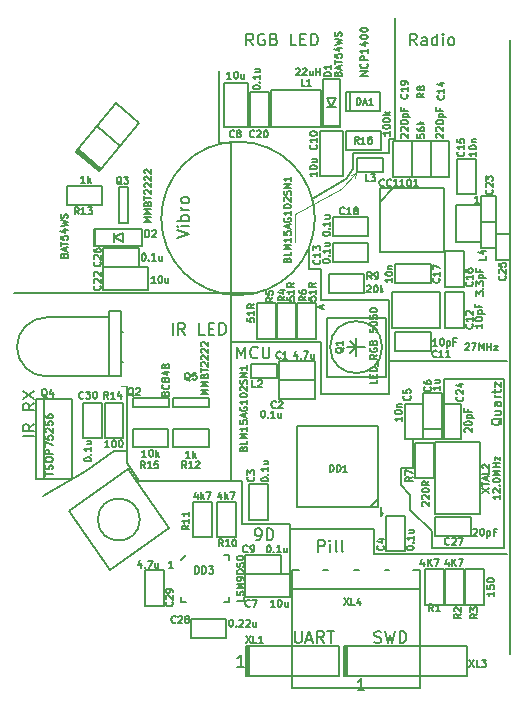
<source format=gto>
G04 #@! TF.FileFunction,Legend,Top*
%FSLAX46Y46*%
G04 Gerber Fmt 4.6, Leading zero omitted, Abs format (unit mm)*
G04 Created by KiCad (PCBNEW 4.0.1-stable) date 20.01.2016 16:11:56*
%MOMM*%
G01*
G04 APERTURE LIST*
%ADD10C,0.100000*%
%ADD11C,0.200000*%
%ADD12C,0.150000*%
%ADD13C,0.149860*%
%ADD14C,0.127000*%
G04 APERTURE END LIST*
D10*
D11*
X133100000Y-68800000D02*
X130300000Y-70500000D01*
X130000000Y-76400000D02*
X130000000Y-74500000D01*
X133700000Y-67900000D02*
X133100000Y-68800000D01*
X133700000Y-66600000D02*
X133700000Y-67900000D01*
X136800000Y-66600000D02*
X133700000Y-66600000D01*
X136800000Y-65400000D02*
X136800000Y-66600000D01*
X137300000Y-65400000D02*
X136800000Y-65400000D01*
X137300000Y-65400000D02*
X137300000Y-55100000D01*
X131000000Y-76400000D02*
X130000000Y-76400000D01*
X131000000Y-79000000D02*
X131000000Y-76400000D01*
X123400000Y-78400000D02*
X123400000Y-65700000D01*
X123400000Y-65700000D02*
X122400000Y-65700000D01*
X122400000Y-65800000D02*
X122400000Y-59600000D01*
X124300000Y-78400000D02*
X125600000Y-78400000D01*
X131000000Y-82600000D02*
X123400000Y-82600000D01*
X131000000Y-87000000D02*
X131000000Y-82600000D01*
X123400000Y-92200000D02*
X123400000Y-78400000D01*
X105000000Y-78400000D02*
X124300000Y-78400000D01*
X113500000Y-91800000D02*
X114600000Y-91800000D01*
X111100000Y-93500000D02*
X113500000Y-91800000D01*
X107500000Y-95600000D02*
X111100000Y-93500000D01*
D10*
X114600000Y-86300000D02*
X114100000Y-86300000D01*
D11*
X114600000Y-92800000D02*
X114600000Y-86300000D01*
X115600000Y-94300000D02*
X114600000Y-92800000D01*
X122600000Y-94300000D02*
X115600000Y-94300000D01*
D10*
X134000000Y-68300000D02*
X133900000Y-68700000D01*
X134000000Y-68300000D02*
X133600000Y-68400000D01*
X132700000Y-69600000D02*
X134000000Y-68300000D01*
X128800000Y-71700000D02*
X132700000Y-69600000D01*
X128800000Y-74100000D02*
X128800000Y-71700000D01*
D11*
X130500000Y-72100000D02*
G75*
G03X130500000Y-72100000I-6500000J0D01*
G01*
D12*
X146338095Y-89019047D02*
X146300000Y-89095238D01*
X146223810Y-89171428D01*
X146109524Y-89285714D01*
X146071429Y-89361905D01*
X146071429Y-89438095D01*
X146261905Y-89400000D02*
X146223810Y-89476190D01*
X146147619Y-89552381D01*
X145995238Y-89590476D01*
X145728571Y-89590476D01*
X145576190Y-89552381D01*
X145500000Y-89476190D01*
X145461905Y-89400000D01*
X145461905Y-89247619D01*
X145500000Y-89171428D01*
X145576190Y-89095238D01*
X145728571Y-89057143D01*
X145995238Y-89057143D01*
X146147619Y-89095238D01*
X146223810Y-89171428D01*
X146261905Y-89247619D01*
X146261905Y-89400000D01*
X145728571Y-88371429D02*
X146261905Y-88371429D01*
X145728571Y-88714286D02*
X146147619Y-88714286D01*
X146223810Y-88676191D01*
X146261905Y-88600000D01*
X146261905Y-88485714D01*
X146223810Y-88409524D01*
X146185714Y-88371429D01*
X146261905Y-87647619D02*
X145842857Y-87647619D01*
X145766667Y-87685714D01*
X145728571Y-87761904D01*
X145728571Y-87914285D01*
X145766667Y-87990476D01*
X146223810Y-87647619D02*
X146261905Y-87723809D01*
X146261905Y-87914285D01*
X146223810Y-87990476D01*
X146147619Y-88028571D01*
X146071429Y-88028571D01*
X145995238Y-87990476D01*
X145957143Y-87914285D01*
X145957143Y-87723809D01*
X145919048Y-87647619D01*
X146261905Y-87266666D02*
X145728571Y-87266666D01*
X145880952Y-87266666D02*
X145804762Y-87228571D01*
X145766667Y-87190475D01*
X145728571Y-87114285D01*
X145728571Y-87038094D01*
X145728571Y-86885714D02*
X145728571Y-86580952D01*
X145461905Y-86771428D02*
X146147619Y-86771428D01*
X146223810Y-86733333D01*
X146261905Y-86657142D01*
X146261905Y-86580952D01*
X145728571Y-86390475D02*
X145728571Y-85971428D01*
X146261905Y-86390475D01*
X146261905Y-85971428D01*
D11*
X146500000Y-85700000D02*
X144500000Y-85700000D01*
X146500000Y-100000000D02*
X146500000Y-85700000D01*
X146100000Y-100000000D02*
X146500000Y-100000000D01*
X140400000Y-100000000D02*
X146100000Y-100000000D01*
X140400000Y-98600000D02*
X140400000Y-100000000D01*
X138600000Y-96800000D02*
X140400000Y-98600000D01*
X138600000Y-95500000D02*
X138600000Y-96800000D01*
X137800000Y-94700000D02*
X138600000Y-95500000D01*
X137800000Y-93200000D02*
X137800000Y-94700000D01*
X137900000Y-93200000D02*
X137800000Y-93200000D01*
X138800000Y-93200000D02*
X137900000Y-93200000D01*
X138800000Y-90800000D02*
X138800000Y-93200000D01*
X141400000Y-90800000D02*
X138800000Y-90800000D01*
X141400000Y-85700000D02*
X141400000Y-90800000D01*
X144500000Y-85700000D02*
X141400000Y-85700000D01*
X135500000Y-100500000D02*
X146800000Y-100500000D01*
X135500000Y-98400000D02*
X135500000Y-100500000D01*
X128400000Y-98400000D02*
X135500000Y-98400000D01*
X125509524Y-99352381D02*
X125700000Y-99352381D01*
X125795239Y-99304762D01*
X125842858Y-99257143D01*
X125938096Y-99114286D01*
X125985715Y-98923810D01*
X125985715Y-98542857D01*
X125938096Y-98447619D01*
X125890477Y-98400000D01*
X125795239Y-98352381D01*
X125604762Y-98352381D01*
X125509524Y-98400000D01*
X125461905Y-98447619D01*
X125414286Y-98542857D01*
X125414286Y-98780952D01*
X125461905Y-98876190D01*
X125509524Y-98923810D01*
X125604762Y-98971429D01*
X125795239Y-98971429D01*
X125890477Y-98923810D01*
X125938096Y-98876190D01*
X125985715Y-98780952D01*
X126414286Y-99352381D02*
X126414286Y-98352381D01*
X126652381Y-98352381D01*
X126795239Y-98400000D01*
X126890477Y-98495238D01*
X126938096Y-98590476D01*
X126985715Y-98780952D01*
X126985715Y-98923810D01*
X126938096Y-99114286D01*
X126890477Y-99209524D01*
X126795239Y-99304762D01*
X126652381Y-99352381D01*
X126414286Y-99352381D01*
X128400000Y-102200000D02*
X128500000Y-102200000D01*
X128400000Y-98000000D02*
X128400000Y-102200000D01*
X124300000Y-98000000D02*
X128400000Y-98000000D01*
X124300000Y-94300000D02*
X124300000Y-98000000D01*
X122600000Y-94300000D02*
X124300000Y-94300000D01*
X123400000Y-92200000D02*
X123400000Y-94300000D01*
X106752381Y-90557143D02*
X105752381Y-90557143D01*
X106752381Y-89509524D02*
X106276190Y-89842858D01*
X106752381Y-90080953D02*
X105752381Y-90080953D01*
X105752381Y-89700000D01*
X105800000Y-89604762D01*
X105847619Y-89557143D01*
X105942857Y-89509524D01*
X106085714Y-89509524D01*
X106180952Y-89557143D01*
X106228571Y-89604762D01*
X106276190Y-89700000D01*
X106276190Y-90080953D01*
X106752381Y-87747619D02*
X106276190Y-88080953D01*
X106752381Y-88319048D02*
X105752381Y-88319048D01*
X105752381Y-87938095D01*
X105800000Y-87842857D01*
X105847619Y-87795238D01*
X105942857Y-87747619D01*
X106085714Y-87747619D01*
X106180952Y-87795238D01*
X106228571Y-87842857D01*
X106276190Y-87938095D01*
X106276190Y-88319048D01*
X105752381Y-87414286D02*
X106752381Y-86747619D01*
X105752381Y-86747619D02*
X106752381Y-87414286D01*
X118461905Y-81952381D02*
X118461905Y-80952381D01*
X119509524Y-81952381D02*
X119176190Y-81476190D01*
X118938095Y-81952381D02*
X118938095Y-80952381D01*
X119319048Y-80952381D01*
X119414286Y-81000000D01*
X119461905Y-81047619D01*
X119509524Y-81142857D01*
X119509524Y-81285714D01*
X119461905Y-81380952D01*
X119414286Y-81428571D01*
X119319048Y-81476190D01*
X118938095Y-81476190D01*
X121176191Y-81952381D02*
X120700000Y-81952381D01*
X120700000Y-80952381D01*
X121509524Y-81428571D02*
X121842858Y-81428571D01*
X121985715Y-81952381D02*
X121509524Y-81952381D01*
X121509524Y-80952381D01*
X121985715Y-80952381D01*
X122414286Y-81952381D02*
X122414286Y-80952381D01*
X122652381Y-80952381D01*
X122795239Y-81000000D01*
X122890477Y-81095238D01*
X122938096Y-81190476D01*
X122985715Y-81380952D01*
X122985715Y-81523810D01*
X122938096Y-81714286D01*
X122890477Y-81809524D01*
X122795239Y-81904762D01*
X122652381Y-81952381D01*
X122414286Y-81952381D01*
X136800000Y-87000000D02*
X136800000Y-84200000D01*
X131000000Y-87000000D02*
X136800000Y-87000000D01*
X136800000Y-84200000D02*
X146800000Y-84200000D01*
X136800000Y-79000000D02*
X136800000Y-84200000D01*
X131000000Y-79000000D02*
X136800000Y-79000000D01*
X134000000Y-83000000D02*
X134000000Y-83750000D01*
X134000000Y-83000000D02*
X133250000Y-83000000D01*
X134000000Y-83000000D02*
X134750000Y-83000000D01*
X134000000Y-83000000D02*
X134000000Y-82250000D01*
X123942857Y-83952381D02*
X123942857Y-82952381D01*
X124276191Y-83666667D01*
X124609524Y-82952381D01*
X124609524Y-83952381D01*
X125657143Y-83857143D02*
X125609524Y-83904762D01*
X125466667Y-83952381D01*
X125371429Y-83952381D01*
X125228571Y-83904762D01*
X125133333Y-83809524D01*
X125085714Y-83714286D01*
X125038095Y-83523810D01*
X125038095Y-83380952D01*
X125085714Y-83190476D01*
X125133333Y-83095238D01*
X125228571Y-83000000D01*
X125371429Y-82952381D01*
X125466667Y-82952381D01*
X125609524Y-83000000D01*
X125657143Y-83047619D01*
X126085714Y-82952381D02*
X126085714Y-83761905D01*
X126133333Y-83857143D01*
X126180952Y-83904762D01*
X126276190Y-83952381D01*
X126466667Y-83952381D01*
X126561905Y-83904762D01*
X126609524Y-83857143D01*
X126657143Y-83761905D01*
X126657143Y-82952381D01*
X128804762Y-107052381D02*
X128804762Y-107861905D01*
X128852381Y-107957143D01*
X128900000Y-108004762D01*
X128995238Y-108052381D01*
X129185715Y-108052381D01*
X129280953Y-108004762D01*
X129328572Y-107957143D01*
X129376191Y-107861905D01*
X129376191Y-107052381D01*
X129804762Y-107766667D02*
X130280953Y-107766667D01*
X129709524Y-108052381D02*
X130042857Y-107052381D01*
X130376191Y-108052381D01*
X131280953Y-108052381D02*
X130947619Y-107576190D01*
X130709524Y-108052381D02*
X130709524Y-107052381D01*
X131090477Y-107052381D01*
X131185715Y-107100000D01*
X131233334Y-107147619D01*
X131280953Y-107242857D01*
X131280953Y-107385714D01*
X131233334Y-107480952D01*
X131185715Y-107528571D01*
X131090477Y-107576190D01*
X130709524Y-107576190D01*
X131566667Y-107052381D02*
X132138096Y-107052381D01*
X131852381Y-108052381D02*
X131852381Y-107052381D01*
X135542857Y-108004762D02*
X135685714Y-108052381D01*
X135923810Y-108052381D01*
X136019048Y-108004762D01*
X136066667Y-107957143D01*
X136114286Y-107861905D01*
X136114286Y-107766667D01*
X136066667Y-107671429D01*
X136019048Y-107623810D01*
X135923810Y-107576190D01*
X135733333Y-107528571D01*
X135638095Y-107480952D01*
X135590476Y-107433333D01*
X135542857Y-107338095D01*
X135542857Y-107242857D01*
X135590476Y-107147619D01*
X135638095Y-107100000D01*
X135733333Y-107052381D01*
X135971429Y-107052381D01*
X136114286Y-107100000D01*
X136447619Y-107052381D02*
X136685714Y-108052381D01*
X136876191Y-107338095D01*
X137066667Y-108052381D01*
X137304762Y-107052381D01*
X137685714Y-108052381D02*
X137685714Y-107052381D01*
X137923809Y-107052381D01*
X138066667Y-107100000D01*
X138161905Y-107195238D01*
X138209524Y-107290476D01*
X138257143Y-107480952D01*
X138257143Y-107623810D01*
X138209524Y-107814286D01*
X138161905Y-107909524D01*
X138066667Y-108004762D01*
X137923809Y-108052381D01*
X137685714Y-108052381D01*
X118852381Y-73785714D02*
X119852381Y-73452381D01*
X118852381Y-73119047D01*
X119852381Y-72785714D02*
X119185714Y-72785714D01*
X118852381Y-72785714D02*
X118900000Y-72833333D01*
X118947619Y-72785714D01*
X118900000Y-72738095D01*
X118852381Y-72785714D01*
X118947619Y-72785714D01*
X119852381Y-72309524D02*
X118852381Y-72309524D01*
X119233333Y-72309524D02*
X119185714Y-72214286D01*
X119185714Y-72023809D01*
X119233333Y-71928571D01*
X119280952Y-71880952D01*
X119376190Y-71833333D01*
X119661905Y-71833333D01*
X119757143Y-71880952D01*
X119804762Y-71928571D01*
X119852381Y-72023809D01*
X119852381Y-72214286D01*
X119804762Y-72309524D01*
X119852381Y-71404762D02*
X119185714Y-71404762D01*
X119376190Y-71404762D02*
X119280952Y-71357143D01*
X119233333Y-71309524D01*
X119185714Y-71214286D01*
X119185714Y-71119047D01*
X119852381Y-70642857D02*
X119804762Y-70738095D01*
X119757143Y-70785714D01*
X119661905Y-70833333D01*
X119376190Y-70833333D01*
X119280952Y-70785714D01*
X119233333Y-70738095D01*
X119185714Y-70642857D01*
X119185714Y-70499999D01*
X119233333Y-70404761D01*
X119280952Y-70357142D01*
X119376190Y-70309523D01*
X119661905Y-70309523D01*
X119757143Y-70357142D01*
X119804762Y-70404761D01*
X119852381Y-70499999D01*
X119852381Y-70642857D01*
X130776190Y-100352381D02*
X130776190Y-99352381D01*
X131157143Y-99352381D01*
X131252381Y-99400000D01*
X131300000Y-99447619D01*
X131347619Y-99542857D01*
X131347619Y-99685714D01*
X131300000Y-99780952D01*
X131252381Y-99828571D01*
X131157143Y-99876190D01*
X130776190Y-99876190D01*
X131776190Y-100352381D02*
X131776190Y-99685714D01*
X131776190Y-99352381D02*
X131728571Y-99400000D01*
X131776190Y-99447619D01*
X131823809Y-99400000D01*
X131776190Y-99352381D01*
X131776190Y-99447619D01*
X132395237Y-100352381D02*
X132299999Y-100304762D01*
X132252380Y-100209524D01*
X132252380Y-99352381D01*
X132919047Y-100352381D02*
X132823809Y-100304762D01*
X132776190Y-100209524D01*
X132776190Y-99352381D01*
X139114286Y-57452381D02*
X138780952Y-56976190D01*
X138542857Y-57452381D02*
X138542857Y-56452381D01*
X138923810Y-56452381D01*
X139019048Y-56500000D01*
X139066667Y-56547619D01*
X139114286Y-56642857D01*
X139114286Y-56785714D01*
X139066667Y-56880952D01*
X139019048Y-56928571D01*
X138923810Y-56976190D01*
X138542857Y-56976190D01*
X139971429Y-57452381D02*
X139971429Y-56928571D01*
X139923810Y-56833333D01*
X139828572Y-56785714D01*
X139638095Y-56785714D01*
X139542857Y-56833333D01*
X139971429Y-57404762D02*
X139876191Y-57452381D01*
X139638095Y-57452381D01*
X139542857Y-57404762D01*
X139495238Y-57309524D01*
X139495238Y-57214286D01*
X139542857Y-57119048D01*
X139638095Y-57071429D01*
X139876191Y-57071429D01*
X139971429Y-57023810D01*
X140876191Y-57452381D02*
X140876191Y-56452381D01*
X140876191Y-57404762D02*
X140780953Y-57452381D01*
X140590476Y-57452381D01*
X140495238Y-57404762D01*
X140447619Y-57357143D01*
X140400000Y-57261905D01*
X140400000Y-56976190D01*
X140447619Y-56880952D01*
X140495238Y-56833333D01*
X140590476Y-56785714D01*
X140780953Y-56785714D01*
X140876191Y-56833333D01*
X141352381Y-57452381D02*
X141352381Y-56785714D01*
X141352381Y-56452381D02*
X141304762Y-56500000D01*
X141352381Y-56547619D01*
X141400000Y-56500000D01*
X141352381Y-56452381D01*
X141352381Y-56547619D01*
X141971428Y-57452381D02*
X141876190Y-57404762D01*
X141828571Y-57357143D01*
X141780952Y-57261905D01*
X141780952Y-56976190D01*
X141828571Y-56880952D01*
X141876190Y-56833333D01*
X141971428Y-56785714D01*
X142114286Y-56785714D01*
X142209524Y-56833333D01*
X142257143Y-56880952D01*
X142304762Y-56976190D01*
X142304762Y-57261905D01*
X142257143Y-57357143D01*
X142209524Y-57404762D01*
X142114286Y-57452381D01*
X141971428Y-57452381D01*
X125271429Y-57452381D02*
X124938095Y-56976190D01*
X124700000Y-57452381D02*
X124700000Y-56452381D01*
X125080953Y-56452381D01*
X125176191Y-56500000D01*
X125223810Y-56547619D01*
X125271429Y-56642857D01*
X125271429Y-56785714D01*
X125223810Y-56880952D01*
X125176191Y-56928571D01*
X125080953Y-56976190D01*
X124700000Y-56976190D01*
X126223810Y-56500000D02*
X126128572Y-56452381D01*
X125985715Y-56452381D01*
X125842857Y-56500000D01*
X125747619Y-56595238D01*
X125700000Y-56690476D01*
X125652381Y-56880952D01*
X125652381Y-57023810D01*
X125700000Y-57214286D01*
X125747619Y-57309524D01*
X125842857Y-57404762D01*
X125985715Y-57452381D01*
X126080953Y-57452381D01*
X126223810Y-57404762D01*
X126271429Y-57357143D01*
X126271429Y-57023810D01*
X126080953Y-57023810D01*
X127033334Y-56928571D02*
X127176191Y-56976190D01*
X127223810Y-57023810D01*
X127271429Y-57119048D01*
X127271429Y-57261905D01*
X127223810Y-57357143D01*
X127176191Y-57404762D01*
X127080953Y-57452381D01*
X126700000Y-57452381D01*
X126700000Y-56452381D01*
X127033334Y-56452381D01*
X127128572Y-56500000D01*
X127176191Y-56547619D01*
X127223810Y-56642857D01*
X127223810Y-56738095D01*
X127176191Y-56833333D01*
X127128572Y-56880952D01*
X127033334Y-56928571D01*
X126700000Y-56928571D01*
X128938096Y-57452381D02*
X128461905Y-57452381D01*
X128461905Y-56452381D01*
X129271429Y-56928571D02*
X129604763Y-56928571D01*
X129747620Y-57452381D02*
X129271429Y-57452381D01*
X129271429Y-56452381D01*
X129747620Y-56452381D01*
X130176191Y-57452381D02*
X130176191Y-56452381D01*
X130414286Y-56452381D01*
X130557144Y-56500000D01*
X130652382Y-56595238D01*
X130700001Y-56690476D01*
X130747620Y-56880952D01*
X130747620Y-57023810D01*
X130700001Y-57214286D01*
X130652382Y-57309524D01*
X130557144Y-57404762D01*
X130414286Y-57452381D01*
X130176191Y-57452381D01*
D12*
X147000000Y-57000000D02*
X147000000Y-109000000D01*
X133500000Y-83500000D02*
X134000000Y-83000000D01*
X133500000Y-82500000D02*
X134000000Y-83000000D01*
D13*
X136199640Y-83000000D02*
G75*
G03X136199640Y-83000000I-2199640J0D01*
G01*
X136499360Y-85499360D02*
X131500640Y-85499360D01*
X131500640Y-85499360D02*
X131500640Y-80500640D01*
X131500640Y-80500640D02*
X136499360Y-80500640D01*
X136499360Y-80500640D02*
X136499360Y-85499360D01*
D12*
X121000000Y-99100000D02*
X120200000Y-99100000D01*
X120200000Y-99100000D02*
X120200000Y-96100000D01*
X120200000Y-96100000D02*
X121800000Y-96100000D01*
X121800000Y-96100000D02*
X121800000Y-99100000D01*
X121800000Y-99100000D02*
X121000000Y-99100000D01*
X131200000Y-64300000D02*
X131200000Y-64400000D01*
X131200000Y-64400000D02*
X132600000Y-64400000D01*
X132600000Y-64400000D02*
X132600000Y-64300000D01*
X131200000Y-64300000D02*
X131200000Y-60300000D01*
X131200000Y-60300000D02*
X132600000Y-60300000D01*
X132600000Y-60300000D02*
X132600000Y-64300000D01*
X132600000Y-64300000D02*
X131200000Y-64300000D01*
X132281000Y-62681000D02*
X131519000Y-62681000D01*
X131900000Y-61919000D02*
X131519000Y-61919000D01*
X131519000Y-61919000D02*
X131900000Y-62681000D01*
X131900000Y-62681000D02*
X132281000Y-61919000D01*
X132281000Y-61919000D02*
X131900000Y-61919000D01*
X111900000Y-73000000D02*
X111800000Y-73000000D01*
X111800000Y-73000000D02*
X111800000Y-74400000D01*
X111800000Y-74400000D02*
X111900000Y-74400000D01*
X111900000Y-73000000D02*
X115900000Y-73000000D01*
X115900000Y-73000000D02*
X115900000Y-74400000D01*
X115900000Y-74400000D02*
X111900000Y-74400000D01*
X111900000Y-74400000D02*
X111900000Y-73000000D01*
X113519000Y-74081000D02*
X113519000Y-73319000D01*
X114281000Y-73700000D02*
X114281000Y-73319000D01*
X114281000Y-73319000D02*
X113519000Y-73700000D01*
X113519000Y-73700000D02*
X114281000Y-74081000D01*
X114281000Y-74081000D02*
X114281000Y-73700000D01*
X133500000Y-63000000D02*
X133500000Y-61400000D01*
D13*
X133149660Y-63000100D02*
X133149660Y-61399900D01*
X133149660Y-61399900D02*
X136050340Y-61399900D01*
X136050340Y-61399900D02*
X136050340Y-63000100D01*
X136050340Y-63000100D02*
X133149660Y-63000100D01*
D12*
X136300000Y-97050000D02*
X136100000Y-97300000D01*
X136100000Y-97300000D02*
X136100000Y-96550000D01*
X135850000Y-95850000D02*
X135150000Y-96550000D01*
X132400000Y-96550000D02*
X128950000Y-96550000D01*
X128950000Y-96550000D02*
X128950000Y-89650000D01*
X128950000Y-89650000D02*
X135850000Y-89650000D01*
X135850000Y-89650000D02*
X135850000Y-96550000D01*
X135850000Y-96550000D02*
X132400000Y-96550000D01*
X136002000Y-70718700D02*
X137152000Y-69568700D01*
X141402000Y-69568700D02*
X141402000Y-74968700D01*
X141402000Y-74968700D02*
X136002000Y-74968700D01*
X136002000Y-74968700D02*
X136002000Y-69568700D01*
X136002000Y-69568700D02*
X141402000Y-69568700D01*
D14*
X113879100Y-72498700D02*
X113879100Y-69450700D01*
X113879100Y-69450700D02*
X114641100Y-69450700D01*
X114641100Y-69450700D02*
X114641100Y-72498700D01*
X114641100Y-72498700D02*
X113879100Y-72498700D01*
D12*
X115621897Y-63997711D02*
X112356536Y-67889217D01*
X113676144Y-62365030D02*
X110410783Y-66256536D01*
X112274902Y-67986504D02*
X112356536Y-67889217D01*
X110410783Y-66256536D02*
X110247515Y-66451111D01*
X110247515Y-66451111D02*
X112193268Y-68083792D01*
X112193268Y-68083792D02*
X112274902Y-67986504D01*
X112274902Y-67986504D02*
X110426437Y-66435458D01*
X112043464Y-64310783D02*
X113989217Y-65943464D01*
X113676144Y-62365030D02*
X115621897Y-63997711D01*
X112356536Y-67889217D02*
X110410783Y-66256536D01*
X137070000Y-78344700D02*
X141134000Y-78344700D01*
X141134000Y-78344700D02*
X141134000Y-81392700D01*
X141134000Y-81392700D02*
X137070000Y-81392700D01*
X137070000Y-81392700D02*
X137070000Y-78344700D01*
X115678000Y-97600000D02*
G75*
G03X115678000Y-97600000I-1778000J0D01*
G01*
X114648514Y-93354964D02*
X109654964Y-96851486D01*
X109654964Y-96851486D02*
X113151486Y-101845036D01*
X113151486Y-101845036D02*
X118145036Y-98348514D01*
X118145036Y-98348514D02*
X114648514Y-93354964D01*
X140600000Y-101800000D02*
X141400000Y-101800000D01*
X141400000Y-101800000D02*
X141400000Y-104800000D01*
X141400000Y-104800000D02*
X139800000Y-104800000D01*
X139800000Y-104800000D02*
X139800000Y-101800000D01*
X139800000Y-101800000D02*
X140600000Y-101800000D01*
X142300000Y-101800000D02*
X143100000Y-101800000D01*
X143100000Y-101800000D02*
X143100000Y-104800000D01*
X143100000Y-104800000D02*
X141500000Y-104800000D01*
X141500000Y-104800000D02*
X141500000Y-101800000D01*
X141500000Y-101800000D02*
X142300000Y-101800000D01*
X144000000Y-104800000D02*
X143200000Y-104800000D01*
X143200000Y-104800000D02*
X143200000Y-101800000D01*
X143200000Y-101800000D02*
X144800000Y-101800000D01*
X144800000Y-101800000D02*
X144800000Y-104800000D01*
X144800000Y-104800000D02*
X144000000Y-104800000D01*
X128100000Y-79300000D02*
X128900000Y-79300000D01*
X128900000Y-79300000D02*
X128900000Y-82300000D01*
X128900000Y-82300000D02*
X127300000Y-82300000D01*
X127300000Y-82300000D02*
X127300000Y-79300000D01*
X127300000Y-79300000D02*
X128100000Y-79300000D01*
X126400000Y-79300000D02*
X127200000Y-79300000D01*
X127200000Y-79300000D02*
X127200000Y-82300000D01*
X127200000Y-82300000D02*
X125600000Y-82300000D01*
X125600000Y-82300000D02*
X125600000Y-79300000D01*
X125600000Y-79300000D02*
X126400000Y-79300000D01*
X129800000Y-79300000D02*
X130600000Y-79300000D01*
X130600000Y-79300000D02*
X130600000Y-82300000D01*
X130600000Y-82300000D02*
X129000000Y-82300000D01*
X129000000Y-82300000D02*
X129000000Y-79300000D01*
X129000000Y-79300000D02*
X129800000Y-79300000D01*
X139502000Y-68568700D02*
X138702000Y-68568700D01*
X138702000Y-68568700D02*
X138702000Y-65568700D01*
X138702000Y-65568700D02*
X140302000Y-65568700D01*
X140302000Y-65568700D02*
X140302000Y-68568700D01*
X140302000Y-68568700D02*
X139502000Y-68568700D01*
X123000000Y-96100000D02*
X123800000Y-96100000D01*
X123800000Y-96100000D02*
X123800000Y-99100000D01*
X123800000Y-99100000D02*
X122200000Y-99100000D01*
X122200000Y-99100000D02*
X122200000Y-96100000D01*
X122200000Y-96100000D02*
X123000000Y-96100000D01*
X127500000Y-86600000D02*
X127500000Y-85800000D01*
X127500000Y-85800000D02*
X130500000Y-85800000D01*
X130500000Y-85800000D02*
X130500000Y-87400000D01*
X130500000Y-87400000D02*
X127500000Y-87400000D01*
X127500000Y-87400000D02*
X127500000Y-86600000D01*
X125700000Y-97600000D02*
X124900000Y-97600000D01*
X124900000Y-97600000D02*
X124900000Y-94600000D01*
X124900000Y-94600000D02*
X126500000Y-94600000D01*
X126500000Y-94600000D02*
X126500000Y-97600000D01*
X126500000Y-97600000D02*
X125700000Y-97600000D01*
X137302000Y-97278100D02*
X138102000Y-97278100D01*
X138102000Y-97278100D02*
X138102000Y-100278100D01*
X138102000Y-100278100D02*
X136502000Y-100278100D01*
X136502000Y-100278100D02*
X136502000Y-97278100D01*
X136502000Y-97278100D02*
X137302000Y-97278100D01*
X138900000Y-90800000D02*
X138100000Y-90800000D01*
X138100000Y-90800000D02*
X138100000Y-87800000D01*
X138100000Y-87800000D02*
X139700000Y-87800000D01*
X139700000Y-87800000D02*
X139700000Y-90800000D01*
X139700000Y-90800000D02*
X138900000Y-90800000D01*
X140500000Y-89900000D02*
X139700000Y-89900000D01*
X139700000Y-89900000D02*
X139700000Y-86900000D01*
X139700000Y-86900000D02*
X141300000Y-86900000D01*
X141300000Y-86900000D02*
X141300000Y-89900000D01*
X141300000Y-89900000D02*
X140500000Y-89900000D01*
X124600000Y-102200000D02*
X128400000Y-102200000D01*
X128400000Y-102200000D02*
X128400000Y-104200000D01*
X128400000Y-104200000D02*
X124600000Y-104200000D01*
X124600000Y-104200000D02*
X124600000Y-102200000D01*
X122800000Y-64400000D02*
X122800000Y-60600000D01*
X122800000Y-60600000D02*
X124800000Y-60600000D01*
X124800000Y-60600000D02*
X124800000Y-64400000D01*
X124800000Y-64400000D02*
X122800000Y-64400000D01*
X132900000Y-64700000D02*
X132900000Y-68500000D01*
X132900000Y-68500000D02*
X130900000Y-68500000D01*
X130900000Y-68500000D02*
X130900000Y-64700000D01*
X130900000Y-64700000D02*
X132900000Y-64700000D01*
X137300000Y-82500000D02*
X137300000Y-81700000D01*
X137300000Y-81700000D02*
X140300000Y-81700000D01*
X140300000Y-81700000D02*
X140300000Y-83300000D01*
X140300000Y-83300000D02*
X137300000Y-83300000D01*
X137300000Y-83300000D02*
X137300000Y-82500000D01*
X142302000Y-78368700D02*
X143102000Y-78368700D01*
X143102000Y-78368700D02*
X143102000Y-81368700D01*
X143102000Y-81368700D02*
X141502000Y-81368700D01*
X141502000Y-81368700D02*
X141502000Y-78368700D01*
X141502000Y-78368700D02*
X142302000Y-78368700D01*
X135000000Y-75000000D02*
X135000000Y-75800000D01*
X135000000Y-75800000D02*
X132000000Y-75800000D01*
X132000000Y-75800000D02*
X132000000Y-74200000D01*
X132000000Y-74200000D02*
X135000000Y-74200000D01*
X135000000Y-74200000D02*
X135000000Y-75000000D01*
X141102000Y-68568700D02*
X140302000Y-68568700D01*
X140302000Y-68568700D02*
X140302000Y-65568700D01*
X140302000Y-65568700D02*
X141902000Y-65568700D01*
X141902000Y-65568700D02*
X141902000Y-68568700D01*
X141902000Y-68568700D02*
X141102000Y-68568700D01*
X143374000Y-70071700D02*
X142574000Y-70071700D01*
X142574000Y-70071700D02*
X142574000Y-67071700D01*
X142574000Y-67071700D02*
X144174000Y-67071700D01*
X144174000Y-67071700D02*
X144174000Y-70071700D01*
X144174000Y-70071700D02*
X143374000Y-70071700D01*
X142300000Y-74900000D02*
X143100000Y-74900000D01*
X143100000Y-74900000D02*
X143100000Y-77900000D01*
X143100000Y-77900000D02*
X141500000Y-77900000D01*
X141500000Y-77900000D02*
X141500000Y-74900000D01*
X141500000Y-74900000D02*
X142300000Y-74900000D01*
X140300000Y-76800000D02*
X140300000Y-77600000D01*
X140300000Y-77600000D02*
X137300000Y-77600000D01*
X137300000Y-77600000D02*
X137300000Y-76000000D01*
X137300000Y-76000000D02*
X140300000Y-76000000D01*
X140300000Y-76000000D02*
X140300000Y-76800000D01*
X135000000Y-72800000D02*
X135000000Y-73600000D01*
X135000000Y-73600000D02*
X132000000Y-73600000D01*
X132000000Y-73600000D02*
X132000000Y-72000000D01*
X132000000Y-72000000D02*
X135000000Y-72000000D01*
X135000000Y-72000000D02*
X135000000Y-72800000D01*
X137902000Y-68568700D02*
X137102000Y-68568700D01*
X137102000Y-68568700D02*
X137102000Y-65568700D01*
X137102000Y-65568700D02*
X138702000Y-65568700D01*
X138702000Y-65568700D02*
X138702000Y-68568700D01*
X138702000Y-68568700D02*
X137902000Y-68568700D01*
X112600000Y-76200000D02*
X116400000Y-76200000D01*
X116400000Y-76200000D02*
X116400000Y-78200000D01*
X116400000Y-78200000D02*
X112600000Y-78200000D01*
X112600000Y-78200000D02*
X112600000Y-76200000D01*
X144600000Y-71300000D02*
X144600000Y-70200000D01*
X144600000Y-70200000D02*
X145800000Y-70200000D01*
X145800000Y-70200000D02*
X145800000Y-72400000D01*
X145800000Y-72400000D02*
X144600000Y-72400000D01*
X144600000Y-72400000D02*
X144600000Y-71300000D01*
X147000000Y-74500000D02*
X147000000Y-75600000D01*
X147000000Y-75600000D02*
X145800000Y-75600000D01*
X145800000Y-75600000D02*
X145800000Y-73400000D01*
X145800000Y-73400000D02*
X147000000Y-73400000D01*
X147000000Y-73400000D02*
X147000000Y-74500000D01*
X126800000Y-64400000D02*
X126800000Y-61200000D01*
X126800000Y-61200000D02*
X131000000Y-61200000D01*
X131000000Y-61200000D02*
X131000000Y-64400000D01*
X131000000Y-64400000D02*
X126800000Y-64400000D01*
X144600000Y-73500000D02*
X144600000Y-72400000D01*
X144600000Y-72400000D02*
X145800000Y-72400000D01*
X145800000Y-72400000D02*
X145800000Y-74600000D01*
X145800000Y-74600000D02*
X144600000Y-74600000D01*
X144600000Y-74600000D02*
X144600000Y-73500000D01*
X109500000Y-70200000D02*
X109500000Y-69400000D01*
X109500000Y-69400000D02*
X112500000Y-69400000D01*
X112500000Y-69400000D02*
X112500000Y-71000000D01*
X112500000Y-71000000D02*
X109500000Y-71000000D01*
X109500000Y-71000000D02*
X109500000Y-70200000D01*
X125800000Y-64400000D02*
X125000000Y-64400000D01*
X125000000Y-64400000D02*
X125000000Y-61400000D01*
X125000000Y-61400000D02*
X126600000Y-61400000D01*
X126600000Y-61400000D02*
X126600000Y-64400000D01*
X126600000Y-64400000D02*
X125800000Y-64400000D01*
X127500000Y-85000000D02*
X127500000Y-84200000D01*
X127500000Y-84200000D02*
X130500000Y-84200000D01*
X130500000Y-84200000D02*
X130500000Y-85800000D01*
X130500000Y-85800000D02*
X127500000Y-85800000D01*
X127500000Y-85800000D02*
X127500000Y-85000000D01*
X124600000Y-101400000D02*
X124600000Y-100600000D01*
X124600000Y-100600000D02*
X127600000Y-100600000D01*
X127600000Y-100600000D02*
X127600000Y-102200000D01*
X127600000Y-102200000D02*
X124600000Y-102200000D01*
X124600000Y-102200000D02*
X124600000Y-101400000D01*
X142100000Y-90800000D02*
X141300000Y-90800000D01*
X141300000Y-90800000D02*
X141300000Y-87800000D01*
X141300000Y-87800000D02*
X142900000Y-87800000D01*
X142900000Y-87800000D02*
X142900000Y-90800000D01*
X142900000Y-90800000D02*
X142100000Y-90800000D01*
X143700000Y-98200000D02*
X143700000Y-99000000D01*
X143700000Y-99000000D02*
X140700000Y-99000000D01*
X140700000Y-99000000D02*
X140700000Y-97400000D01*
X140700000Y-97400000D02*
X143700000Y-97400000D01*
X143700000Y-97400000D02*
X143700000Y-98200000D01*
X123000000Y-106800000D02*
X123000000Y-107600000D01*
X123000000Y-107600000D02*
X120000000Y-107600000D01*
X120000000Y-107600000D02*
X120000000Y-106000000D01*
X120000000Y-106000000D02*
X123000000Y-106000000D01*
X123000000Y-106000000D02*
X123000000Y-106800000D01*
X116900000Y-101900000D02*
X117700000Y-101900000D01*
X117700000Y-101900000D02*
X117700000Y-104900000D01*
X117700000Y-104900000D02*
X116100000Y-104900000D01*
X116100000Y-104900000D02*
X116100000Y-101900000D01*
X116100000Y-101900000D02*
X116900000Y-101900000D01*
X111700000Y-90700000D02*
X110900000Y-90700000D01*
X110900000Y-90700000D02*
X110900000Y-87700000D01*
X110900000Y-87700000D02*
X112500000Y-87700000D01*
X112500000Y-87700000D02*
X112500000Y-90700000D01*
X112500000Y-90700000D02*
X111700000Y-90700000D01*
X119200000Y-101025000D02*
X119625000Y-100600000D01*
X123200000Y-100600000D02*
X122775000Y-100600000D01*
X123200000Y-100600000D02*
X123200000Y-101025000D01*
X119200000Y-104600000D02*
X119625000Y-104600000D01*
X119200000Y-104600000D02*
X119200000Y-104175000D01*
X123200000Y-104600000D02*
X122775000Y-104600000D01*
X123200000Y-104600000D02*
X123200000Y-104175000D01*
X126200000Y-85600000D02*
X125100000Y-85600000D01*
X125100000Y-85600000D02*
X125100000Y-84400000D01*
X125100000Y-84400000D02*
X127300000Y-84400000D01*
X127300000Y-84400000D02*
X127300000Y-85600000D01*
X127300000Y-85600000D02*
X126200000Y-85600000D01*
X135200000Y-68200000D02*
X134100000Y-68200000D01*
X134100000Y-68200000D02*
X134100000Y-67000000D01*
X134100000Y-67000000D02*
X136300000Y-67000000D01*
X136300000Y-67000000D02*
X136300000Y-68200000D01*
X136300000Y-68200000D02*
X135200000Y-68200000D01*
D13*
X106899980Y-94201060D02*
X109899720Y-94201060D01*
X106899980Y-94201060D02*
X106899980Y-87398940D01*
X106899980Y-87398940D02*
X107601020Y-87398940D01*
X107550220Y-94201060D02*
X107550220Y-87398940D01*
X107601020Y-87398940D02*
X109650800Y-87398940D01*
X109650800Y-87398940D02*
X109899720Y-87398940D01*
X109899720Y-87398940D02*
X109899720Y-94201060D01*
D14*
X121524000Y-88081000D02*
X118476000Y-88081000D01*
X118476000Y-88081000D02*
X118476000Y-87319000D01*
X118476000Y-87319000D02*
X121524000Y-87319000D01*
X121524000Y-87319000D02*
X121524000Y-88081000D01*
D12*
X139800000Y-94100000D02*
X139000000Y-94100000D01*
X139000000Y-94100000D02*
X139000000Y-91100000D01*
X139000000Y-91100000D02*
X140600000Y-91100000D01*
X140600000Y-91100000D02*
X140600000Y-94100000D01*
X140600000Y-94100000D02*
X139800000Y-94100000D01*
X134700000Y-77600000D02*
X134700000Y-78400000D01*
X134700000Y-78400000D02*
X131700000Y-78400000D01*
X131700000Y-78400000D02*
X131700000Y-76800000D01*
X131700000Y-76800000D02*
X134700000Y-76800000D01*
X134700000Y-76800000D02*
X134700000Y-77600000D01*
X113500000Y-87700000D02*
X114300000Y-87700000D01*
X114300000Y-87700000D02*
X114300000Y-90700000D01*
X114300000Y-90700000D02*
X112700000Y-90700000D01*
X112700000Y-90700000D02*
X112700000Y-87700000D01*
X112700000Y-87700000D02*
X113500000Y-87700000D01*
X118100000Y-90700000D02*
X118100000Y-91500000D01*
X118100000Y-91500000D02*
X115100000Y-91500000D01*
X115100000Y-91500000D02*
X115100000Y-89900000D01*
X115100000Y-89900000D02*
X118100000Y-89900000D01*
X118100000Y-89900000D02*
X118100000Y-90700000D01*
X144505000Y-94100000D02*
X144505000Y-97148000D01*
X144505000Y-97148000D02*
X140695000Y-97148000D01*
X140695000Y-97148000D02*
X140695000Y-91052000D01*
X140695000Y-91052000D02*
X144505000Y-91052000D01*
X144505000Y-91052000D02*
X144505000Y-94100000D01*
X142450000Y-70935700D02*
X144550000Y-70935700D01*
X144550000Y-70935700D02*
X144550000Y-74135700D01*
X144550000Y-74135700D02*
X142450000Y-74135700D01*
X142450000Y-74135700D02*
X142450000Y-70935700D01*
D14*
X118124000Y-88081000D02*
X115076000Y-88081000D01*
X115076000Y-88081000D02*
X115076000Y-87319000D01*
X115076000Y-87319000D02*
X118124000Y-87319000D01*
X118124000Y-87319000D02*
X118124000Y-88081000D01*
D12*
X121500000Y-90700000D02*
X121500000Y-91500000D01*
X121500000Y-91500000D02*
X118500000Y-91500000D01*
X118500000Y-91500000D02*
X118500000Y-89900000D01*
X118500000Y-89900000D02*
X121500000Y-89900000D01*
X121500000Y-89900000D02*
X121500000Y-90700000D01*
D11*
X128599960Y-103500200D02*
X128599960Y-111899980D01*
X128599960Y-111899980D02*
X139400040Y-111899980D01*
X139400040Y-111899980D02*
X139400040Y-103500200D01*
X136799080Y-101900000D02*
X136400300Y-101900000D01*
X133799340Y-101900000D02*
X134200660Y-101900000D01*
X131200920Y-101900000D02*
X131599700Y-101900000D01*
X128599960Y-101900000D02*
X129199400Y-101900000D01*
X128599960Y-101900000D02*
X128599960Y-103500200D01*
X128599960Y-103500200D02*
X139400040Y-103500200D01*
X139400040Y-103500200D02*
X139400040Y-101900000D01*
X139400040Y-101900000D02*
X138800600Y-101900000D01*
D12*
X124950000Y-110870000D02*
X132570000Y-110870000D01*
X124950000Y-108330000D02*
X132570000Y-108330000D01*
X124950000Y-110870000D02*
X124696000Y-110870000D01*
X124696000Y-110870000D02*
X124696000Y-108330000D01*
X124696000Y-108330000D02*
X124950000Y-108330000D01*
X124950000Y-108330000D02*
X124823000Y-108330000D01*
X124823000Y-108330000D02*
X124823000Y-110870000D01*
X132570000Y-108330000D02*
X132570000Y-110870000D01*
X124950000Y-110870000D02*
X124950000Y-108330000D01*
X133210000Y-110870000D02*
X132956000Y-110870000D01*
X132956000Y-110870000D02*
X132956000Y-108330000D01*
X132956000Y-108330000D02*
X133210000Y-108330000D01*
X133210000Y-108330000D02*
X133083000Y-108330000D01*
X133083000Y-108330000D02*
X133083000Y-110870000D01*
X133210000Y-108330000D02*
X143370000Y-108330000D01*
X143370000Y-108330000D02*
X143370000Y-110870000D01*
X143370000Y-110870000D02*
X133210000Y-110870000D01*
X133210000Y-110870000D02*
X133210000Y-108330000D01*
X114081000Y-84285000D02*
X114281000Y-84285000D01*
X114081000Y-81685000D02*
X114281000Y-81685000D01*
X113081000Y-80485000D02*
X113081000Y-79985000D01*
X113081000Y-79985000D02*
X114081000Y-79985000D01*
X114081000Y-79985000D02*
X114081000Y-85485000D01*
X114081000Y-85485000D02*
X113081000Y-85485000D01*
X107781000Y-80485000D02*
X113081000Y-80485000D01*
X113081000Y-80485000D02*
X113081000Y-85485000D01*
X113081000Y-85485000D02*
X107781000Y-85485000D01*
X105281000Y-82985000D02*
G75*
G02X107781000Y-80485000I2500000J0D01*
G01*
X107781000Y-85485000D02*
G75*
G02X105281000Y-82985000I0J2500000D01*
G01*
X112600000Y-75400000D02*
X112600000Y-74600000D01*
X112600000Y-74600000D02*
X115600000Y-74600000D01*
X115600000Y-74600000D02*
X115600000Y-76200000D01*
X115600000Y-76200000D02*
X112600000Y-76200000D01*
X112600000Y-76200000D02*
X112600000Y-75400000D01*
X133100000Y-65500000D02*
X133100000Y-64700000D01*
X133100000Y-64700000D02*
X136100000Y-64700000D01*
X136100000Y-64700000D02*
X136100000Y-66300000D01*
X136100000Y-66300000D02*
X133100000Y-66300000D01*
X133100000Y-66300000D02*
X133100000Y-65500000D01*
D13*
X132928265Y-83057090D02*
X132899720Y-83114179D01*
X132842630Y-83171269D01*
X132756996Y-83256903D01*
X132728451Y-83313992D01*
X132728451Y-83371082D01*
X132871175Y-83342537D02*
X132842630Y-83399627D01*
X132785541Y-83456716D01*
X132671362Y-83485261D01*
X132471549Y-83485261D01*
X132357370Y-83456716D01*
X132300280Y-83399627D01*
X132271735Y-83342537D01*
X132271735Y-83228358D01*
X132300280Y-83171269D01*
X132357370Y-83114179D01*
X132471549Y-83085634D01*
X132671362Y-83085634D01*
X132785541Y-83114179D01*
X132842630Y-83171269D01*
X132871175Y-83228358D01*
X132871175Y-83342537D01*
X132871175Y-82514739D02*
X132871175Y-82857276D01*
X132871175Y-82686007D02*
X132271735Y-82686007D01*
X132357370Y-82743097D01*
X132414459Y-82800186D01*
X132443004Y-82857276D01*
X135771175Y-85783020D02*
X135771175Y-86068467D01*
X135171735Y-86068467D01*
X135457183Y-85583206D02*
X135457183Y-85383393D01*
X135771175Y-85297759D02*
X135771175Y-85583206D01*
X135171735Y-85583206D01*
X135171735Y-85297759D01*
X135771175Y-85040856D02*
X135171735Y-85040856D01*
X135171735Y-84898132D01*
X135200280Y-84812498D01*
X135257370Y-84755409D01*
X135314459Y-84726864D01*
X135428638Y-84698319D01*
X135514272Y-84698319D01*
X135628451Y-84726864D01*
X135685541Y-84755409D01*
X135742630Y-84812498D01*
X135771175Y-84898132D01*
X135771175Y-85040856D01*
X135828265Y-84584140D02*
X135828265Y-84127424D01*
X135771175Y-83642163D02*
X135485728Y-83841976D01*
X135771175Y-83984700D02*
X135171735Y-83984700D01*
X135171735Y-83756342D01*
X135200280Y-83699253D01*
X135228825Y-83670708D01*
X135285914Y-83642163D01*
X135371549Y-83642163D01*
X135428638Y-83670708D01*
X135457183Y-83699253D01*
X135485728Y-83756342D01*
X135485728Y-83984700D01*
X135200280Y-83071268D02*
X135171735Y-83128357D01*
X135171735Y-83213992D01*
X135200280Y-83299626D01*
X135257370Y-83356715D01*
X135314459Y-83385260D01*
X135428638Y-83413805D01*
X135514272Y-83413805D01*
X135628451Y-83385260D01*
X135685541Y-83356715D01*
X135742630Y-83299626D01*
X135771175Y-83213992D01*
X135771175Y-83156902D01*
X135742630Y-83071268D01*
X135714086Y-83042723D01*
X135514272Y-83042723D01*
X135514272Y-83156902D01*
X135457183Y-82586007D02*
X135485728Y-82500373D01*
X135514272Y-82471828D01*
X135571362Y-82443283D01*
X135656996Y-82443283D01*
X135714086Y-82471828D01*
X135742630Y-82500373D01*
X135771175Y-82557462D01*
X135771175Y-82785820D01*
X135171735Y-82785820D01*
X135171735Y-82586007D01*
X135200280Y-82528917D01*
X135228825Y-82500373D01*
X135285914Y-82471828D01*
X135343004Y-82471828D01*
X135400093Y-82500373D01*
X135428638Y-82528917D01*
X135457183Y-82586007D01*
X135457183Y-82785820D01*
X135171735Y-81444217D02*
X135171735Y-81729664D01*
X135457183Y-81758209D01*
X135428638Y-81729664D01*
X135400093Y-81672575D01*
X135400093Y-81529851D01*
X135428638Y-81472761D01*
X135457183Y-81444217D01*
X135514272Y-81415672D01*
X135656996Y-81415672D01*
X135714086Y-81444217D01*
X135742630Y-81472761D01*
X135771175Y-81529851D01*
X135771175Y-81672575D01*
X135742630Y-81729664D01*
X135714086Y-81758209D01*
X135171735Y-81044590D02*
X135171735Y-80987501D01*
X135200280Y-80930411D01*
X135228825Y-80901866D01*
X135285914Y-80873322D01*
X135400093Y-80844777D01*
X135542817Y-80844777D01*
X135656996Y-80873322D01*
X135714086Y-80901866D01*
X135742630Y-80930411D01*
X135771175Y-80987501D01*
X135771175Y-81044590D01*
X135742630Y-81101680D01*
X135714086Y-81130224D01*
X135656996Y-81158769D01*
X135542817Y-81187314D01*
X135400093Y-81187314D01*
X135285914Y-81158769D01*
X135228825Y-81130224D01*
X135200280Y-81101680D01*
X135171735Y-81044590D01*
X135171735Y-80302427D02*
X135171735Y-80587874D01*
X135457183Y-80616419D01*
X135428638Y-80587874D01*
X135400093Y-80530785D01*
X135400093Y-80388061D01*
X135428638Y-80330971D01*
X135457183Y-80302427D01*
X135514272Y-80273882D01*
X135656996Y-80273882D01*
X135714086Y-80302427D01*
X135742630Y-80330971D01*
X135771175Y-80388061D01*
X135771175Y-80530785D01*
X135742630Y-80587874D01*
X135714086Y-80616419D01*
X135171735Y-79902800D02*
X135171735Y-79845711D01*
X135200280Y-79788621D01*
X135228825Y-79760076D01*
X135285914Y-79731532D01*
X135400093Y-79702987D01*
X135542817Y-79702987D01*
X135656996Y-79731532D01*
X135714086Y-79760076D01*
X135742630Y-79788621D01*
X135771175Y-79845711D01*
X135771175Y-79902800D01*
X135742630Y-79959890D01*
X135714086Y-79988434D01*
X135656996Y-80016979D01*
X135542817Y-80045524D01*
X135400093Y-80045524D01*
X135285914Y-80016979D01*
X135228825Y-79988434D01*
X135200280Y-79959890D01*
X135171735Y-79902800D01*
D12*
X131100000Y-79742857D02*
X131100000Y-79457143D01*
X131271429Y-79800000D02*
X130671429Y-79600000D01*
X131271429Y-79400000D01*
X119871429Y-98085715D02*
X119585714Y-98285715D01*
X119871429Y-98428572D02*
X119271429Y-98428572D01*
X119271429Y-98200000D01*
X119300000Y-98142858D01*
X119328571Y-98114286D01*
X119385714Y-98085715D01*
X119471429Y-98085715D01*
X119528571Y-98114286D01*
X119557143Y-98142858D01*
X119585714Y-98200000D01*
X119585714Y-98428572D01*
X119871429Y-97514286D02*
X119871429Y-97857143D01*
X119871429Y-97685715D02*
X119271429Y-97685715D01*
X119357143Y-97742858D01*
X119414286Y-97800000D01*
X119442857Y-97857143D01*
X119871429Y-96942857D02*
X119871429Y-97285714D01*
X119871429Y-97114286D02*
X119271429Y-97114286D01*
X119357143Y-97171429D01*
X119414286Y-97228571D01*
X119442857Y-97285714D01*
X120585714Y-95471429D02*
X120585714Y-95871429D01*
X120442857Y-95242857D02*
X120300000Y-95671429D01*
X120671428Y-95671429D01*
X120900000Y-95871429D02*
X120900000Y-95271429D01*
X120957143Y-95642857D02*
X121128572Y-95871429D01*
X121128572Y-95471429D02*
X120900000Y-95700000D01*
X121328571Y-95271429D02*
X121728571Y-95271429D01*
X121471428Y-95871429D01*
D13*
X131871175Y-60042443D02*
X131271735Y-60042443D01*
X131271735Y-59899719D01*
X131300280Y-59814085D01*
X131357370Y-59756996D01*
X131414459Y-59728451D01*
X131528638Y-59699906D01*
X131614272Y-59699906D01*
X131728451Y-59728451D01*
X131785541Y-59756996D01*
X131842630Y-59814085D01*
X131871175Y-59899719D01*
X131871175Y-60042443D01*
X131871175Y-59129011D02*
X131871175Y-59471548D01*
X131871175Y-59300279D02*
X131271735Y-59300279D01*
X131357370Y-59357369D01*
X131414459Y-59414458D01*
X131443004Y-59471548D01*
X132457183Y-59841323D02*
X132485728Y-59755689D01*
X132514272Y-59727144D01*
X132571362Y-59698599D01*
X132656996Y-59698599D01*
X132714086Y-59727144D01*
X132742630Y-59755689D01*
X132771175Y-59812778D01*
X132771175Y-60041136D01*
X132171735Y-60041136D01*
X132171735Y-59841323D01*
X132200280Y-59784233D01*
X132228825Y-59755689D01*
X132285914Y-59727144D01*
X132343004Y-59727144D01*
X132400093Y-59755689D01*
X132428638Y-59784233D01*
X132457183Y-59841323D01*
X132457183Y-60041136D01*
X132599907Y-59470241D02*
X132599907Y-59184793D01*
X132771175Y-59527330D02*
X132171735Y-59327517D01*
X132771175Y-59127704D01*
X132171735Y-59013524D02*
X132171735Y-58670987D01*
X132771175Y-58842256D02*
X132171735Y-58842256D01*
X132171735Y-58185727D02*
X132171735Y-58471174D01*
X132457183Y-58499719D01*
X132428638Y-58471174D01*
X132400093Y-58414085D01*
X132400093Y-58271361D01*
X132428638Y-58214271D01*
X132457183Y-58185727D01*
X132514272Y-58157182D01*
X132656996Y-58157182D01*
X132714086Y-58185727D01*
X132742630Y-58214271D01*
X132771175Y-58271361D01*
X132771175Y-58414085D01*
X132742630Y-58471174D01*
X132714086Y-58499719D01*
X132371549Y-57643376D02*
X132771175Y-57643376D01*
X132143190Y-57786100D02*
X132571362Y-57928824D01*
X132571362Y-57557742D01*
X132171735Y-57386474D02*
X132771175Y-57243750D01*
X132343004Y-57129571D01*
X132771175Y-57015392D01*
X132171735Y-56872668D01*
X132742630Y-56672855D02*
X132771175Y-56587221D01*
X132771175Y-56444497D01*
X132742630Y-56387407D01*
X132714086Y-56358863D01*
X132656996Y-56330318D01*
X132599907Y-56330318D01*
X132542817Y-56358863D01*
X132514272Y-56387407D01*
X132485728Y-56444497D01*
X132457183Y-56558676D01*
X132428638Y-56615765D01*
X132400093Y-56644310D01*
X132343004Y-56672855D01*
X132285914Y-56672855D01*
X132228825Y-56644310D01*
X132200280Y-56615765D01*
X132171735Y-56558676D01*
X132171735Y-56415952D01*
X132200280Y-56330318D01*
X116157557Y-73671175D02*
X116157557Y-73071735D01*
X116300281Y-73071735D01*
X116385915Y-73100280D01*
X116443004Y-73157370D01*
X116471549Y-73214459D01*
X116500094Y-73328638D01*
X116500094Y-73414272D01*
X116471549Y-73528451D01*
X116443004Y-73585541D01*
X116385915Y-73642630D01*
X116300281Y-73671175D01*
X116157557Y-73671175D01*
X116728452Y-73128825D02*
X116756997Y-73100280D01*
X116814086Y-73071735D01*
X116956810Y-73071735D01*
X117013900Y-73100280D01*
X117042444Y-73128825D01*
X117070989Y-73185914D01*
X117070989Y-73243004D01*
X117042444Y-73328638D01*
X116699907Y-73671175D01*
X117070989Y-73671175D01*
X109257183Y-75241323D02*
X109285728Y-75155689D01*
X109314272Y-75127144D01*
X109371362Y-75098599D01*
X109456996Y-75098599D01*
X109514086Y-75127144D01*
X109542630Y-75155689D01*
X109571175Y-75212778D01*
X109571175Y-75441136D01*
X108971735Y-75441136D01*
X108971735Y-75241323D01*
X109000280Y-75184233D01*
X109028825Y-75155689D01*
X109085914Y-75127144D01*
X109143004Y-75127144D01*
X109200093Y-75155689D01*
X109228638Y-75184233D01*
X109257183Y-75241323D01*
X109257183Y-75441136D01*
X109399907Y-74870241D02*
X109399907Y-74584793D01*
X109571175Y-74927330D02*
X108971735Y-74727517D01*
X109571175Y-74527704D01*
X108971735Y-74413524D02*
X108971735Y-74070987D01*
X109571175Y-74242256D02*
X108971735Y-74242256D01*
X108971735Y-73585727D02*
X108971735Y-73871174D01*
X109257183Y-73899719D01*
X109228638Y-73871174D01*
X109200093Y-73814085D01*
X109200093Y-73671361D01*
X109228638Y-73614271D01*
X109257183Y-73585727D01*
X109314272Y-73557182D01*
X109456996Y-73557182D01*
X109514086Y-73585727D01*
X109542630Y-73614271D01*
X109571175Y-73671361D01*
X109571175Y-73814085D01*
X109542630Y-73871174D01*
X109514086Y-73899719D01*
X109171549Y-73043376D02*
X109571175Y-73043376D01*
X108943190Y-73186100D02*
X109371362Y-73328824D01*
X109371362Y-72957742D01*
X108971735Y-72786474D02*
X109571175Y-72643750D01*
X109143004Y-72529571D01*
X109571175Y-72415392D01*
X108971735Y-72272668D01*
X109542630Y-72072855D02*
X109571175Y-71987221D01*
X109571175Y-71844497D01*
X109542630Y-71787407D01*
X109514086Y-71758863D01*
X109456996Y-71730318D01*
X109399907Y-71730318D01*
X109342817Y-71758863D01*
X109314272Y-71787407D01*
X109285728Y-71844497D01*
X109257183Y-71958676D01*
X109228638Y-72015765D01*
X109200093Y-72044310D01*
X109143004Y-72072855D01*
X109085914Y-72072855D01*
X109028825Y-72044310D01*
X109000280Y-72015765D01*
X108971735Y-71958676D01*
X108971735Y-71815952D01*
X109000280Y-71730318D01*
D12*
X134037000Y-62502429D02*
X134037000Y-61902429D01*
X134179857Y-61902429D01*
X134265572Y-61931000D01*
X134322714Y-61988143D01*
X134351286Y-62045286D01*
X134379857Y-62159571D01*
X134379857Y-62245286D01*
X134351286Y-62359571D01*
X134322714Y-62416714D01*
X134265572Y-62473857D01*
X134179857Y-62502429D01*
X134037000Y-62502429D01*
X134608429Y-62331000D02*
X134894143Y-62331000D01*
X134551286Y-62502429D02*
X134751286Y-61902429D01*
X134951286Y-62502429D01*
X135465572Y-62502429D02*
X135122715Y-62502429D01*
X135294143Y-62502429D02*
X135294143Y-61902429D01*
X135237000Y-61988143D01*
X135179858Y-62045286D01*
X135122715Y-62073857D01*
D13*
X134987262Y-60025953D02*
X134352262Y-60025953D01*
X134987262Y-59663095D01*
X134352262Y-59663095D01*
X134926786Y-58997857D02*
X134957024Y-59028095D01*
X134987262Y-59118810D01*
X134987262Y-59179286D01*
X134957024Y-59270000D01*
X134896548Y-59330476D01*
X134836071Y-59360715D01*
X134715119Y-59390953D01*
X134624405Y-59390953D01*
X134503452Y-59360715D01*
X134442976Y-59330476D01*
X134382500Y-59270000D01*
X134352262Y-59179286D01*
X134352262Y-59118810D01*
X134382500Y-59028095D01*
X134412738Y-58997857D01*
X134987262Y-58725715D02*
X134352262Y-58725715D01*
X134352262Y-58483810D01*
X134382500Y-58423334D01*
X134412738Y-58393095D01*
X134473214Y-58362857D01*
X134563929Y-58362857D01*
X134624405Y-58393095D01*
X134654643Y-58423334D01*
X134684881Y-58483810D01*
X134684881Y-58725715D01*
X134987262Y-57758095D02*
X134987262Y-58120953D01*
X134987262Y-57939524D02*
X134352262Y-57939524D01*
X134442976Y-58000000D01*
X134503452Y-58060476D01*
X134533690Y-58120953D01*
X134563929Y-57213810D02*
X134987262Y-57213810D01*
X134322024Y-57365000D02*
X134775595Y-57516191D01*
X134775595Y-57123095D01*
X134352262Y-56760238D02*
X134352262Y-56699762D01*
X134382500Y-56639286D01*
X134412738Y-56609048D01*
X134473214Y-56578810D01*
X134594167Y-56548571D01*
X134745357Y-56548571D01*
X134866310Y-56578810D01*
X134926786Y-56609048D01*
X134957024Y-56639286D01*
X134987262Y-56699762D01*
X134987262Y-56760238D01*
X134957024Y-56820714D01*
X134926786Y-56850952D01*
X134866310Y-56881191D01*
X134745357Y-56911429D01*
X134594167Y-56911429D01*
X134473214Y-56881191D01*
X134412738Y-56850952D01*
X134382500Y-56820714D01*
X134352262Y-56760238D01*
X134352262Y-56155476D02*
X134352262Y-56095000D01*
X134382500Y-56034524D01*
X134412738Y-56004286D01*
X134473214Y-55974048D01*
X134594167Y-55943809D01*
X134745357Y-55943809D01*
X134866310Y-55974048D01*
X134926786Y-56004286D01*
X134957024Y-56034524D01*
X134987262Y-56095000D01*
X134987262Y-56155476D01*
X134957024Y-56215952D01*
X134926786Y-56246190D01*
X134866310Y-56276429D01*
X134745357Y-56306667D01*
X134594167Y-56306667D01*
X134473214Y-56276429D01*
X134412738Y-56246190D01*
X134382500Y-56215952D01*
X134352262Y-56155476D01*
X131749619Y-93559407D02*
X131749619Y-92959967D01*
X131892343Y-92959967D01*
X131977977Y-92988512D01*
X132035066Y-93045602D01*
X132063611Y-93102691D01*
X132092156Y-93216870D01*
X132092156Y-93302504D01*
X132063611Y-93416683D01*
X132035066Y-93473773D01*
X131977977Y-93530862D01*
X131892343Y-93559407D01*
X131749619Y-93559407D01*
X132349059Y-93559407D02*
X132349059Y-92959967D01*
X132491783Y-92959967D01*
X132577417Y-92988512D01*
X132634506Y-93045602D01*
X132663051Y-93102691D01*
X132691596Y-93216870D01*
X132691596Y-93302504D01*
X132663051Y-93416683D01*
X132634506Y-93473773D01*
X132577417Y-93530862D01*
X132491783Y-93559407D01*
X132349059Y-93559407D01*
X133262491Y-93559407D02*
X132919954Y-93559407D01*
X133091223Y-93559407D02*
X133091223Y-92959967D01*
X133034133Y-93045602D01*
X132977044Y-93102691D01*
X132919954Y-93131236D01*
D12*
X136345036Y-69333386D02*
X136316465Y-69361957D01*
X136230751Y-69390529D01*
X136173608Y-69390529D01*
X136087893Y-69361957D01*
X136030751Y-69304814D01*
X136002179Y-69247671D01*
X135973608Y-69133386D01*
X135973608Y-69047671D01*
X136002179Y-68933386D01*
X136030751Y-68876243D01*
X136087893Y-68819100D01*
X136173608Y-68790529D01*
X136230751Y-68790529D01*
X136316465Y-68819100D01*
X136345036Y-68847671D01*
X136945036Y-69333386D02*
X136916465Y-69361957D01*
X136830751Y-69390529D01*
X136773608Y-69390529D01*
X136687893Y-69361957D01*
X136630751Y-69304814D01*
X136602179Y-69247671D01*
X136573608Y-69133386D01*
X136573608Y-69047671D01*
X136602179Y-68933386D01*
X136630751Y-68876243D01*
X136687893Y-68819100D01*
X136773608Y-68790529D01*
X136830751Y-68790529D01*
X136916465Y-68819100D01*
X136945036Y-68847671D01*
X137516465Y-69390529D02*
X137173608Y-69390529D01*
X137345036Y-69390529D02*
X137345036Y-68790529D01*
X137287893Y-68876243D01*
X137230751Y-68933386D01*
X137173608Y-68961957D01*
X138087894Y-69390529D02*
X137745037Y-69390529D01*
X137916465Y-69390529D02*
X137916465Y-68790529D01*
X137859322Y-68876243D01*
X137802180Y-68933386D01*
X137745037Y-68961957D01*
X138459323Y-68790529D02*
X138516466Y-68790529D01*
X138573609Y-68819100D01*
X138602180Y-68847671D01*
X138630751Y-68904814D01*
X138659323Y-69019100D01*
X138659323Y-69161957D01*
X138630751Y-69276243D01*
X138602180Y-69333386D01*
X138573609Y-69361957D01*
X138516466Y-69390529D01*
X138459323Y-69390529D01*
X138402180Y-69361957D01*
X138373609Y-69333386D01*
X138345037Y-69276243D01*
X138316466Y-69161957D01*
X138316466Y-69019100D01*
X138345037Y-68904814D01*
X138373609Y-68847671D01*
X138402180Y-68819100D01*
X138459323Y-68790529D01*
X139230752Y-69390529D02*
X138887895Y-69390529D01*
X139059323Y-69390529D02*
X139059323Y-68790529D01*
X139002180Y-68876243D01*
X138945038Y-68933386D01*
X138887895Y-68961957D01*
X114142857Y-69228571D02*
X114085714Y-69200000D01*
X114028571Y-69142857D01*
X113942857Y-69057143D01*
X113885714Y-69028571D01*
X113828571Y-69028571D01*
X113857143Y-69171429D02*
X113800000Y-69142857D01*
X113742857Y-69085714D01*
X113714286Y-68971429D01*
X113714286Y-68771429D01*
X113742857Y-68657143D01*
X113800000Y-68600000D01*
X113857143Y-68571429D01*
X113971429Y-68571429D01*
X114028571Y-68600000D01*
X114085714Y-68657143D01*
X114114286Y-68771429D01*
X114114286Y-68971429D01*
X114085714Y-69085714D01*
X114028571Y-69142857D01*
X113971429Y-69171429D01*
X113857143Y-69171429D01*
X114314285Y-68571429D02*
X114685714Y-68571429D01*
X114485714Y-68800000D01*
X114571428Y-68800000D01*
X114628571Y-68828571D01*
X114657142Y-68857143D01*
X114685714Y-68914286D01*
X114685714Y-69057143D01*
X114657142Y-69114286D01*
X114628571Y-69142857D01*
X114571428Y-69171429D01*
X114400000Y-69171429D01*
X114342857Y-69142857D01*
X114314285Y-69114286D01*
D13*
X116671175Y-72412218D02*
X116071735Y-72412218D01*
X116499907Y-72212405D01*
X116071735Y-72012592D01*
X116671175Y-72012592D01*
X116671175Y-71727144D02*
X116071735Y-71727144D01*
X116499907Y-71527331D01*
X116071735Y-71327518D01*
X116671175Y-71327518D01*
X116357183Y-70842257D02*
X116385728Y-70756623D01*
X116414272Y-70728078D01*
X116471362Y-70699533D01*
X116556996Y-70699533D01*
X116614086Y-70728078D01*
X116642630Y-70756623D01*
X116671175Y-70813712D01*
X116671175Y-71042070D01*
X116071735Y-71042070D01*
X116071735Y-70842257D01*
X116100280Y-70785167D01*
X116128825Y-70756623D01*
X116185914Y-70728078D01*
X116243004Y-70728078D01*
X116300093Y-70756623D01*
X116328638Y-70785167D01*
X116357183Y-70842257D01*
X116357183Y-71042070D01*
X116071735Y-70528264D02*
X116071735Y-70185727D01*
X116671175Y-70356996D02*
X116071735Y-70356996D01*
X116128825Y-70014459D02*
X116100280Y-69985914D01*
X116071735Y-69928825D01*
X116071735Y-69786101D01*
X116100280Y-69729011D01*
X116128825Y-69700467D01*
X116185914Y-69671922D01*
X116243004Y-69671922D01*
X116328638Y-69700467D01*
X116671175Y-70043004D01*
X116671175Y-69671922D01*
X116128825Y-69443564D02*
X116100280Y-69415019D01*
X116071735Y-69357930D01*
X116071735Y-69215206D01*
X116100280Y-69158116D01*
X116128825Y-69129572D01*
X116185914Y-69101027D01*
X116243004Y-69101027D01*
X116328638Y-69129572D01*
X116671175Y-69472109D01*
X116671175Y-69101027D01*
X116128825Y-68872669D02*
X116100280Y-68844124D01*
X116071735Y-68787035D01*
X116071735Y-68644311D01*
X116100280Y-68587221D01*
X116128825Y-68558677D01*
X116185914Y-68530132D01*
X116243004Y-68530132D01*
X116328638Y-68558677D01*
X116671175Y-68901214D01*
X116671175Y-68530132D01*
X116128825Y-68301774D02*
X116100280Y-68273229D01*
X116071735Y-68216140D01*
X116071735Y-68073416D01*
X116100280Y-68016326D01*
X116128825Y-67987782D01*
X116185914Y-67959237D01*
X116243004Y-67959237D01*
X116328638Y-67987782D01*
X116671175Y-68330319D01*
X116671175Y-67959237D01*
X143244124Y-82728825D02*
X143272669Y-82700280D01*
X143329758Y-82671735D01*
X143472482Y-82671735D01*
X143529572Y-82700280D01*
X143558116Y-82728825D01*
X143586661Y-82785914D01*
X143586661Y-82843004D01*
X143558116Y-82928638D01*
X143215579Y-83271175D01*
X143586661Y-83271175D01*
X143786474Y-82671735D02*
X144186101Y-82671735D01*
X143929198Y-83271175D01*
X144414459Y-83271175D02*
X144414459Y-82671735D01*
X144614272Y-83099907D01*
X144814085Y-82671735D01*
X144814085Y-83271175D01*
X145099533Y-83271175D02*
X145099533Y-82671735D01*
X145099533Y-82957183D02*
X145442070Y-82957183D01*
X145442070Y-83271175D02*
X145442070Y-82671735D01*
X145670428Y-82871549D02*
X145984421Y-82871549D01*
X145670428Y-83271175D01*
X145984421Y-83271175D01*
D12*
X140500000Y-105371429D02*
X140300000Y-105085714D01*
X140157143Y-105371429D02*
X140157143Y-104771429D01*
X140385715Y-104771429D01*
X140442857Y-104800000D01*
X140471429Y-104828571D01*
X140500000Y-104885714D01*
X140500000Y-104971429D01*
X140471429Y-105028571D01*
X140442857Y-105057143D01*
X140385715Y-105085714D01*
X140157143Y-105085714D01*
X141071429Y-105371429D02*
X140728572Y-105371429D01*
X140900000Y-105371429D02*
X140900000Y-104771429D01*
X140842857Y-104857143D01*
X140785715Y-104914286D01*
X140728572Y-104942857D01*
X139728571Y-101171429D02*
X139728571Y-101571429D01*
X139585714Y-100942857D02*
X139442857Y-101371429D01*
X139814285Y-101371429D01*
X140042857Y-101571429D02*
X140042857Y-100971429D01*
X140385714Y-101571429D02*
X140128571Y-101228571D01*
X140385714Y-100971429D02*
X140042857Y-101314286D01*
X140585714Y-100971429D02*
X140985714Y-100971429D01*
X140728571Y-101571429D01*
X142871429Y-105600000D02*
X142585714Y-105800000D01*
X142871429Y-105942857D02*
X142271429Y-105942857D01*
X142271429Y-105714285D01*
X142300000Y-105657143D01*
X142328571Y-105628571D01*
X142385714Y-105600000D01*
X142471429Y-105600000D01*
X142528571Y-105628571D01*
X142557143Y-105657143D01*
X142585714Y-105714285D01*
X142585714Y-105942857D01*
X142328571Y-105371428D02*
X142300000Y-105342857D01*
X142271429Y-105285714D01*
X142271429Y-105142857D01*
X142300000Y-105085714D01*
X142328571Y-105057143D01*
X142385714Y-105028571D01*
X142442857Y-105028571D01*
X142528571Y-105057143D01*
X142871429Y-105400000D01*
X142871429Y-105028571D01*
X141828571Y-101171429D02*
X141828571Y-101571429D01*
X141685714Y-100942857D02*
X141542857Y-101371429D01*
X141914285Y-101371429D01*
X142142857Y-101571429D02*
X142142857Y-100971429D01*
X142485714Y-101571429D02*
X142228571Y-101228571D01*
X142485714Y-100971429D02*
X142142857Y-101314286D01*
X142685714Y-100971429D02*
X143085714Y-100971429D01*
X142828571Y-101571429D01*
X144271429Y-105600000D02*
X143985714Y-105800000D01*
X144271429Y-105942857D02*
X143671429Y-105942857D01*
X143671429Y-105714285D01*
X143700000Y-105657143D01*
X143728571Y-105628571D01*
X143785714Y-105600000D01*
X143871429Y-105600000D01*
X143928571Y-105628571D01*
X143957143Y-105657143D01*
X143985714Y-105714285D01*
X143985714Y-105942857D01*
X143671429Y-105400000D02*
X143671429Y-105028571D01*
X143900000Y-105228571D01*
X143900000Y-105142857D01*
X143928571Y-105085714D01*
X143957143Y-105057143D01*
X144014286Y-105028571D01*
X144157143Y-105028571D01*
X144214286Y-105057143D01*
X144242857Y-105085714D01*
X144271429Y-105142857D01*
X144271429Y-105314285D01*
X144242857Y-105371428D01*
X144214286Y-105400000D01*
X145671429Y-103700000D02*
X145671429Y-104042857D01*
X145671429Y-103871429D02*
X145071429Y-103871429D01*
X145157143Y-103928572D01*
X145214286Y-103985714D01*
X145242857Y-104042857D01*
X145071429Y-103157143D02*
X145071429Y-103442857D01*
X145357143Y-103471428D01*
X145328571Y-103442857D01*
X145300000Y-103385714D01*
X145300000Y-103242857D01*
X145328571Y-103185714D01*
X145357143Y-103157143D01*
X145414286Y-103128571D01*
X145557143Y-103128571D01*
X145614286Y-103157143D01*
X145642857Y-103185714D01*
X145671429Y-103242857D01*
X145671429Y-103385714D01*
X145642857Y-103442857D01*
X145614286Y-103471428D01*
X145071429Y-102757142D02*
X145071429Y-102699999D01*
X145100000Y-102642856D01*
X145128571Y-102614285D01*
X145185714Y-102585714D01*
X145300000Y-102557142D01*
X145442857Y-102557142D01*
X145557143Y-102585714D01*
X145614286Y-102614285D01*
X145642857Y-102642856D01*
X145671429Y-102699999D01*
X145671429Y-102757142D01*
X145642857Y-102814285D01*
X145614286Y-102842856D01*
X145557143Y-102871428D01*
X145442857Y-102899999D01*
X145300000Y-102899999D01*
X145185714Y-102871428D01*
X145128571Y-102842856D01*
X145100000Y-102814285D01*
X145071429Y-102757142D01*
X127971429Y-78700000D02*
X127685714Y-78900000D01*
X127971429Y-79042857D02*
X127371429Y-79042857D01*
X127371429Y-78814285D01*
X127400000Y-78757143D01*
X127428571Y-78728571D01*
X127485714Y-78700000D01*
X127571429Y-78700000D01*
X127628571Y-78728571D01*
X127657143Y-78757143D01*
X127685714Y-78814285D01*
X127685714Y-79042857D01*
X127571429Y-78185714D02*
X127971429Y-78185714D01*
X127342857Y-78328571D02*
X127771429Y-78471428D01*
X127771429Y-78100000D01*
X128171429Y-78742858D02*
X128171429Y-79028572D01*
X128457143Y-79057143D01*
X128428571Y-79028572D01*
X128400000Y-78971429D01*
X128400000Y-78828572D01*
X128428571Y-78771429D01*
X128457143Y-78742858D01*
X128514286Y-78714286D01*
X128657143Y-78714286D01*
X128714286Y-78742858D01*
X128742857Y-78771429D01*
X128771429Y-78828572D01*
X128771429Y-78971429D01*
X128742857Y-79028572D01*
X128714286Y-79057143D01*
X128771429Y-78142857D02*
X128771429Y-78485714D01*
X128771429Y-78314286D02*
X128171429Y-78314286D01*
X128257143Y-78371429D01*
X128314286Y-78428571D01*
X128342857Y-78485714D01*
X128771429Y-77542857D02*
X128485714Y-77742857D01*
X128771429Y-77885714D02*
X128171429Y-77885714D01*
X128171429Y-77657142D01*
X128200000Y-77600000D01*
X128228571Y-77571428D01*
X128285714Y-77542857D01*
X128371429Y-77542857D01*
X128428571Y-77571428D01*
X128457143Y-77600000D01*
X128485714Y-77657142D01*
X128485714Y-77885714D01*
X126971429Y-78800000D02*
X126685714Y-79000000D01*
X126971429Y-79142857D02*
X126371429Y-79142857D01*
X126371429Y-78914285D01*
X126400000Y-78857143D01*
X126428571Y-78828571D01*
X126485714Y-78800000D01*
X126571429Y-78800000D01*
X126628571Y-78828571D01*
X126657143Y-78857143D01*
X126685714Y-78914285D01*
X126685714Y-79142857D01*
X126371429Y-78257143D02*
X126371429Y-78542857D01*
X126657143Y-78571428D01*
X126628571Y-78542857D01*
X126600000Y-78485714D01*
X126600000Y-78342857D01*
X126628571Y-78285714D01*
X126657143Y-78257143D01*
X126714286Y-78228571D01*
X126857143Y-78228571D01*
X126914286Y-78257143D01*
X126942857Y-78285714D01*
X126971429Y-78342857D01*
X126971429Y-78485714D01*
X126942857Y-78542857D01*
X126914286Y-78571428D01*
X124771429Y-80542858D02*
X124771429Y-80828572D01*
X125057143Y-80857143D01*
X125028571Y-80828572D01*
X125000000Y-80771429D01*
X125000000Y-80628572D01*
X125028571Y-80571429D01*
X125057143Y-80542858D01*
X125114286Y-80514286D01*
X125257143Y-80514286D01*
X125314286Y-80542858D01*
X125342857Y-80571429D01*
X125371429Y-80628572D01*
X125371429Y-80771429D01*
X125342857Y-80828572D01*
X125314286Y-80857143D01*
X125371429Y-79942857D02*
X125371429Y-80285714D01*
X125371429Y-80114286D02*
X124771429Y-80114286D01*
X124857143Y-80171429D01*
X124914286Y-80228571D01*
X124942857Y-80285714D01*
X125371429Y-79342857D02*
X125085714Y-79542857D01*
X125371429Y-79685714D02*
X124771429Y-79685714D01*
X124771429Y-79457142D01*
X124800000Y-79400000D01*
X124828571Y-79371428D01*
X124885714Y-79342857D01*
X124971429Y-79342857D01*
X125028571Y-79371428D01*
X125057143Y-79400000D01*
X125085714Y-79457142D01*
X125085714Y-79685714D01*
X129771429Y-78700000D02*
X129485714Y-78900000D01*
X129771429Y-79042857D02*
X129171429Y-79042857D01*
X129171429Y-78814285D01*
X129200000Y-78757143D01*
X129228571Y-78728571D01*
X129285714Y-78700000D01*
X129371429Y-78700000D01*
X129428571Y-78728571D01*
X129457143Y-78757143D01*
X129485714Y-78814285D01*
X129485714Y-79042857D01*
X129171429Y-78185714D02*
X129171429Y-78300000D01*
X129200000Y-78357143D01*
X129228571Y-78385714D01*
X129314286Y-78442857D01*
X129428571Y-78471428D01*
X129657143Y-78471428D01*
X129714286Y-78442857D01*
X129742857Y-78414285D01*
X129771429Y-78357143D01*
X129771429Y-78242857D01*
X129742857Y-78185714D01*
X129714286Y-78157143D01*
X129657143Y-78128571D01*
X129514286Y-78128571D01*
X129457143Y-78157143D01*
X129428571Y-78185714D01*
X129400000Y-78242857D01*
X129400000Y-78357143D01*
X129428571Y-78414285D01*
X129457143Y-78442857D01*
X129514286Y-78471428D01*
X129971429Y-78742858D02*
X129971429Y-79028572D01*
X130257143Y-79057143D01*
X130228571Y-79028572D01*
X130200000Y-78971429D01*
X130200000Y-78828572D01*
X130228571Y-78771429D01*
X130257143Y-78742858D01*
X130314286Y-78714286D01*
X130457143Y-78714286D01*
X130514286Y-78742858D01*
X130542857Y-78771429D01*
X130571429Y-78828572D01*
X130571429Y-78971429D01*
X130542857Y-79028572D01*
X130514286Y-79057143D01*
X130571429Y-78142857D02*
X130571429Y-78485714D01*
X130571429Y-78314286D02*
X129971429Y-78314286D01*
X130057143Y-78371429D01*
X130114286Y-78428571D01*
X130142857Y-78485714D01*
X130571429Y-77542857D02*
X130285714Y-77742857D01*
X130571429Y-77885714D02*
X129971429Y-77885714D01*
X129971429Y-77657142D01*
X130000000Y-77600000D01*
X130028571Y-77571428D01*
X130085714Y-77542857D01*
X130171429Y-77542857D01*
X130228571Y-77571428D01*
X130257143Y-77600000D01*
X130285714Y-77657142D01*
X130285714Y-77885714D01*
X139771429Y-61500000D02*
X139485714Y-61700000D01*
X139771429Y-61842857D02*
X139171429Y-61842857D01*
X139171429Y-61614285D01*
X139200000Y-61557143D01*
X139228571Y-61528571D01*
X139285714Y-61500000D01*
X139371429Y-61500000D01*
X139428571Y-61528571D01*
X139457143Y-61557143D01*
X139485714Y-61614285D01*
X139485714Y-61842857D01*
X139428571Y-61157143D02*
X139400000Y-61214285D01*
X139371429Y-61242857D01*
X139314286Y-61271428D01*
X139285714Y-61271428D01*
X139228571Y-61242857D01*
X139200000Y-61214285D01*
X139171429Y-61157143D01*
X139171429Y-61042857D01*
X139200000Y-60985714D01*
X139228571Y-60957143D01*
X139285714Y-60928571D01*
X139314286Y-60928571D01*
X139371429Y-60957143D01*
X139400000Y-60985714D01*
X139428571Y-61042857D01*
X139428571Y-61157143D01*
X139457143Y-61214285D01*
X139485714Y-61242857D01*
X139542857Y-61271428D01*
X139657143Y-61271428D01*
X139714286Y-61242857D01*
X139742857Y-61214285D01*
X139771429Y-61157143D01*
X139771429Y-61042857D01*
X139742857Y-60985714D01*
X139714286Y-60957143D01*
X139657143Y-60928571D01*
X139542857Y-60928571D01*
X139485714Y-60957143D01*
X139457143Y-60985714D01*
X139428571Y-61042857D01*
X139171429Y-64985715D02*
X139171429Y-65271429D01*
X139457143Y-65300000D01*
X139428571Y-65271429D01*
X139400000Y-65214286D01*
X139400000Y-65071429D01*
X139428571Y-65014286D01*
X139457143Y-64985715D01*
X139514286Y-64957143D01*
X139657143Y-64957143D01*
X139714286Y-64985715D01*
X139742857Y-65014286D01*
X139771429Y-65071429D01*
X139771429Y-65214286D01*
X139742857Y-65271429D01*
X139714286Y-65300000D01*
X139171429Y-64442857D02*
X139171429Y-64557143D01*
X139200000Y-64614286D01*
X139228571Y-64642857D01*
X139314286Y-64700000D01*
X139428571Y-64728571D01*
X139657143Y-64728571D01*
X139714286Y-64700000D01*
X139742857Y-64671428D01*
X139771429Y-64614286D01*
X139771429Y-64500000D01*
X139742857Y-64442857D01*
X139714286Y-64414286D01*
X139657143Y-64385714D01*
X139514286Y-64385714D01*
X139457143Y-64414286D01*
X139428571Y-64442857D01*
X139400000Y-64500000D01*
X139400000Y-64614286D01*
X139428571Y-64671428D01*
X139457143Y-64700000D01*
X139514286Y-64728571D01*
X139771429Y-64128571D02*
X139171429Y-64128571D01*
X139542857Y-64071428D02*
X139771429Y-63899999D01*
X139371429Y-63899999D02*
X139600000Y-64128571D01*
X122714285Y-99871429D02*
X122514285Y-99585714D01*
X122371428Y-99871429D02*
X122371428Y-99271429D01*
X122600000Y-99271429D01*
X122657142Y-99300000D01*
X122685714Y-99328571D01*
X122714285Y-99385714D01*
X122714285Y-99471429D01*
X122685714Y-99528571D01*
X122657142Y-99557143D01*
X122600000Y-99585714D01*
X122371428Y-99585714D01*
X123285714Y-99871429D02*
X122942857Y-99871429D01*
X123114285Y-99871429D02*
X123114285Y-99271429D01*
X123057142Y-99357143D01*
X123000000Y-99414286D01*
X122942857Y-99442857D01*
X123657143Y-99271429D02*
X123714286Y-99271429D01*
X123771429Y-99300000D01*
X123800000Y-99328571D01*
X123828571Y-99385714D01*
X123857143Y-99500000D01*
X123857143Y-99642857D01*
X123828571Y-99757143D01*
X123800000Y-99814286D01*
X123771429Y-99842857D01*
X123714286Y-99871429D01*
X123657143Y-99871429D01*
X123600000Y-99842857D01*
X123571429Y-99814286D01*
X123542857Y-99757143D01*
X123514286Y-99642857D01*
X123514286Y-99500000D01*
X123542857Y-99385714D01*
X123571429Y-99328571D01*
X123600000Y-99300000D01*
X123657143Y-99271429D01*
X122585714Y-95471429D02*
X122585714Y-95871429D01*
X122442857Y-95242857D02*
X122300000Y-95671429D01*
X122671428Y-95671429D01*
X122900000Y-95871429D02*
X122900000Y-95271429D01*
X122957143Y-95642857D02*
X123128572Y-95871429D01*
X123128572Y-95471429D02*
X122900000Y-95700000D01*
X123328571Y-95271429D02*
X123728571Y-95271429D01*
X123471428Y-95871429D01*
X127200000Y-88114286D02*
X127171429Y-88142857D01*
X127085715Y-88171429D01*
X127028572Y-88171429D01*
X126942857Y-88142857D01*
X126885715Y-88085714D01*
X126857143Y-88028571D01*
X126828572Y-87914286D01*
X126828572Y-87828571D01*
X126857143Y-87714286D01*
X126885715Y-87657143D01*
X126942857Y-87600000D01*
X127028572Y-87571429D01*
X127085715Y-87571429D01*
X127171429Y-87600000D01*
X127200000Y-87628571D01*
X127428572Y-87628571D02*
X127457143Y-87600000D01*
X127514286Y-87571429D01*
X127657143Y-87571429D01*
X127714286Y-87600000D01*
X127742857Y-87628571D01*
X127771429Y-87685714D01*
X127771429Y-87742857D01*
X127742857Y-87828571D01*
X127400000Y-88171429D01*
X127771429Y-88171429D01*
X126071429Y-88371429D02*
X126128572Y-88371429D01*
X126185715Y-88400000D01*
X126214286Y-88428571D01*
X126242857Y-88485714D01*
X126271429Y-88600000D01*
X126271429Y-88742857D01*
X126242857Y-88857143D01*
X126214286Y-88914286D01*
X126185715Y-88942857D01*
X126128572Y-88971429D01*
X126071429Y-88971429D01*
X126014286Y-88942857D01*
X125985715Y-88914286D01*
X125957143Y-88857143D01*
X125928572Y-88742857D01*
X125928572Y-88600000D01*
X125957143Y-88485714D01*
X125985715Y-88428571D01*
X126014286Y-88400000D01*
X126071429Y-88371429D01*
X126528572Y-88914286D02*
X126557144Y-88942857D01*
X126528572Y-88971429D01*
X126500001Y-88942857D01*
X126528572Y-88914286D01*
X126528572Y-88971429D01*
X127128572Y-88971429D02*
X126785715Y-88971429D01*
X126957143Y-88971429D02*
X126957143Y-88371429D01*
X126900000Y-88457143D01*
X126842858Y-88514286D01*
X126785715Y-88542857D01*
X127642858Y-88571429D02*
X127642858Y-88971429D01*
X127385715Y-88571429D02*
X127385715Y-88885714D01*
X127414287Y-88942857D01*
X127471429Y-88971429D01*
X127557144Y-88971429D01*
X127614287Y-88942857D01*
X127642858Y-88914286D01*
X125314286Y-94000000D02*
X125342857Y-94028571D01*
X125371429Y-94114285D01*
X125371429Y-94171428D01*
X125342857Y-94257143D01*
X125285714Y-94314285D01*
X125228571Y-94342857D01*
X125114286Y-94371428D01*
X125028571Y-94371428D01*
X124914286Y-94342857D01*
X124857143Y-94314285D01*
X124800000Y-94257143D01*
X124771429Y-94171428D01*
X124771429Y-94114285D01*
X124800000Y-94028571D01*
X124828571Y-94000000D01*
X124771429Y-93800000D02*
X124771429Y-93428571D01*
X125000000Y-93628571D01*
X125000000Y-93542857D01*
X125028571Y-93485714D01*
X125057143Y-93457143D01*
X125114286Y-93428571D01*
X125257143Y-93428571D01*
X125314286Y-93457143D01*
X125342857Y-93485714D01*
X125371429Y-93542857D01*
X125371429Y-93714285D01*
X125342857Y-93771428D01*
X125314286Y-93800000D01*
X125971429Y-94228571D02*
X125971429Y-94171428D01*
X126000000Y-94114285D01*
X126028571Y-94085714D01*
X126085714Y-94057143D01*
X126200000Y-94028571D01*
X126342857Y-94028571D01*
X126457143Y-94057143D01*
X126514286Y-94085714D01*
X126542857Y-94114285D01*
X126571429Y-94171428D01*
X126571429Y-94228571D01*
X126542857Y-94285714D01*
X126514286Y-94314285D01*
X126457143Y-94342857D01*
X126342857Y-94371428D01*
X126200000Y-94371428D01*
X126085714Y-94342857D01*
X126028571Y-94314285D01*
X126000000Y-94285714D01*
X125971429Y-94228571D01*
X126514286Y-93771428D02*
X126542857Y-93742856D01*
X126571429Y-93771428D01*
X126542857Y-93799999D01*
X126514286Y-93771428D01*
X126571429Y-93771428D01*
X126571429Y-93171428D02*
X126571429Y-93514285D01*
X126571429Y-93342857D02*
X125971429Y-93342857D01*
X126057143Y-93400000D01*
X126114286Y-93457142D01*
X126142857Y-93514285D01*
X126171429Y-92657142D02*
X126571429Y-92657142D01*
X126171429Y-92914285D02*
X126485714Y-92914285D01*
X126542857Y-92885713D01*
X126571429Y-92828571D01*
X126571429Y-92742856D01*
X126542857Y-92685713D01*
X126514286Y-92657142D01*
X136313886Y-99800000D02*
X136342457Y-99828571D01*
X136371029Y-99914285D01*
X136371029Y-99971428D01*
X136342457Y-100057143D01*
X136285314Y-100114285D01*
X136228171Y-100142857D01*
X136113886Y-100171428D01*
X136028171Y-100171428D01*
X135913886Y-100142857D01*
X135856743Y-100114285D01*
X135799600Y-100057143D01*
X135771029Y-99971428D01*
X135771029Y-99914285D01*
X135799600Y-99828571D01*
X135828171Y-99800000D01*
X135971029Y-99285714D02*
X136371029Y-99285714D01*
X135742457Y-99428571D02*
X136171029Y-99571428D01*
X136171029Y-99200000D01*
X138271029Y-100028571D02*
X138271029Y-99971428D01*
X138299600Y-99914285D01*
X138328171Y-99885714D01*
X138385314Y-99857143D01*
X138499600Y-99828571D01*
X138642457Y-99828571D01*
X138756743Y-99857143D01*
X138813886Y-99885714D01*
X138842457Y-99914285D01*
X138871029Y-99971428D01*
X138871029Y-100028571D01*
X138842457Y-100085714D01*
X138813886Y-100114285D01*
X138756743Y-100142857D01*
X138642457Y-100171428D01*
X138499600Y-100171428D01*
X138385314Y-100142857D01*
X138328171Y-100114285D01*
X138299600Y-100085714D01*
X138271029Y-100028571D01*
X138813886Y-99571428D02*
X138842457Y-99542856D01*
X138871029Y-99571428D01*
X138842457Y-99599999D01*
X138813886Y-99571428D01*
X138871029Y-99571428D01*
X138871029Y-98971428D02*
X138871029Y-99314285D01*
X138871029Y-99142857D02*
X138271029Y-99142857D01*
X138356743Y-99200000D01*
X138413886Y-99257142D01*
X138442457Y-99314285D01*
X138471029Y-98457142D02*
X138871029Y-98457142D01*
X138471029Y-98714285D02*
X138785314Y-98714285D01*
X138842457Y-98685713D01*
X138871029Y-98628571D01*
X138871029Y-98542856D01*
X138842457Y-98485713D01*
X138813886Y-98457142D01*
X138548601Y-87137258D02*
X138577172Y-87165829D01*
X138605744Y-87251543D01*
X138605744Y-87308686D01*
X138577172Y-87394401D01*
X138520029Y-87451543D01*
X138462886Y-87480115D01*
X138348601Y-87508686D01*
X138262886Y-87508686D01*
X138148601Y-87480115D01*
X138091458Y-87451543D01*
X138034315Y-87394401D01*
X138005744Y-87308686D01*
X138005744Y-87251543D01*
X138034315Y-87165829D01*
X138062886Y-87137258D01*
X138005744Y-86594401D02*
X138005744Y-86880115D01*
X138291458Y-86908686D01*
X138262886Y-86880115D01*
X138234315Y-86822972D01*
X138234315Y-86680115D01*
X138262886Y-86622972D01*
X138291458Y-86594401D01*
X138348601Y-86565829D01*
X138491458Y-86565829D01*
X138548601Y-86594401D01*
X138577172Y-86622972D01*
X138605744Y-86680115D01*
X138605744Y-86822972D01*
X138577172Y-86880115D01*
X138548601Y-86908686D01*
X137871429Y-88885714D02*
X137871429Y-89228571D01*
X137871429Y-89057143D02*
X137271429Y-89057143D01*
X137357143Y-89114286D01*
X137414286Y-89171428D01*
X137442857Y-89228571D01*
X137271429Y-88514285D02*
X137271429Y-88457142D01*
X137300000Y-88399999D01*
X137328571Y-88371428D01*
X137385714Y-88342857D01*
X137500000Y-88314285D01*
X137642857Y-88314285D01*
X137757143Y-88342857D01*
X137814286Y-88371428D01*
X137842857Y-88399999D01*
X137871429Y-88457142D01*
X137871429Y-88514285D01*
X137842857Y-88571428D01*
X137814286Y-88599999D01*
X137757143Y-88628571D01*
X137642857Y-88657142D01*
X137500000Y-88657142D01*
X137385714Y-88628571D01*
X137328571Y-88599999D01*
X137300000Y-88571428D01*
X137271429Y-88514285D01*
X137471429Y-88057142D02*
X137871429Y-88057142D01*
X137528571Y-88057142D02*
X137500000Y-88028570D01*
X137471429Y-87971428D01*
X137471429Y-87885713D01*
X137500000Y-87828570D01*
X137557143Y-87799999D01*
X137871429Y-87799999D01*
X140290022Y-86378680D02*
X140318593Y-86407251D01*
X140347165Y-86492965D01*
X140347165Y-86550108D01*
X140318593Y-86635823D01*
X140261450Y-86692965D01*
X140204307Y-86721537D01*
X140090022Y-86750108D01*
X140004307Y-86750108D01*
X139890022Y-86721537D01*
X139832879Y-86692965D01*
X139775736Y-86635823D01*
X139747165Y-86550108D01*
X139747165Y-86492965D01*
X139775736Y-86407251D01*
X139804307Y-86378680D01*
X139747165Y-85864394D02*
X139747165Y-85978680D01*
X139775736Y-86035823D01*
X139804307Y-86064394D01*
X139890022Y-86121537D01*
X140004307Y-86150108D01*
X140232879Y-86150108D01*
X140290022Y-86121537D01*
X140318593Y-86092965D01*
X140347165Y-86035823D01*
X140347165Y-85921537D01*
X140318593Y-85864394D01*
X140290022Y-85835823D01*
X140232879Y-85807251D01*
X140090022Y-85807251D01*
X140032879Y-85835823D01*
X140004307Y-85864394D01*
X139975736Y-85921537D01*
X139975736Y-86035823D01*
X140004307Y-86092965D01*
X140032879Y-86121537D01*
X140090022Y-86150108D01*
X141071429Y-86300000D02*
X141071429Y-86642857D01*
X141071429Y-86471429D02*
X140471429Y-86471429D01*
X140557143Y-86528572D01*
X140614286Y-86585714D01*
X140642857Y-86642857D01*
X140671429Y-85785714D02*
X141071429Y-85785714D01*
X140671429Y-86042857D02*
X140985714Y-86042857D01*
X141042857Y-86014285D01*
X141071429Y-85957143D01*
X141071429Y-85871428D01*
X141042857Y-85814285D01*
X141014286Y-85785714D01*
X125000000Y-104914286D02*
X124971429Y-104942857D01*
X124885715Y-104971429D01*
X124828572Y-104971429D01*
X124742857Y-104942857D01*
X124685715Y-104885714D01*
X124657143Y-104828571D01*
X124628572Y-104714286D01*
X124628572Y-104628571D01*
X124657143Y-104514286D01*
X124685715Y-104457143D01*
X124742857Y-104400000D01*
X124828572Y-104371429D01*
X124885715Y-104371429D01*
X124971429Y-104400000D01*
X125000000Y-104428571D01*
X125200000Y-104371429D02*
X125600000Y-104371429D01*
X125342857Y-104971429D01*
X127114286Y-104971429D02*
X126771429Y-104971429D01*
X126942857Y-104971429D02*
X126942857Y-104371429D01*
X126885714Y-104457143D01*
X126828572Y-104514286D01*
X126771429Y-104542857D01*
X127485715Y-104371429D02*
X127542858Y-104371429D01*
X127600001Y-104400000D01*
X127628572Y-104428571D01*
X127657143Y-104485714D01*
X127685715Y-104600000D01*
X127685715Y-104742857D01*
X127657143Y-104857143D01*
X127628572Y-104914286D01*
X127600001Y-104942857D01*
X127542858Y-104971429D01*
X127485715Y-104971429D01*
X127428572Y-104942857D01*
X127400001Y-104914286D01*
X127371429Y-104857143D01*
X127342858Y-104742857D01*
X127342858Y-104600000D01*
X127371429Y-104485714D01*
X127400001Y-104428571D01*
X127428572Y-104400000D01*
X127485715Y-104371429D01*
X128200001Y-104571429D02*
X128200001Y-104971429D01*
X127942858Y-104571429D02*
X127942858Y-104885714D01*
X127971430Y-104942857D01*
X128028572Y-104971429D01*
X128114287Y-104971429D01*
X128171430Y-104942857D01*
X128200001Y-104914286D01*
X123663000Y-65183286D02*
X123634429Y-65211857D01*
X123548715Y-65240429D01*
X123491572Y-65240429D01*
X123405857Y-65211857D01*
X123348715Y-65154714D01*
X123320143Y-65097571D01*
X123291572Y-64983286D01*
X123291572Y-64897571D01*
X123320143Y-64783286D01*
X123348715Y-64726143D01*
X123405857Y-64669000D01*
X123491572Y-64640429D01*
X123548715Y-64640429D01*
X123634429Y-64669000D01*
X123663000Y-64697571D01*
X124005857Y-64897571D02*
X123948715Y-64869000D01*
X123920143Y-64840429D01*
X123891572Y-64783286D01*
X123891572Y-64754714D01*
X123920143Y-64697571D01*
X123948715Y-64669000D01*
X124005857Y-64640429D01*
X124120143Y-64640429D01*
X124177286Y-64669000D01*
X124205857Y-64697571D01*
X124234429Y-64754714D01*
X124234429Y-64783286D01*
X124205857Y-64840429D01*
X124177286Y-64869000D01*
X124120143Y-64897571D01*
X124005857Y-64897571D01*
X123948715Y-64926143D01*
X123920143Y-64954714D01*
X123891572Y-65011857D01*
X123891572Y-65126143D01*
X123920143Y-65183286D01*
X123948715Y-65211857D01*
X124005857Y-65240429D01*
X124120143Y-65240429D01*
X124177286Y-65211857D01*
X124205857Y-65183286D01*
X124234429Y-65126143D01*
X124234429Y-65011857D01*
X124205857Y-64954714D01*
X124177286Y-64926143D01*
X124120143Y-64897571D01*
X123414286Y-60271429D02*
X123071429Y-60271429D01*
X123242857Y-60271429D02*
X123242857Y-59671429D01*
X123185714Y-59757143D01*
X123128572Y-59814286D01*
X123071429Y-59842857D01*
X123785715Y-59671429D02*
X123842858Y-59671429D01*
X123900001Y-59700000D01*
X123928572Y-59728571D01*
X123957143Y-59785714D01*
X123985715Y-59900000D01*
X123985715Y-60042857D01*
X123957143Y-60157143D01*
X123928572Y-60214286D01*
X123900001Y-60242857D01*
X123842858Y-60271429D01*
X123785715Y-60271429D01*
X123728572Y-60242857D01*
X123700001Y-60214286D01*
X123671429Y-60157143D01*
X123642858Y-60042857D01*
X123642858Y-59900000D01*
X123671429Y-59785714D01*
X123700001Y-59728571D01*
X123728572Y-59700000D01*
X123785715Y-59671429D01*
X124500001Y-59871429D02*
X124500001Y-60271429D01*
X124242858Y-59871429D02*
X124242858Y-60185714D01*
X124271430Y-60242857D01*
X124328572Y-60271429D01*
X124414287Y-60271429D01*
X124471430Y-60242857D01*
X124500001Y-60214286D01*
X130614286Y-65885715D02*
X130642857Y-65914286D01*
X130671429Y-66000000D01*
X130671429Y-66057143D01*
X130642857Y-66142858D01*
X130585714Y-66200000D01*
X130528571Y-66228572D01*
X130414286Y-66257143D01*
X130328571Y-66257143D01*
X130214286Y-66228572D01*
X130157143Y-66200000D01*
X130100000Y-66142858D01*
X130071429Y-66057143D01*
X130071429Y-66000000D01*
X130100000Y-65914286D01*
X130128571Y-65885715D01*
X130671429Y-65314286D02*
X130671429Y-65657143D01*
X130671429Y-65485715D02*
X130071429Y-65485715D01*
X130157143Y-65542858D01*
X130214286Y-65600000D01*
X130242857Y-65657143D01*
X130071429Y-64942857D02*
X130071429Y-64885714D01*
X130100000Y-64828571D01*
X130128571Y-64800000D01*
X130185714Y-64771429D01*
X130300000Y-64742857D01*
X130442857Y-64742857D01*
X130557143Y-64771429D01*
X130614286Y-64800000D01*
X130642857Y-64828571D01*
X130671429Y-64885714D01*
X130671429Y-64942857D01*
X130642857Y-65000000D01*
X130614286Y-65028571D01*
X130557143Y-65057143D01*
X130442857Y-65085714D01*
X130300000Y-65085714D01*
X130185714Y-65057143D01*
X130128571Y-65028571D01*
X130100000Y-65000000D01*
X130071429Y-64942857D01*
X130671429Y-68185714D02*
X130671429Y-68528571D01*
X130671429Y-68357143D02*
X130071429Y-68357143D01*
X130157143Y-68414286D01*
X130214286Y-68471428D01*
X130242857Y-68528571D01*
X130071429Y-67814285D02*
X130071429Y-67757142D01*
X130100000Y-67699999D01*
X130128571Y-67671428D01*
X130185714Y-67642857D01*
X130300000Y-67614285D01*
X130442857Y-67614285D01*
X130557143Y-67642857D01*
X130614286Y-67671428D01*
X130642857Y-67699999D01*
X130671429Y-67757142D01*
X130671429Y-67814285D01*
X130642857Y-67871428D01*
X130614286Y-67899999D01*
X130557143Y-67928571D01*
X130442857Y-67957142D01*
X130300000Y-67957142D01*
X130185714Y-67928571D01*
X130128571Y-67899999D01*
X130100000Y-67871428D01*
X130071429Y-67814285D01*
X130271429Y-67099999D02*
X130671429Y-67099999D01*
X130271429Y-67357142D02*
X130585714Y-67357142D01*
X130642857Y-67328570D01*
X130671429Y-67271428D01*
X130671429Y-67185713D01*
X130642857Y-67128570D01*
X130614286Y-67099999D01*
X140814285Y-83814286D02*
X140785714Y-83842857D01*
X140700000Y-83871429D01*
X140642857Y-83871429D01*
X140557142Y-83842857D01*
X140500000Y-83785714D01*
X140471428Y-83728571D01*
X140442857Y-83614286D01*
X140442857Y-83528571D01*
X140471428Y-83414286D01*
X140500000Y-83357143D01*
X140557142Y-83300000D01*
X140642857Y-83271429D01*
X140700000Y-83271429D01*
X140785714Y-83300000D01*
X140814285Y-83328571D01*
X141385714Y-83871429D02*
X141042857Y-83871429D01*
X141214285Y-83871429D02*
X141214285Y-83271429D01*
X141157142Y-83357143D01*
X141100000Y-83414286D01*
X141042857Y-83442857D01*
X141957143Y-83871429D02*
X141614286Y-83871429D01*
X141785714Y-83871429D02*
X141785714Y-83271429D01*
X141728571Y-83357143D01*
X141671429Y-83414286D01*
X141614286Y-83442857D01*
X140857143Y-82871429D02*
X140514286Y-82871429D01*
X140685714Y-82871429D02*
X140685714Y-82271429D01*
X140628571Y-82357143D01*
X140571429Y-82414286D01*
X140514286Y-82442857D01*
X141228572Y-82271429D02*
X141285715Y-82271429D01*
X141342858Y-82300000D01*
X141371429Y-82328571D01*
X141400000Y-82385714D01*
X141428572Y-82500000D01*
X141428572Y-82642857D01*
X141400000Y-82757143D01*
X141371429Y-82814286D01*
X141342858Y-82842857D01*
X141285715Y-82871429D01*
X141228572Y-82871429D01*
X141171429Y-82842857D01*
X141142858Y-82814286D01*
X141114286Y-82757143D01*
X141085715Y-82642857D01*
X141085715Y-82500000D01*
X141114286Y-82385714D01*
X141142858Y-82328571D01*
X141171429Y-82300000D01*
X141228572Y-82271429D01*
X141685715Y-82471429D02*
X141685715Y-83071429D01*
X141685715Y-82500000D02*
X141742858Y-82471429D01*
X141857144Y-82471429D01*
X141914287Y-82500000D01*
X141942858Y-82528571D01*
X141971429Y-82585714D01*
X141971429Y-82757143D01*
X141942858Y-82814286D01*
X141914287Y-82842857D01*
X141857144Y-82871429D01*
X141742858Y-82871429D01*
X141685715Y-82842857D01*
X142428572Y-82557143D02*
X142228572Y-82557143D01*
X142228572Y-82871429D02*
X142228572Y-82271429D01*
X142514286Y-82271429D01*
X143816286Y-81054415D02*
X143844857Y-81082986D01*
X143873429Y-81168700D01*
X143873429Y-81225843D01*
X143844857Y-81311558D01*
X143787714Y-81368700D01*
X143730571Y-81397272D01*
X143616286Y-81425843D01*
X143530571Y-81425843D01*
X143416286Y-81397272D01*
X143359143Y-81368700D01*
X143302000Y-81311558D01*
X143273429Y-81225843D01*
X143273429Y-81168700D01*
X143302000Y-81082986D01*
X143330571Y-81054415D01*
X143873429Y-80482986D02*
X143873429Y-80825843D01*
X143873429Y-80654415D02*
X143273429Y-80654415D01*
X143359143Y-80711558D01*
X143416286Y-80768700D01*
X143444857Y-80825843D01*
X143330571Y-80254414D02*
X143302000Y-80225843D01*
X143273429Y-80168700D01*
X143273429Y-80025843D01*
X143302000Y-79968700D01*
X143330571Y-79940129D01*
X143387714Y-79911557D01*
X143444857Y-79911557D01*
X143530571Y-79940129D01*
X143873429Y-80282986D01*
X143873429Y-79911557D01*
X144673429Y-81011557D02*
X144673429Y-81354414D01*
X144673429Y-81182986D02*
X144073429Y-81182986D01*
X144159143Y-81240129D01*
X144216286Y-81297271D01*
X144244857Y-81354414D01*
X144073429Y-80640128D02*
X144073429Y-80582985D01*
X144102000Y-80525842D01*
X144130571Y-80497271D01*
X144187714Y-80468700D01*
X144302000Y-80440128D01*
X144444857Y-80440128D01*
X144559143Y-80468700D01*
X144616286Y-80497271D01*
X144644857Y-80525842D01*
X144673429Y-80582985D01*
X144673429Y-80640128D01*
X144644857Y-80697271D01*
X144616286Y-80725842D01*
X144559143Y-80754414D01*
X144444857Y-80782985D01*
X144302000Y-80782985D01*
X144187714Y-80754414D01*
X144130571Y-80725842D01*
X144102000Y-80697271D01*
X144073429Y-80640128D01*
X144273429Y-80182985D02*
X144873429Y-80182985D01*
X144302000Y-80182985D02*
X144273429Y-80125842D01*
X144273429Y-80011556D01*
X144302000Y-79954413D01*
X144330571Y-79925842D01*
X144387714Y-79897271D01*
X144559143Y-79897271D01*
X144616286Y-79925842D01*
X144644857Y-79954413D01*
X144673429Y-80011556D01*
X144673429Y-80125842D01*
X144644857Y-80182985D01*
X144359143Y-79440128D02*
X144359143Y-79640128D01*
X144673429Y-79640128D02*
X144073429Y-79640128D01*
X144073429Y-79354414D01*
X130914286Y-75585715D02*
X130942857Y-75614286D01*
X130971429Y-75700000D01*
X130971429Y-75757143D01*
X130942857Y-75842858D01*
X130885714Y-75900000D01*
X130828571Y-75928572D01*
X130714286Y-75957143D01*
X130628571Y-75957143D01*
X130514286Y-75928572D01*
X130457143Y-75900000D01*
X130400000Y-75842858D01*
X130371429Y-75757143D01*
X130371429Y-75700000D01*
X130400000Y-75614286D01*
X130428571Y-75585715D01*
X130971429Y-75014286D02*
X130971429Y-75357143D01*
X130971429Y-75185715D02*
X130371429Y-75185715D01*
X130457143Y-75242858D01*
X130514286Y-75300000D01*
X130542857Y-75357143D01*
X130371429Y-74814286D02*
X130371429Y-74442857D01*
X130600000Y-74642857D01*
X130600000Y-74557143D01*
X130628571Y-74500000D01*
X130657143Y-74471429D01*
X130714286Y-74442857D01*
X130857143Y-74442857D01*
X130914286Y-74471429D01*
X130942857Y-74500000D01*
X130971429Y-74557143D01*
X130971429Y-74728571D01*
X130942857Y-74785714D01*
X130914286Y-74814286D01*
X131171429Y-75728571D02*
X131171429Y-75671428D01*
X131200000Y-75614285D01*
X131228571Y-75585714D01*
X131285714Y-75557143D01*
X131400000Y-75528571D01*
X131542857Y-75528571D01*
X131657143Y-75557143D01*
X131714286Y-75585714D01*
X131742857Y-75614285D01*
X131771429Y-75671428D01*
X131771429Y-75728571D01*
X131742857Y-75785714D01*
X131714286Y-75814285D01*
X131657143Y-75842857D01*
X131542857Y-75871428D01*
X131400000Y-75871428D01*
X131285714Y-75842857D01*
X131228571Y-75814285D01*
X131200000Y-75785714D01*
X131171429Y-75728571D01*
X131714286Y-75271428D02*
X131742857Y-75242856D01*
X131771429Y-75271428D01*
X131742857Y-75299999D01*
X131714286Y-75271428D01*
X131771429Y-75271428D01*
X131771429Y-74671428D02*
X131771429Y-75014285D01*
X131771429Y-74842857D02*
X131171429Y-74842857D01*
X131257143Y-74900000D01*
X131314286Y-74957142D01*
X131342857Y-75014285D01*
X131371429Y-74157142D02*
X131771429Y-74157142D01*
X131371429Y-74414285D02*
X131685714Y-74414285D01*
X131742857Y-74385713D01*
X131771429Y-74328571D01*
X131771429Y-74242856D01*
X131742857Y-74185713D01*
X131714286Y-74157142D01*
X141414286Y-61685715D02*
X141442857Y-61714286D01*
X141471429Y-61800000D01*
X141471429Y-61857143D01*
X141442857Y-61942858D01*
X141385714Y-62000000D01*
X141328571Y-62028572D01*
X141214286Y-62057143D01*
X141128571Y-62057143D01*
X141014286Y-62028572D01*
X140957143Y-62000000D01*
X140900000Y-61942858D01*
X140871429Y-61857143D01*
X140871429Y-61800000D01*
X140900000Y-61714286D01*
X140928571Y-61685715D01*
X141471429Y-61114286D02*
X141471429Y-61457143D01*
X141471429Y-61285715D02*
X140871429Y-61285715D01*
X140957143Y-61342858D01*
X141014286Y-61400000D01*
X141042857Y-61457143D01*
X141071429Y-60600000D02*
X141471429Y-60600000D01*
X140842857Y-60742857D02*
X141271429Y-60885714D01*
X141271429Y-60514286D01*
X140828571Y-65271429D02*
X140800000Y-65242858D01*
X140771429Y-65185715D01*
X140771429Y-65042858D01*
X140800000Y-64985715D01*
X140828571Y-64957144D01*
X140885714Y-64928572D01*
X140942857Y-64928572D01*
X141028571Y-64957144D01*
X141371429Y-65300001D01*
X141371429Y-64928572D01*
X140828571Y-64700000D02*
X140800000Y-64671429D01*
X140771429Y-64614286D01*
X140771429Y-64471429D01*
X140800000Y-64414286D01*
X140828571Y-64385715D01*
X140885714Y-64357143D01*
X140942857Y-64357143D01*
X141028571Y-64385715D01*
X141371429Y-64728572D01*
X141371429Y-64357143D01*
X140771429Y-63985714D02*
X140771429Y-63928571D01*
X140800000Y-63871428D01*
X140828571Y-63842857D01*
X140885714Y-63814286D01*
X141000000Y-63785714D01*
X141142857Y-63785714D01*
X141257143Y-63814286D01*
X141314286Y-63842857D01*
X141342857Y-63871428D01*
X141371429Y-63928571D01*
X141371429Y-63985714D01*
X141342857Y-64042857D01*
X141314286Y-64071428D01*
X141257143Y-64100000D01*
X141142857Y-64128571D01*
X141000000Y-64128571D01*
X140885714Y-64100000D01*
X140828571Y-64071428D01*
X140800000Y-64042857D01*
X140771429Y-63985714D01*
X140971429Y-63528571D02*
X141571429Y-63528571D01*
X141000000Y-63528571D02*
X140971429Y-63471428D01*
X140971429Y-63357142D01*
X141000000Y-63299999D01*
X141028571Y-63271428D01*
X141085714Y-63242857D01*
X141257143Y-63242857D01*
X141314286Y-63271428D01*
X141342857Y-63299999D01*
X141371429Y-63357142D01*
X141371429Y-63471428D01*
X141342857Y-63528571D01*
X141057143Y-62785714D02*
X141057143Y-62985714D01*
X141371429Y-62985714D02*
X140771429Y-62985714D01*
X140771429Y-62700000D01*
X143114286Y-66485715D02*
X143142857Y-66514286D01*
X143171429Y-66600000D01*
X143171429Y-66657143D01*
X143142857Y-66742858D01*
X143085714Y-66800000D01*
X143028571Y-66828572D01*
X142914286Y-66857143D01*
X142828571Y-66857143D01*
X142714286Y-66828572D01*
X142657143Y-66800000D01*
X142600000Y-66742858D01*
X142571429Y-66657143D01*
X142571429Y-66600000D01*
X142600000Y-66514286D01*
X142628571Y-66485715D01*
X143171429Y-65914286D02*
X143171429Y-66257143D01*
X143171429Y-66085715D02*
X142571429Y-66085715D01*
X142657143Y-66142858D01*
X142714286Y-66200000D01*
X142742857Y-66257143D01*
X142571429Y-65371429D02*
X142571429Y-65657143D01*
X142857143Y-65685714D01*
X142828571Y-65657143D01*
X142800000Y-65600000D01*
X142800000Y-65457143D01*
X142828571Y-65400000D01*
X142857143Y-65371429D01*
X142914286Y-65342857D01*
X143057143Y-65342857D01*
X143114286Y-65371429D01*
X143142857Y-65400000D01*
X143171429Y-65457143D01*
X143171429Y-65600000D01*
X143142857Y-65657143D01*
X143114286Y-65685714D01*
X144171429Y-66485714D02*
X144171429Y-66828571D01*
X144171429Y-66657143D02*
X143571429Y-66657143D01*
X143657143Y-66714286D01*
X143714286Y-66771428D01*
X143742857Y-66828571D01*
X143571429Y-66114285D02*
X143571429Y-66057142D01*
X143600000Y-65999999D01*
X143628571Y-65971428D01*
X143685714Y-65942857D01*
X143800000Y-65914285D01*
X143942857Y-65914285D01*
X144057143Y-65942857D01*
X144114286Y-65971428D01*
X144142857Y-65999999D01*
X144171429Y-66057142D01*
X144171429Y-66114285D01*
X144142857Y-66171428D01*
X144114286Y-66199999D01*
X144057143Y-66228571D01*
X143942857Y-66257142D01*
X143800000Y-66257142D01*
X143685714Y-66228571D01*
X143628571Y-66199999D01*
X143600000Y-66171428D01*
X143571429Y-66114285D01*
X143771429Y-65657142D02*
X144171429Y-65657142D01*
X143828571Y-65657142D02*
X143800000Y-65628570D01*
X143771429Y-65571428D01*
X143771429Y-65485713D01*
X143800000Y-65428570D01*
X143857143Y-65399999D01*
X144171429Y-65399999D01*
X143814286Y-77485715D02*
X143842857Y-77514286D01*
X143871429Y-77600000D01*
X143871429Y-77657143D01*
X143842857Y-77742858D01*
X143785714Y-77800000D01*
X143728571Y-77828572D01*
X143614286Y-77857143D01*
X143528571Y-77857143D01*
X143414286Y-77828572D01*
X143357143Y-77800000D01*
X143300000Y-77742858D01*
X143271429Y-77657143D01*
X143271429Y-77600000D01*
X143300000Y-77514286D01*
X143328571Y-77485715D01*
X143871429Y-76914286D02*
X143871429Y-77257143D01*
X143871429Y-77085715D02*
X143271429Y-77085715D01*
X143357143Y-77142858D01*
X143414286Y-77200000D01*
X143442857Y-77257143D01*
X143271429Y-76400000D02*
X143271429Y-76514286D01*
X143300000Y-76571429D01*
X143328571Y-76600000D01*
X143414286Y-76657143D01*
X143528571Y-76685714D01*
X143757143Y-76685714D01*
X143814286Y-76657143D01*
X143842857Y-76628571D01*
X143871429Y-76571429D01*
X143871429Y-76457143D01*
X143842857Y-76400000D01*
X143814286Y-76371429D01*
X143757143Y-76342857D01*
X143614286Y-76342857D01*
X143557143Y-76371429D01*
X143528571Y-76400000D01*
X143500000Y-76457143D01*
X143500000Y-76571429D01*
X143528571Y-76628571D01*
X143557143Y-76657143D01*
X143614286Y-76685714D01*
X144171429Y-78657143D02*
X144171429Y-78285714D01*
X144400000Y-78485714D01*
X144400000Y-78400000D01*
X144428571Y-78342857D01*
X144457143Y-78314286D01*
X144514286Y-78285714D01*
X144657143Y-78285714D01*
X144714286Y-78314286D01*
X144742857Y-78342857D01*
X144771429Y-78400000D01*
X144771429Y-78571428D01*
X144742857Y-78628571D01*
X144714286Y-78657143D01*
X144714286Y-78028571D02*
X144742857Y-77999999D01*
X144771429Y-78028571D01*
X144742857Y-78057142D01*
X144714286Y-78028571D01*
X144771429Y-78028571D01*
X144171429Y-77800000D02*
X144171429Y-77428571D01*
X144400000Y-77628571D01*
X144400000Y-77542857D01*
X144428571Y-77485714D01*
X144457143Y-77457143D01*
X144514286Y-77428571D01*
X144657143Y-77428571D01*
X144714286Y-77457143D01*
X144742857Y-77485714D01*
X144771429Y-77542857D01*
X144771429Y-77714285D01*
X144742857Y-77771428D01*
X144714286Y-77800000D01*
X144371429Y-77171428D02*
X144971429Y-77171428D01*
X144400000Y-77171428D02*
X144371429Y-77114285D01*
X144371429Y-76999999D01*
X144400000Y-76942856D01*
X144428571Y-76914285D01*
X144485714Y-76885714D01*
X144657143Y-76885714D01*
X144714286Y-76914285D01*
X144742857Y-76942856D01*
X144771429Y-76999999D01*
X144771429Y-77114285D01*
X144742857Y-77171428D01*
X144457143Y-76428571D02*
X144457143Y-76628571D01*
X144771429Y-76628571D02*
X144171429Y-76628571D01*
X144171429Y-76342857D01*
X141014286Y-77185715D02*
X141042857Y-77214286D01*
X141071429Y-77300000D01*
X141071429Y-77357143D01*
X141042857Y-77442858D01*
X140985714Y-77500000D01*
X140928571Y-77528572D01*
X140814286Y-77557143D01*
X140728571Y-77557143D01*
X140614286Y-77528572D01*
X140557143Y-77500000D01*
X140500000Y-77442858D01*
X140471429Y-77357143D01*
X140471429Y-77300000D01*
X140500000Y-77214286D01*
X140528571Y-77185715D01*
X141071429Y-76614286D02*
X141071429Y-76957143D01*
X141071429Y-76785715D02*
X140471429Y-76785715D01*
X140557143Y-76842858D01*
X140614286Y-76900000D01*
X140642857Y-76957143D01*
X140471429Y-76414286D02*
X140471429Y-76014286D01*
X141071429Y-76271429D01*
X137071429Y-77185714D02*
X137071429Y-77528571D01*
X137071429Y-77357143D02*
X136471429Y-77357143D01*
X136557143Y-77414286D01*
X136614286Y-77471428D01*
X136642857Y-77528571D01*
X136471429Y-76814285D02*
X136471429Y-76757142D01*
X136500000Y-76699999D01*
X136528571Y-76671428D01*
X136585714Y-76642857D01*
X136700000Y-76614285D01*
X136842857Y-76614285D01*
X136957143Y-76642857D01*
X137014286Y-76671428D01*
X137042857Y-76699999D01*
X137071429Y-76757142D01*
X137071429Y-76814285D01*
X137042857Y-76871428D01*
X137014286Y-76899999D01*
X136957143Y-76928571D01*
X136842857Y-76957142D01*
X136700000Y-76957142D01*
X136585714Y-76928571D01*
X136528571Y-76899999D01*
X136500000Y-76871428D01*
X136471429Y-76814285D01*
X136671429Y-76357142D02*
X137071429Y-76357142D01*
X136728571Y-76357142D02*
X136700000Y-76328570D01*
X136671429Y-76271428D01*
X136671429Y-76185713D01*
X136700000Y-76128570D01*
X136757143Y-76099999D01*
X137071429Y-76099999D01*
X133014285Y-71714286D02*
X132985714Y-71742857D01*
X132900000Y-71771429D01*
X132842857Y-71771429D01*
X132757142Y-71742857D01*
X132700000Y-71685714D01*
X132671428Y-71628571D01*
X132642857Y-71514286D01*
X132642857Y-71428571D01*
X132671428Y-71314286D01*
X132700000Y-71257143D01*
X132757142Y-71200000D01*
X132842857Y-71171429D01*
X132900000Y-71171429D01*
X132985714Y-71200000D01*
X133014285Y-71228571D01*
X133585714Y-71771429D02*
X133242857Y-71771429D01*
X133414285Y-71771429D02*
X133414285Y-71171429D01*
X133357142Y-71257143D01*
X133300000Y-71314286D01*
X133242857Y-71342857D01*
X133928571Y-71428571D02*
X133871429Y-71400000D01*
X133842857Y-71371429D01*
X133814286Y-71314286D01*
X133814286Y-71285714D01*
X133842857Y-71228571D01*
X133871429Y-71200000D01*
X133928571Y-71171429D01*
X134042857Y-71171429D01*
X134100000Y-71200000D01*
X134128571Y-71228571D01*
X134157143Y-71285714D01*
X134157143Y-71314286D01*
X134128571Y-71371429D01*
X134100000Y-71400000D01*
X134042857Y-71428571D01*
X133928571Y-71428571D01*
X133871429Y-71457143D01*
X133842857Y-71485714D01*
X133814286Y-71542857D01*
X133814286Y-71657143D01*
X133842857Y-71714286D01*
X133871429Y-71742857D01*
X133928571Y-71771429D01*
X134042857Y-71771429D01*
X134100000Y-71742857D01*
X134128571Y-71714286D01*
X134157143Y-71657143D01*
X134157143Y-71542857D01*
X134128571Y-71485714D01*
X134100000Y-71457143D01*
X134042857Y-71428571D01*
X131171429Y-73428571D02*
X131171429Y-73371428D01*
X131200000Y-73314285D01*
X131228571Y-73285714D01*
X131285714Y-73257143D01*
X131400000Y-73228571D01*
X131542857Y-73228571D01*
X131657143Y-73257143D01*
X131714286Y-73285714D01*
X131742857Y-73314285D01*
X131771429Y-73371428D01*
X131771429Y-73428571D01*
X131742857Y-73485714D01*
X131714286Y-73514285D01*
X131657143Y-73542857D01*
X131542857Y-73571428D01*
X131400000Y-73571428D01*
X131285714Y-73542857D01*
X131228571Y-73514285D01*
X131200000Y-73485714D01*
X131171429Y-73428571D01*
X131714286Y-72971428D02*
X131742857Y-72942856D01*
X131771429Y-72971428D01*
X131742857Y-72999999D01*
X131714286Y-72971428D01*
X131771429Y-72971428D01*
X131771429Y-72371428D02*
X131771429Y-72714285D01*
X131771429Y-72542857D02*
X131171429Y-72542857D01*
X131257143Y-72600000D01*
X131314286Y-72657142D01*
X131342857Y-72714285D01*
X131371429Y-71857142D02*
X131771429Y-71857142D01*
X131371429Y-72114285D02*
X131685714Y-72114285D01*
X131742857Y-72085713D01*
X131771429Y-72028571D01*
X131771429Y-71942856D01*
X131742857Y-71885713D01*
X131714286Y-71857142D01*
X138314286Y-61585715D02*
X138342857Y-61614286D01*
X138371429Y-61700000D01*
X138371429Y-61757143D01*
X138342857Y-61842858D01*
X138285714Y-61900000D01*
X138228571Y-61928572D01*
X138114286Y-61957143D01*
X138028571Y-61957143D01*
X137914286Y-61928572D01*
X137857143Y-61900000D01*
X137800000Y-61842858D01*
X137771429Y-61757143D01*
X137771429Y-61700000D01*
X137800000Y-61614286D01*
X137828571Y-61585715D01*
X138371429Y-61014286D02*
X138371429Y-61357143D01*
X138371429Y-61185715D02*
X137771429Y-61185715D01*
X137857143Y-61242858D01*
X137914286Y-61300000D01*
X137942857Y-61357143D01*
X138371429Y-60728571D02*
X138371429Y-60614286D01*
X138342857Y-60557143D01*
X138314286Y-60528571D01*
X138228571Y-60471429D01*
X138114286Y-60442857D01*
X137885714Y-60442857D01*
X137828571Y-60471429D01*
X137800000Y-60500000D01*
X137771429Y-60557143D01*
X137771429Y-60671429D01*
X137800000Y-60728571D01*
X137828571Y-60757143D01*
X137885714Y-60785714D01*
X138028571Y-60785714D01*
X138085714Y-60757143D01*
X138114286Y-60728571D01*
X138142857Y-60671429D01*
X138142857Y-60557143D01*
X138114286Y-60500000D01*
X138085714Y-60471429D01*
X138028571Y-60442857D01*
X137828571Y-65271429D02*
X137800000Y-65242858D01*
X137771429Y-65185715D01*
X137771429Y-65042858D01*
X137800000Y-64985715D01*
X137828571Y-64957144D01*
X137885714Y-64928572D01*
X137942857Y-64928572D01*
X138028571Y-64957144D01*
X138371429Y-65300001D01*
X138371429Y-64928572D01*
X137828571Y-64700000D02*
X137800000Y-64671429D01*
X137771429Y-64614286D01*
X137771429Y-64471429D01*
X137800000Y-64414286D01*
X137828571Y-64385715D01*
X137885714Y-64357143D01*
X137942857Y-64357143D01*
X138028571Y-64385715D01*
X138371429Y-64728572D01*
X138371429Y-64357143D01*
X137771429Y-63985714D02*
X137771429Y-63928571D01*
X137800000Y-63871428D01*
X137828571Y-63842857D01*
X137885714Y-63814286D01*
X138000000Y-63785714D01*
X138142857Y-63785714D01*
X138257143Y-63814286D01*
X138314286Y-63842857D01*
X138342857Y-63871428D01*
X138371429Y-63928571D01*
X138371429Y-63985714D01*
X138342857Y-64042857D01*
X138314286Y-64071428D01*
X138257143Y-64100000D01*
X138142857Y-64128571D01*
X138000000Y-64128571D01*
X137885714Y-64100000D01*
X137828571Y-64071428D01*
X137800000Y-64042857D01*
X137771429Y-63985714D01*
X137971429Y-63528571D02*
X138571429Y-63528571D01*
X138000000Y-63528571D02*
X137971429Y-63471428D01*
X137971429Y-63357142D01*
X138000000Y-63299999D01*
X138028571Y-63271428D01*
X138085714Y-63242857D01*
X138257143Y-63242857D01*
X138314286Y-63271428D01*
X138342857Y-63299999D01*
X138371429Y-63357142D01*
X138371429Y-63471428D01*
X138342857Y-63528571D01*
X138057143Y-62785714D02*
X138057143Y-62985714D01*
X138371429Y-62985714D02*
X137771429Y-62985714D01*
X137771429Y-62700000D01*
X112314286Y-77785715D02*
X112342857Y-77814286D01*
X112371429Y-77900000D01*
X112371429Y-77957143D01*
X112342857Y-78042858D01*
X112285714Y-78100000D01*
X112228571Y-78128572D01*
X112114286Y-78157143D01*
X112028571Y-78157143D01*
X111914286Y-78128572D01*
X111857143Y-78100000D01*
X111800000Y-78042858D01*
X111771429Y-77957143D01*
X111771429Y-77900000D01*
X111800000Y-77814286D01*
X111828571Y-77785715D01*
X111828571Y-77557143D02*
X111800000Y-77528572D01*
X111771429Y-77471429D01*
X111771429Y-77328572D01*
X111800000Y-77271429D01*
X111828571Y-77242858D01*
X111885714Y-77214286D01*
X111942857Y-77214286D01*
X112028571Y-77242858D01*
X112371429Y-77585715D01*
X112371429Y-77214286D01*
X111828571Y-76985714D02*
X111800000Y-76957143D01*
X111771429Y-76900000D01*
X111771429Y-76757143D01*
X111800000Y-76700000D01*
X111828571Y-76671429D01*
X111885714Y-76642857D01*
X111942857Y-76642857D01*
X112028571Y-76671429D01*
X112371429Y-77014286D01*
X112371429Y-76642857D01*
X117014286Y-77571429D02*
X116671429Y-77571429D01*
X116842857Y-77571429D02*
X116842857Y-76971429D01*
X116785714Y-77057143D01*
X116728572Y-77114286D01*
X116671429Y-77142857D01*
X117385715Y-76971429D02*
X117442858Y-76971429D01*
X117500001Y-77000000D01*
X117528572Y-77028571D01*
X117557143Y-77085714D01*
X117585715Y-77200000D01*
X117585715Y-77342857D01*
X117557143Y-77457143D01*
X117528572Y-77514286D01*
X117500001Y-77542857D01*
X117442858Y-77571429D01*
X117385715Y-77571429D01*
X117328572Y-77542857D01*
X117300001Y-77514286D01*
X117271429Y-77457143D01*
X117242858Y-77342857D01*
X117242858Y-77200000D01*
X117271429Y-77085714D01*
X117300001Y-77028571D01*
X117328572Y-77000000D01*
X117385715Y-76971429D01*
X118100001Y-77171429D02*
X118100001Y-77571429D01*
X117842858Y-77171429D02*
X117842858Y-77485714D01*
X117871430Y-77542857D01*
X117928572Y-77571429D01*
X118014287Y-77571429D01*
X118071430Y-77542857D01*
X118100001Y-77514286D01*
X145514286Y-69685715D02*
X145542857Y-69714286D01*
X145571429Y-69800000D01*
X145571429Y-69857143D01*
X145542857Y-69942858D01*
X145485714Y-70000000D01*
X145428571Y-70028572D01*
X145314286Y-70057143D01*
X145228571Y-70057143D01*
X145114286Y-70028572D01*
X145057143Y-70000000D01*
X145000000Y-69942858D01*
X144971429Y-69857143D01*
X144971429Y-69800000D01*
X145000000Y-69714286D01*
X145028571Y-69685715D01*
X145028571Y-69457143D02*
X145000000Y-69428572D01*
X144971429Y-69371429D01*
X144971429Y-69228572D01*
X145000000Y-69171429D01*
X145028571Y-69142858D01*
X145085714Y-69114286D01*
X145142857Y-69114286D01*
X145228571Y-69142858D01*
X145571429Y-69485715D01*
X145571429Y-69114286D01*
X144971429Y-68914286D02*
X144971429Y-68542857D01*
X145200000Y-68742857D01*
X145200000Y-68657143D01*
X145228571Y-68600000D01*
X145257143Y-68571429D01*
X145314286Y-68542857D01*
X145457143Y-68542857D01*
X145514286Y-68571429D01*
X145542857Y-68600000D01*
X145571429Y-68657143D01*
X145571429Y-68828571D01*
X145542857Y-68885714D01*
X145514286Y-68914286D01*
X146614286Y-76985715D02*
X146642857Y-77014286D01*
X146671429Y-77100000D01*
X146671429Y-77157143D01*
X146642857Y-77242858D01*
X146585714Y-77300000D01*
X146528571Y-77328572D01*
X146414286Y-77357143D01*
X146328571Y-77357143D01*
X146214286Y-77328572D01*
X146157143Y-77300000D01*
X146100000Y-77242858D01*
X146071429Y-77157143D01*
X146071429Y-77100000D01*
X146100000Y-77014286D01*
X146128571Y-76985715D01*
X146128571Y-76757143D02*
X146100000Y-76728572D01*
X146071429Y-76671429D01*
X146071429Y-76528572D01*
X146100000Y-76471429D01*
X146128571Y-76442858D01*
X146185714Y-76414286D01*
X146242857Y-76414286D01*
X146328571Y-76442858D01*
X146671429Y-76785715D01*
X146671429Y-76414286D01*
X146071429Y-75871429D02*
X146071429Y-76157143D01*
X146357143Y-76185714D01*
X146328571Y-76157143D01*
X146300000Y-76100000D01*
X146300000Y-75957143D01*
X146328571Y-75900000D01*
X146357143Y-75871429D01*
X146414286Y-75842857D01*
X146557143Y-75842857D01*
X146614286Y-75871429D01*
X146642857Y-75900000D01*
X146671429Y-75957143D01*
X146671429Y-76100000D01*
X146642857Y-76157143D01*
X146614286Y-76185714D01*
X129700000Y-60871429D02*
X129414286Y-60871429D01*
X129414286Y-60271429D01*
X130214286Y-60871429D02*
X129871429Y-60871429D01*
X130042857Y-60871429D02*
X130042857Y-60271429D01*
X129985714Y-60357143D01*
X129928572Y-60414286D01*
X129871429Y-60442857D01*
X128894143Y-59459571D02*
X128922714Y-59431000D01*
X128979857Y-59402429D01*
X129122714Y-59402429D01*
X129179857Y-59431000D01*
X129208428Y-59459571D01*
X129237000Y-59516714D01*
X129237000Y-59573857D01*
X129208428Y-59659571D01*
X128865571Y-60002429D01*
X129237000Y-60002429D01*
X129465572Y-59459571D02*
X129494143Y-59431000D01*
X129551286Y-59402429D01*
X129694143Y-59402429D01*
X129751286Y-59431000D01*
X129779857Y-59459571D01*
X129808429Y-59516714D01*
X129808429Y-59573857D01*
X129779857Y-59659571D01*
X129437000Y-60002429D01*
X129808429Y-60002429D01*
X130322715Y-59602429D02*
X130322715Y-60002429D01*
X130065572Y-59602429D02*
X130065572Y-59916714D01*
X130094144Y-59973857D01*
X130151286Y-60002429D01*
X130237001Y-60002429D01*
X130294144Y-59973857D01*
X130322715Y-59945286D01*
X130608429Y-60002429D02*
X130608429Y-59402429D01*
X130608429Y-59688143D02*
X130951286Y-59688143D01*
X130951286Y-60002429D02*
X130951286Y-59402429D01*
X144971429Y-75300000D02*
X144971429Y-75585714D01*
X144371429Y-75585714D01*
X144571429Y-74842857D02*
X144971429Y-74842857D01*
X144342857Y-74985714D02*
X144771429Y-75128571D01*
X144771429Y-74757143D01*
X110514285Y-71771429D02*
X110314285Y-71485714D01*
X110171428Y-71771429D02*
X110171428Y-71171429D01*
X110400000Y-71171429D01*
X110457142Y-71200000D01*
X110485714Y-71228571D01*
X110514285Y-71285714D01*
X110514285Y-71371429D01*
X110485714Y-71428571D01*
X110457142Y-71457143D01*
X110400000Y-71485714D01*
X110171428Y-71485714D01*
X111085714Y-71771429D02*
X110742857Y-71771429D01*
X110914285Y-71771429D02*
X110914285Y-71171429D01*
X110857142Y-71257143D01*
X110800000Y-71314286D01*
X110742857Y-71342857D01*
X111285714Y-71171429D02*
X111657143Y-71171429D01*
X111457143Y-71400000D01*
X111542857Y-71400000D01*
X111600000Y-71428571D01*
X111628571Y-71457143D01*
X111657143Y-71514286D01*
X111657143Y-71657143D01*
X111628571Y-71714286D01*
X111600000Y-71742857D01*
X111542857Y-71771429D01*
X111371429Y-71771429D01*
X111314286Y-71742857D01*
X111285714Y-71714286D01*
X111028572Y-69071429D02*
X110685715Y-69071429D01*
X110857143Y-69071429D02*
X110857143Y-68471429D01*
X110800000Y-68557143D01*
X110742858Y-68614286D01*
X110685715Y-68642857D01*
X111285715Y-69071429D02*
X111285715Y-68471429D01*
X111342858Y-68842857D02*
X111514287Y-69071429D01*
X111514287Y-68671429D02*
X111285715Y-68900000D01*
X125377285Y-65183286D02*
X125348714Y-65211857D01*
X125263000Y-65240429D01*
X125205857Y-65240429D01*
X125120142Y-65211857D01*
X125063000Y-65154714D01*
X125034428Y-65097571D01*
X125005857Y-64983286D01*
X125005857Y-64897571D01*
X125034428Y-64783286D01*
X125063000Y-64726143D01*
X125120142Y-64669000D01*
X125205857Y-64640429D01*
X125263000Y-64640429D01*
X125348714Y-64669000D01*
X125377285Y-64697571D01*
X125605857Y-64697571D02*
X125634428Y-64669000D01*
X125691571Y-64640429D01*
X125834428Y-64640429D01*
X125891571Y-64669000D01*
X125920142Y-64697571D01*
X125948714Y-64754714D01*
X125948714Y-64811857D01*
X125920142Y-64897571D01*
X125577285Y-65240429D01*
X125948714Y-65240429D01*
X126320143Y-64640429D02*
X126377286Y-64640429D01*
X126434429Y-64669000D01*
X126463000Y-64697571D01*
X126491571Y-64754714D01*
X126520143Y-64869000D01*
X126520143Y-65011857D01*
X126491571Y-65126143D01*
X126463000Y-65183286D01*
X126434429Y-65211857D01*
X126377286Y-65240429D01*
X126320143Y-65240429D01*
X126263000Y-65211857D01*
X126234429Y-65183286D01*
X126205857Y-65126143D01*
X126177286Y-65011857D01*
X126177286Y-64869000D01*
X126205857Y-64754714D01*
X126234429Y-64697571D01*
X126263000Y-64669000D01*
X126320143Y-64640429D01*
X125271429Y-61028571D02*
X125271429Y-60971428D01*
X125300000Y-60914285D01*
X125328571Y-60885714D01*
X125385714Y-60857143D01*
X125500000Y-60828571D01*
X125642857Y-60828571D01*
X125757143Y-60857143D01*
X125814286Y-60885714D01*
X125842857Y-60914285D01*
X125871429Y-60971428D01*
X125871429Y-61028571D01*
X125842857Y-61085714D01*
X125814286Y-61114285D01*
X125757143Y-61142857D01*
X125642857Y-61171428D01*
X125500000Y-61171428D01*
X125385714Y-61142857D01*
X125328571Y-61114285D01*
X125300000Y-61085714D01*
X125271429Y-61028571D01*
X125814286Y-60571428D02*
X125842857Y-60542856D01*
X125871429Y-60571428D01*
X125842857Y-60599999D01*
X125814286Y-60571428D01*
X125871429Y-60571428D01*
X125871429Y-59971428D02*
X125871429Y-60314285D01*
X125871429Y-60142857D02*
X125271429Y-60142857D01*
X125357143Y-60200000D01*
X125414286Y-60257142D01*
X125442857Y-60314285D01*
X125471429Y-59457142D02*
X125871429Y-59457142D01*
X125471429Y-59714285D02*
X125785714Y-59714285D01*
X125842857Y-59685713D01*
X125871429Y-59628571D01*
X125871429Y-59542856D01*
X125842857Y-59485713D01*
X125814286Y-59457142D01*
X127600000Y-83914286D02*
X127571429Y-83942857D01*
X127485715Y-83971429D01*
X127428572Y-83971429D01*
X127342857Y-83942857D01*
X127285715Y-83885714D01*
X127257143Y-83828571D01*
X127228572Y-83714286D01*
X127228572Y-83628571D01*
X127257143Y-83514286D01*
X127285715Y-83457143D01*
X127342857Y-83400000D01*
X127428572Y-83371429D01*
X127485715Y-83371429D01*
X127571429Y-83400000D01*
X127600000Y-83428571D01*
X128171429Y-83971429D02*
X127828572Y-83971429D01*
X128000000Y-83971429D02*
X128000000Y-83371429D01*
X127942857Y-83457143D01*
X127885715Y-83514286D01*
X127828572Y-83542857D01*
X129014286Y-83571429D02*
X129014286Y-83971429D01*
X128871429Y-83342857D02*
X128728572Y-83771429D01*
X129100000Y-83771429D01*
X129328572Y-83914286D02*
X129357144Y-83942857D01*
X129328572Y-83971429D01*
X129300001Y-83942857D01*
X129328572Y-83914286D01*
X129328572Y-83971429D01*
X129557143Y-83371429D02*
X129957143Y-83371429D01*
X129700000Y-83971429D01*
X130442858Y-83571429D02*
X130442858Y-83971429D01*
X130185715Y-83571429D02*
X130185715Y-83885714D01*
X130214287Y-83942857D01*
X130271429Y-83971429D01*
X130357144Y-83971429D01*
X130414287Y-83942857D01*
X130442858Y-83914286D01*
X124800000Y-100314286D02*
X124771429Y-100342857D01*
X124685715Y-100371429D01*
X124628572Y-100371429D01*
X124542857Y-100342857D01*
X124485715Y-100285714D01*
X124457143Y-100228571D01*
X124428572Y-100114286D01*
X124428572Y-100028571D01*
X124457143Y-99914286D01*
X124485715Y-99857143D01*
X124542857Y-99800000D01*
X124628572Y-99771429D01*
X124685715Y-99771429D01*
X124771429Y-99800000D01*
X124800000Y-99828571D01*
X125085715Y-100371429D02*
X125200000Y-100371429D01*
X125257143Y-100342857D01*
X125285715Y-100314286D01*
X125342857Y-100228571D01*
X125371429Y-100114286D01*
X125371429Y-99885714D01*
X125342857Y-99828571D01*
X125314286Y-99800000D01*
X125257143Y-99771429D01*
X125142857Y-99771429D01*
X125085715Y-99800000D01*
X125057143Y-99828571D01*
X125028572Y-99885714D01*
X125028572Y-100028571D01*
X125057143Y-100085714D01*
X125085715Y-100114286D01*
X125142857Y-100142857D01*
X125257143Y-100142857D01*
X125314286Y-100114286D01*
X125342857Y-100085714D01*
X125371429Y-100028571D01*
X126571429Y-99771429D02*
X126628572Y-99771429D01*
X126685715Y-99800000D01*
X126714286Y-99828571D01*
X126742857Y-99885714D01*
X126771429Y-100000000D01*
X126771429Y-100142857D01*
X126742857Y-100257143D01*
X126714286Y-100314286D01*
X126685715Y-100342857D01*
X126628572Y-100371429D01*
X126571429Y-100371429D01*
X126514286Y-100342857D01*
X126485715Y-100314286D01*
X126457143Y-100257143D01*
X126428572Y-100142857D01*
X126428572Y-100000000D01*
X126457143Y-99885714D01*
X126485715Y-99828571D01*
X126514286Y-99800000D01*
X126571429Y-99771429D01*
X127028572Y-100314286D02*
X127057144Y-100342857D01*
X127028572Y-100371429D01*
X127000001Y-100342857D01*
X127028572Y-100314286D01*
X127028572Y-100371429D01*
X127628572Y-100371429D02*
X127285715Y-100371429D01*
X127457143Y-100371429D02*
X127457143Y-99771429D01*
X127400000Y-99857143D01*
X127342858Y-99914286D01*
X127285715Y-99942857D01*
X128142858Y-99971429D02*
X128142858Y-100371429D01*
X127885715Y-99971429D02*
X127885715Y-100285714D01*
X127914287Y-100342857D01*
X127971429Y-100371429D01*
X128057144Y-100371429D01*
X128114287Y-100342857D01*
X128142858Y-100314286D01*
X143014286Y-87185715D02*
X143042857Y-87214286D01*
X143071429Y-87300000D01*
X143071429Y-87357143D01*
X143042857Y-87442858D01*
X142985714Y-87500000D01*
X142928571Y-87528572D01*
X142814286Y-87557143D01*
X142728571Y-87557143D01*
X142614286Y-87528572D01*
X142557143Y-87500000D01*
X142500000Y-87442858D01*
X142471429Y-87357143D01*
X142471429Y-87300000D01*
X142500000Y-87214286D01*
X142528571Y-87185715D01*
X142528571Y-86957143D02*
X142500000Y-86928572D01*
X142471429Y-86871429D01*
X142471429Y-86728572D01*
X142500000Y-86671429D01*
X142528571Y-86642858D01*
X142585714Y-86614286D01*
X142642857Y-86614286D01*
X142728571Y-86642858D01*
X143071429Y-86985715D01*
X143071429Y-86614286D01*
X142671429Y-86100000D02*
X143071429Y-86100000D01*
X142442857Y-86242857D02*
X142871429Y-86385714D01*
X142871429Y-86014286D01*
X143228111Y-90186654D02*
X143199540Y-90158083D01*
X143170969Y-90100940D01*
X143170969Y-89958083D01*
X143199540Y-89900940D01*
X143228111Y-89872369D01*
X143285254Y-89843797D01*
X143342397Y-89843797D01*
X143428111Y-89872369D01*
X143770969Y-90215226D01*
X143770969Y-89843797D01*
X143170969Y-89472368D02*
X143170969Y-89415225D01*
X143199540Y-89358082D01*
X143228111Y-89329511D01*
X143285254Y-89300940D01*
X143399540Y-89272368D01*
X143542397Y-89272368D01*
X143656683Y-89300940D01*
X143713826Y-89329511D01*
X143742397Y-89358082D01*
X143770969Y-89415225D01*
X143770969Y-89472368D01*
X143742397Y-89529511D01*
X143713826Y-89558082D01*
X143656683Y-89586654D01*
X143542397Y-89615225D01*
X143399540Y-89615225D01*
X143285254Y-89586654D01*
X143228111Y-89558082D01*
X143199540Y-89529511D01*
X143170969Y-89472368D01*
X143370969Y-89015225D02*
X143970969Y-89015225D01*
X143399540Y-89015225D02*
X143370969Y-88958082D01*
X143370969Y-88843796D01*
X143399540Y-88786653D01*
X143428111Y-88758082D01*
X143485254Y-88729511D01*
X143656683Y-88729511D01*
X143713826Y-88758082D01*
X143742397Y-88786653D01*
X143770969Y-88843796D01*
X143770969Y-88958082D01*
X143742397Y-89015225D01*
X143456683Y-88272368D02*
X143456683Y-88472368D01*
X143770969Y-88472368D02*
X143170969Y-88472368D01*
X143170969Y-88186654D01*
X141877785Y-99684286D02*
X141849214Y-99712857D01*
X141763500Y-99741429D01*
X141706357Y-99741429D01*
X141620642Y-99712857D01*
X141563500Y-99655714D01*
X141534928Y-99598571D01*
X141506357Y-99484286D01*
X141506357Y-99398571D01*
X141534928Y-99284286D01*
X141563500Y-99227143D01*
X141620642Y-99170000D01*
X141706357Y-99141429D01*
X141763500Y-99141429D01*
X141849214Y-99170000D01*
X141877785Y-99198571D01*
X142106357Y-99198571D02*
X142134928Y-99170000D01*
X142192071Y-99141429D01*
X142334928Y-99141429D01*
X142392071Y-99170000D01*
X142420642Y-99198571D01*
X142449214Y-99255714D01*
X142449214Y-99312857D01*
X142420642Y-99398571D01*
X142077785Y-99741429D01*
X142449214Y-99741429D01*
X142649214Y-99141429D02*
X143049214Y-99141429D01*
X142792071Y-99741429D01*
X143914286Y-98428571D02*
X143942857Y-98400000D01*
X144000000Y-98371429D01*
X144142857Y-98371429D01*
X144200000Y-98400000D01*
X144228571Y-98428571D01*
X144257143Y-98485714D01*
X144257143Y-98542857D01*
X144228571Y-98628571D01*
X143885714Y-98971429D01*
X144257143Y-98971429D01*
X144628572Y-98371429D02*
X144685715Y-98371429D01*
X144742858Y-98400000D01*
X144771429Y-98428571D01*
X144800000Y-98485714D01*
X144828572Y-98600000D01*
X144828572Y-98742857D01*
X144800000Y-98857143D01*
X144771429Y-98914286D01*
X144742858Y-98942857D01*
X144685715Y-98971429D01*
X144628572Y-98971429D01*
X144571429Y-98942857D01*
X144542858Y-98914286D01*
X144514286Y-98857143D01*
X144485715Y-98742857D01*
X144485715Y-98600000D01*
X144514286Y-98485714D01*
X144542858Y-98428571D01*
X144571429Y-98400000D01*
X144628572Y-98371429D01*
X145085715Y-98571429D02*
X145085715Y-99171429D01*
X145085715Y-98600000D02*
X145142858Y-98571429D01*
X145257144Y-98571429D01*
X145314287Y-98600000D01*
X145342858Y-98628571D01*
X145371429Y-98685714D01*
X145371429Y-98857143D01*
X145342858Y-98914286D01*
X145314287Y-98942857D01*
X145257144Y-98971429D01*
X145142858Y-98971429D01*
X145085715Y-98942857D01*
X145828572Y-98657143D02*
X145628572Y-98657143D01*
X145628572Y-98971429D02*
X145628572Y-98371429D01*
X145914286Y-98371429D01*
X118714285Y-106314286D02*
X118685714Y-106342857D01*
X118600000Y-106371429D01*
X118542857Y-106371429D01*
X118457142Y-106342857D01*
X118400000Y-106285714D01*
X118371428Y-106228571D01*
X118342857Y-106114286D01*
X118342857Y-106028571D01*
X118371428Y-105914286D01*
X118400000Y-105857143D01*
X118457142Y-105800000D01*
X118542857Y-105771429D01*
X118600000Y-105771429D01*
X118685714Y-105800000D01*
X118714285Y-105828571D01*
X118942857Y-105828571D02*
X118971428Y-105800000D01*
X119028571Y-105771429D01*
X119171428Y-105771429D01*
X119228571Y-105800000D01*
X119257142Y-105828571D01*
X119285714Y-105885714D01*
X119285714Y-105942857D01*
X119257142Y-106028571D01*
X118914285Y-106371429D01*
X119285714Y-106371429D01*
X119628571Y-106028571D02*
X119571429Y-106000000D01*
X119542857Y-105971429D01*
X119514286Y-105914286D01*
X119514286Y-105885714D01*
X119542857Y-105828571D01*
X119571429Y-105800000D01*
X119628571Y-105771429D01*
X119742857Y-105771429D01*
X119800000Y-105800000D01*
X119828571Y-105828571D01*
X119857143Y-105885714D01*
X119857143Y-105914286D01*
X119828571Y-105971429D01*
X119800000Y-106000000D01*
X119742857Y-106028571D01*
X119628571Y-106028571D01*
X119571429Y-106057143D01*
X119542857Y-106085714D01*
X119514286Y-106142857D01*
X119514286Y-106257143D01*
X119542857Y-106314286D01*
X119571429Y-106342857D01*
X119628571Y-106371429D01*
X119742857Y-106371429D01*
X119800000Y-106342857D01*
X119828571Y-106314286D01*
X119857143Y-106257143D01*
X119857143Y-106142857D01*
X119828571Y-106085714D01*
X119800000Y-106057143D01*
X119742857Y-106028571D01*
X123385714Y-106071429D02*
X123442857Y-106071429D01*
X123500000Y-106100000D01*
X123528571Y-106128571D01*
X123557142Y-106185714D01*
X123585714Y-106300000D01*
X123585714Y-106442857D01*
X123557142Y-106557143D01*
X123528571Y-106614286D01*
X123500000Y-106642857D01*
X123442857Y-106671429D01*
X123385714Y-106671429D01*
X123328571Y-106642857D01*
X123300000Y-106614286D01*
X123271428Y-106557143D01*
X123242857Y-106442857D01*
X123242857Y-106300000D01*
X123271428Y-106185714D01*
X123300000Y-106128571D01*
X123328571Y-106100000D01*
X123385714Y-106071429D01*
X123842857Y-106614286D02*
X123871429Y-106642857D01*
X123842857Y-106671429D01*
X123814286Y-106642857D01*
X123842857Y-106614286D01*
X123842857Y-106671429D01*
X124100000Y-106128571D02*
X124128571Y-106100000D01*
X124185714Y-106071429D01*
X124328571Y-106071429D01*
X124385714Y-106100000D01*
X124414285Y-106128571D01*
X124442857Y-106185714D01*
X124442857Y-106242857D01*
X124414285Y-106328571D01*
X124071428Y-106671429D01*
X124442857Y-106671429D01*
X124671429Y-106128571D02*
X124700000Y-106100000D01*
X124757143Y-106071429D01*
X124900000Y-106071429D01*
X124957143Y-106100000D01*
X124985714Y-106128571D01*
X125014286Y-106185714D01*
X125014286Y-106242857D01*
X124985714Y-106328571D01*
X124642857Y-106671429D01*
X125014286Y-106671429D01*
X125528572Y-106271429D02*
X125528572Y-106671429D01*
X125271429Y-106271429D02*
X125271429Y-106585714D01*
X125300001Y-106642857D01*
X125357143Y-106671429D01*
X125442858Y-106671429D01*
X125500001Y-106642857D01*
X125528572Y-106614286D01*
X118414286Y-104585715D02*
X118442857Y-104614286D01*
X118471429Y-104700000D01*
X118471429Y-104757143D01*
X118442857Y-104842858D01*
X118385714Y-104900000D01*
X118328571Y-104928572D01*
X118214286Y-104957143D01*
X118128571Y-104957143D01*
X118014286Y-104928572D01*
X117957143Y-104900000D01*
X117900000Y-104842858D01*
X117871429Y-104757143D01*
X117871429Y-104700000D01*
X117900000Y-104614286D01*
X117928571Y-104585715D01*
X117928571Y-104357143D02*
X117900000Y-104328572D01*
X117871429Y-104271429D01*
X117871429Y-104128572D01*
X117900000Y-104071429D01*
X117928571Y-104042858D01*
X117985714Y-104014286D01*
X118042857Y-104014286D01*
X118128571Y-104042858D01*
X118471429Y-104385715D01*
X118471429Y-104014286D01*
X118471429Y-103728571D02*
X118471429Y-103614286D01*
X118442857Y-103557143D01*
X118414286Y-103528571D01*
X118328571Y-103471429D01*
X118214286Y-103442857D01*
X117985714Y-103442857D01*
X117928571Y-103471429D01*
X117900000Y-103500000D01*
X117871429Y-103557143D01*
X117871429Y-103671429D01*
X117900000Y-103728571D01*
X117928571Y-103757143D01*
X117985714Y-103785714D01*
X118128571Y-103785714D01*
X118185714Y-103757143D01*
X118214286Y-103728571D01*
X118242857Y-103671429D01*
X118242857Y-103557143D01*
X118214286Y-103500000D01*
X118185714Y-103471429D01*
X118128571Y-103442857D01*
X115814286Y-101271429D02*
X115814286Y-101671429D01*
X115671429Y-101042857D02*
X115528572Y-101471429D01*
X115900000Y-101471429D01*
X116128572Y-101614286D02*
X116157144Y-101642857D01*
X116128572Y-101671429D01*
X116100001Y-101642857D01*
X116128572Y-101614286D01*
X116128572Y-101671429D01*
X116357143Y-101071429D02*
X116757143Y-101071429D01*
X116500000Y-101671429D01*
X117242858Y-101271429D02*
X117242858Y-101671429D01*
X116985715Y-101271429D02*
X116985715Y-101585714D01*
X117014287Y-101642857D01*
X117071429Y-101671429D01*
X117157144Y-101671429D01*
X117214287Y-101642857D01*
X117242858Y-101614286D01*
X110914285Y-87314286D02*
X110885714Y-87342857D01*
X110800000Y-87371429D01*
X110742857Y-87371429D01*
X110657142Y-87342857D01*
X110600000Y-87285714D01*
X110571428Y-87228571D01*
X110542857Y-87114286D01*
X110542857Y-87028571D01*
X110571428Y-86914286D01*
X110600000Y-86857143D01*
X110657142Y-86800000D01*
X110742857Y-86771429D01*
X110800000Y-86771429D01*
X110885714Y-86800000D01*
X110914285Y-86828571D01*
X111114285Y-86771429D02*
X111485714Y-86771429D01*
X111285714Y-87000000D01*
X111371428Y-87000000D01*
X111428571Y-87028571D01*
X111457142Y-87057143D01*
X111485714Y-87114286D01*
X111485714Y-87257143D01*
X111457142Y-87314286D01*
X111428571Y-87342857D01*
X111371428Y-87371429D01*
X111200000Y-87371429D01*
X111142857Y-87342857D01*
X111114285Y-87314286D01*
X111857143Y-86771429D02*
X111914286Y-86771429D01*
X111971429Y-86800000D01*
X112000000Y-86828571D01*
X112028571Y-86885714D01*
X112057143Y-87000000D01*
X112057143Y-87142857D01*
X112028571Y-87257143D01*
X112000000Y-87314286D01*
X111971429Y-87342857D01*
X111914286Y-87371429D01*
X111857143Y-87371429D01*
X111800000Y-87342857D01*
X111771429Y-87314286D01*
X111742857Y-87257143D01*
X111714286Y-87142857D01*
X111714286Y-87000000D01*
X111742857Y-86885714D01*
X111771429Y-86828571D01*
X111800000Y-86800000D01*
X111857143Y-86771429D01*
X110971429Y-92528571D02*
X110971429Y-92471428D01*
X111000000Y-92414285D01*
X111028571Y-92385714D01*
X111085714Y-92357143D01*
X111200000Y-92328571D01*
X111342857Y-92328571D01*
X111457143Y-92357143D01*
X111514286Y-92385714D01*
X111542857Y-92414285D01*
X111571429Y-92471428D01*
X111571429Y-92528571D01*
X111542857Y-92585714D01*
X111514286Y-92614285D01*
X111457143Y-92642857D01*
X111342857Y-92671428D01*
X111200000Y-92671428D01*
X111085714Y-92642857D01*
X111028571Y-92614285D01*
X111000000Y-92585714D01*
X110971429Y-92528571D01*
X111514286Y-92071428D02*
X111542857Y-92042856D01*
X111571429Y-92071428D01*
X111542857Y-92099999D01*
X111514286Y-92071428D01*
X111571429Y-92071428D01*
X111571429Y-91471428D02*
X111571429Y-91814285D01*
X111571429Y-91642857D02*
X110971429Y-91642857D01*
X111057143Y-91700000D01*
X111114286Y-91757142D01*
X111142857Y-91814285D01*
X111171429Y-90957142D02*
X111571429Y-90957142D01*
X111171429Y-91214285D02*
X111485714Y-91214285D01*
X111542857Y-91185713D01*
X111571429Y-91128571D01*
X111571429Y-91042856D01*
X111542857Y-90985713D01*
X111514286Y-90957142D01*
X120357143Y-102171429D02*
X120357143Y-101571429D01*
X120500000Y-101571429D01*
X120585715Y-101600000D01*
X120642857Y-101657143D01*
X120671429Y-101714286D01*
X120700000Y-101828571D01*
X120700000Y-101914286D01*
X120671429Y-102028571D01*
X120642857Y-102085714D01*
X120585715Y-102142857D01*
X120500000Y-102171429D01*
X120357143Y-102171429D01*
X120957143Y-102171429D02*
X120957143Y-101571429D01*
X121100000Y-101571429D01*
X121185715Y-101600000D01*
X121242857Y-101657143D01*
X121271429Y-101714286D01*
X121300000Y-101828571D01*
X121300000Y-101914286D01*
X121271429Y-102028571D01*
X121242857Y-102085714D01*
X121185715Y-102142857D01*
X121100000Y-102171429D01*
X120957143Y-102171429D01*
X121500000Y-101571429D02*
X121871429Y-101571429D01*
X121671429Y-101800000D01*
X121757143Y-101800000D01*
X121814286Y-101828571D01*
X121842857Y-101857143D01*
X121871429Y-101914286D01*
X121871429Y-102057143D01*
X121842857Y-102114286D01*
X121814286Y-102142857D01*
X121757143Y-102171429D01*
X121585715Y-102171429D01*
X121528572Y-102142857D01*
X121500000Y-102114286D01*
X124471429Y-104200001D02*
X124471429Y-104485715D01*
X123871429Y-104485715D01*
X124442857Y-104028572D02*
X124471429Y-103942858D01*
X124471429Y-103800001D01*
X124442857Y-103742858D01*
X124414286Y-103714287D01*
X124357143Y-103685715D01*
X124300000Y-103685715D01*
X124242857Y-103714287D01*
X124214286Y-103742858D01*
X124185714Y-103800001D01*
X124157143Y-103914287D01*
X124128571Y-103971429D01*
X124100000Y-104000001D01*
X124042857Y-104028572D01*
X123985714Y-104028572D01*
X123928571Y-104000001D01*
X123900000Y-103971429D01*
X123871429Y-103914287D01*
X123871429Y-103771429D01*
X123900000Y-103685715D01*
X124471429Y-103428572D02*
X123871429Y-103428572D01*
X124300000Y-103228572D01*
X123871429Y-103028572D01*
X124471429Y-103028572D01*
X124471429Y-102714286D02*
X124471429Y-102600001D01*
X124442857Y-102542858D01*
X124414286Y-102514286D01*
X124328571Y-102457144D01*
X124214286Y-102428572D01*
X123985714Y-102428572D01*
X123928571Y-102457144D01*
X123900000Y-102485715D01*
X123871429Y-102542858D01*
X123871429Y-102657144D01*
X123900000Y-102714286D01*
X123928571Y-102742858D01*
X123985714Y-102771429D01*
X124128571Y-102771429D01*
X124185714Y-102742858D01*
X124214286Y-102714286D01*
X124242857Y-102657144D01*
X124242857Y-102542858D01*
X124214286Y-102485715D01*
X124185714Y-102457144D01*
X124128571Y-102428572D01*
X124471429Y-102171429D02*
X123871429Y-102171429D01*
X123871429Y-102028572D01*
X123900000Y-101942857D01*
X123957143Y-101885715D01*
X124014286Y-101857143D01*
X124128571Y-101828572D01*
X124214286Y-101828572D01*
X124328571Y-101857143D01*
X124385714Y-101885715D01*
X124442857Y-101942857D01*
X124471429Y-102028572D01*
X124471429Y-102171429D01*
X124442857Y-101600000D02*
X124471429Y-101514286D01*
X124471429Y-101371429D01*
X124442857Y-101314286D01*
X124414286Y-101285715D01*
X124357143Y-101257143D01*
X124300000Y-101257143D01*
X124242857Y-101285715D01*
X124214286Y-101314286D01*
X124185714Y-101371429D01*
X124157143Y-101485715D01*
X124128571Y-101542857D01*
X124100000Y-101571429D01*
X124042857Y-101600000D01*
X123985714Y-101600000D01*
X123928571Y-101571429D01*
X123900000Y-101542857D01*
X123871429Y-101485715D01*
X123871429Y-101342857D01*
X123900000Y-101257143D01*
X123871429Y-100885714D02*
X123871429Y-100828571D01*
X123900000Y-100771428D01*
X123928571Y-100742857D01*
X123985714Y-100714286D01*
X124100000Y-100685714D01*
X124242857Y-100685714D01*
X124357143Y-100714286D01*
X124414286Y-100742857D01*
X124442857Y-100771428D01*
X124471429Y-100828571D01*
X124471429Y-100885714D01*
X124442857Y-100942857D01*
X124414286Y-100971428D01*
X124357143Y-101000000D01*
X124242857Y-101028571D01*
X124100000Y-101028571D01*
X123985714Y-101000000D01*
X123928571Y-100971428D01*
X123900000Y-100942857D01*
X123871429Y-100885714D01*
X118471429Y-101671429D02*
X118128572Y-101671429D01*
X118300000Y-101671429D02*
X118300000Y-101071429D01*
X118242857Y-101157143D01*
X118185715Y-101214286D01*
X118128572Y-101242857D01*
X125500000Y-86371429D02*
X125214286Y-86371429D01*
X125214286Y-85771429D01*
X125671429Y-85828571D02*
X125700000Y-85800000D01*
X125757143Y-85771429D01*
X125900000Y-85771429D01*
X125957143Y-85800000D01*
X125985714Y-85828571D01*
X126014286Y-85885714D01*
X126014286Y-85942857D01*
X125985714Y-86028571D01*
X125642857Y-86371429D01*
X126014286Y-86371429D01*
X124457143Y-91614287D02*
X124485714Y-91528573D01*
X124514286Y-91500001D01*
X124571429Y-91471430D01*
X124657143Y-91471430D01*
X124714286Y-91500001D01*
X124742857Y-91528573D01*
X124771429Y-91585715D01*
X124771429Y-91814287D01*
X124171429Y-91814287D01*
X124171429Y-91614287D01*
X124200000Y-91557144D01*
X124228571Y-91528573D01*
X124285714Y-91500001D01*
X124342857Y-91500001D01*
X124400000Y-91528573D01*
X124428571Y-91557144D01*
X124457143Y-91614287D01*
X124457143Y-91814287D01*
X124771429Y-90928573D02*
X124771429Y-91214287D01*
X124171429Y-91214287D01*
X124771429Y-90728573D02*
X124171429Y-90728573D01*
X124600000Y-90528573D01*
X124171429Y-90328573D01*
X124771429Y-90328573D01*
X124771429Y-89728573D02*
X124771429Y-90071430D01*
X124771429Y-89900002D02*
X124171429Y-89900002D01*
X124257143Y-89957145D01*
X124314286Y-90014287D01*
X124342857Y-90071430D01*
X124171429Y-89185716D02*
X124171429Y-89471430D01*
X124457143Y-89500001D01*
X124428571Y-89471430D01*
X124400000Y-89414287D01*
X124400000Y-89271430D01*
X124428571Y-89214287D01*
X124457143Y-89185716D01*
X124514286Y-89157144D01*
X124657143Y-89157144D01*
X124714286Y-89185716D01*
X124742857Y-89214287D01*
X124771429Y-89271430D01*
X124771429Y-89414287D01*
X124742857Y-89471430D01*
X124714286Y-89500001D01*
X124600000Y-88928572D02*
X124600000Y-88642858D01*
X124771429Y-88985715D02*
X124171429Y-88785715D01*
X124771429Y-88585715D01*
X124200000Y-88071429D02*
X124171429Y-88128572D01*
X124171429Y-88214286D01*
X124200000Y-88300001D01*
X124257143Y-88357143D01*
X124314286Y-88385715D01*
X124428571Y-88414286D01*
X124514286Y-88414286D01*
X124628571Y-88385715D01*
X124685714Y-88357143D01*
X124742857Y-88300001D01*
X124771429Y-88214286D01*
X124771429Y-88157143D01*
X124742857Y-88071429D01*
X124714286Y-88042858D01*
X124514286Y-88042858D01*
X124514286Y-88157143D01*
X124771429Y-87471429D02*
X124771429Y-87814286D01*
X124771429Y-87642858D02*
X124171429Y-87642858D01*
X124257143Y-87700001D01*
X124314286Y-87757143D01*
X124342857Y-87814286D01*
X124171429Y-87100000D02*
X124171429Y-87042857D01*
X124200000Y-86985714D01*
X124228571Y-86957143D01*
X124285714Y-86928572D01*
X124400000Y-86900000D01*
X124542857Y-86900000D01*
X124657143Y-86928572D01*
X124714286Y-86957143D01*
X124742857Y-86985714D01*
X124771429Y-87042857D01*
X124771429Y-87100000D01*
X124742857Y-87157143D01*
X124714286Y-87185714D01*
X124657143Y-87214286D01*
X124542857Y-87242857D01*
X124400000Y-87242857D01*
X124285714Y-87214286D01*
X124228571Y-87185714D01*
X124200000Y-87157143D01*
X124171429Y-87100000D01*
X124228571Y-86671428D02*
X124200000Y-86642857D01*
X124171429Y-86585714D01*
X124171429Y-86442857D01*
X124200000Y-86385714D01*
X124228571Y-86357143D01*
X124285714Y-86328571D01*
X124342857Y-86328571D01*
X124428571Y-86357143D01*
X124771429Y-86700000D01*
X124771429Y-86328571D01*
X124742857Y-86099999D02*
X124771429Y-86014285D01*
X124771429Y-85871428D01*
X124742857Y-85814285D01*
X124714286Y-85785714D01*
X124657143Y-85757142D01*
X124600000Y-85757142D01*
X124542857Y-85785714D01*
X124514286Y-85814285D01*
X124485714Y-85871428D01*
X124457143Y-85985714D01*
X124428571Y-86042856D01*
X124400000Y-86071428D01*
X124342857Y-86099999D01*
X124285714Y-86099999D01*
X124228571Y-86071428D01*
X124200000Y-86042856D01*
X124171429Y-85985714D01*
X124171429Y-85842856D01*
X124200000Y-85757142D01*
X124771429Y-85499999D02*
X124171429Y-85499999D01*
X124771429Y-85157142D01*
X124171429Y-85157142D01*
X124771429Y-84557142D02*
X124771429Y-84899999D01*
X124771429Y-84728571D02*
X124171429Y-84728571D01*
X124257143Y-84785714D01*
X124314286Y-84842856D01*
X124342857Y-84899999D01*
X135100000Y-68971429D02*
X134814286Y-68971429D01*
X134814286Y-68371429D01*
X135242857Y-68371429D02*
X135614286Y-68371429D01*
X135414286Y-68600000D01*
X135500000Y-68600000D01*
X135557143Y-68628571D01*
X135585714Y-68657143D01*
X135614286Y-68714286D01*
X135614286Y-68857143D01*
X135585714Y-68914286D01*
X135557143Y-68942857D01*
X135500000Y-68971429D01*
X135328572Y-68971429D01*
X135271429Y-68942857D01*
X135242857Y-68914286D01*
X128157143Y-75614287D02*
X128185714Y-75528573D01*
X128214286Y-75500001D01*
X128271429Y-75471430D01*
X128357143Y-75471430D01*
X128414286Y-75500001D01*
X128442857Y-75528573D01*
X128471429Y-75585715D01*
X128471429Y-75814287D01*
X127871429Y-75814287D01*
X127871429Y-75614287D01*
X127900000Y-75557144D01*
X127928571Y-75528573D01*
X127985714Y-75500001D01*
X128042857Y-75500001D01*
X128100000Y-75528573D01*
X128128571Y-75557144D01*
X128157143Y-75614287D01*
X128157143Y-75814287D01*
X128471429Y-74928573D02*
X128471429Y-75214287D01*
X127871429Y-75214287D01*
X128471429Y-74728573D02*
X127871429Y-74728573D01*
X128300000Y-74528573D01*
X127871429Y-74328573D01*
X128471429Y-74328573D01*
X128471429Y-73728573D02*
X128471429Y-74071430D01*
X128471429Y-73900002D02*
X127871429Y-73900002D01*
X127957143Y-73957145D01*
X128014286Y-74014287D01*
X128042857Y-74071430D01*
X127871429Y-73185716D02*
X127871429Y-73471430D01*
X128157143Y-73500001D01*
X128128571Y-73471430D01*
X128100000Y-73414287D01*
X128100000Y-73271430D01*
X128128571Y-73214287D01*
X128157143Y-73185716D01*
X128214286Y-73157144D01*
X128357143Y-73157144D01*
X128414286Y-73185716D01*
X128442857Y-73214287D01*
X128471429Y-73271430D01*
X128471429Y-73414287D01*
X128442857Y-73471430D01*
X128414286Y-73500001D01*
X128300000Y-72928572D02*
X128300000Y-72642858D01*
X128471429Y-72985715D02*
X127871429Y-72785715D01*
X128471429Y-72585715D01*
X127900000Y-72071429D02*
X127871429Y-72128572D01*
X127871429Y-72214286D01*
X127900000Y-72300001D01*
X127957143Y-72357143D01*
X128014286Y-72385715D01*
X128128571Y-72414286D01*
X128214286Y-72414286D01*
X128328571Y-72385715D01*
X128385714Y-72357143D01*
X128442857Y-72300001D01*
X128471429Y-72214286D01*
X128471429Y-72157143D01*
X128442857Y-72071429D01*
X128414286Y-72042858D01*
X128214286Y-72042858D01*
X128214286Y-72157143D01*
X128471429Y-71471429D02*
X128471429Y-71814286D01*
X128471429Y-71642858D02*
X127871429Y-71642858D01*
X127957143Y-71700001D01*
X128014286Y-71757143D01*
X128042857Y-71814286D01*
X127871429Y-71100000D02*
X127871429Y-71042857D01*
X127900000Y-70985714D01*
X127928571Y-70957143D01*
X127985714Y-70928572D01*
X128100000Y-70900000D01*
X128242857Y-70900000D01*
X128357143Y-70928572D01*
X128414286Y-70957143D01*
X128442857Y-70985714D01*
X128471429Y-71042857D01*
X128471429Y-71100000D01*
X128442857Y-71157143D01*
X128414286Y-71185714D01*
X128357143Y-71214286D01*
X128242857Y-71242857D01*
X128100000Y-71242857D01*
X127985714Y-71214286D01*
X127928571Y-71185714D01*
X127900000Y-71157143D01*
X127871429Y-71100000D01*
X127928571Y-70671428D02*
X127900000Y-70642857D01*
X127871429Y-70585714D01*
X127871429Y-70442857D01*
X127900000Y-70385714D01*
X127928571Y-70357143D01*
X127985714Y-70328571D01*
X128042857Y-70328571D01*
X128128571Y-70357143D01*
X128471429Y-70700000D01*
X128471429Y-70328571D01*
X128442857Y-70099999D02*
X128471429Y-70014285D01*
X128471429Y-69871428D01*
X128442857Y-69814285D01*
X128414286Y-69785714D01*
X128357143Y-69757142D01*
X128300000Y-69757142D01*
X128242857Y-69785714D01*
X128214286Y-69814285D01*
X128185714Y-69871428D01*
X128157143Y-69985714D01*
X128128571Y-70042856D01*
X128100000Y-70071428D01*
X128042857Y-70099999D01*
X127985714Y-70099999D01*
X127928571Y-70071428D01*
X127900000Y-70042856D01*
X127871429Y-69985714D01*
X127871429Y-69842856D01*
X127900000Y-69757142D01*
X128471429Y-69499999D02*
X127871429Y-69499999D01*
X128471429Y-69157142D01*
X127871429Y-69157142D01*
X128471429Y-68557142D02*
X128471429Y-68899999D01*
X128471429Y-68728571D02*
X127871429Y-68728571D01*
X127957143Y-68785714D01*
X128014286Y-68842856D01*
X128042857Y-68899999D01*
D13*
X107839524Y-87247738D02*
X107779048Y-87217500D01*
X107718571Y-87157024D01*
X107627857Y-87066310D01*
X107567381Y-87036071D01*
X107506905Y-87036071D01*
X107537143Y-87187262D02*
X107476667Y-87157024D01*
X107416190Y-87096548D01*
X107385952Y-86975595D01*
X107385952Y-86763929D01*
X107416190Y-86642976D01*
X107476667Y-86582500D01*
X107537143Y-86552262D01*
X107658095Y-86552262D01*
X107718571Y-86582500D01*
X107779048Y-86642976D01*
X107809286Y-86763929D01*
X107809286Y-86975595D01*
X107779048Y-87096548D01*
X107718571Y-87157024D01*
X107658095Y-87187262D01*
X107537143Y-87187262D01*
X108353571Y-86763929D02*
X108353571Y-87187262D01*
X108202381Y-86522024D02*
X108051190Y-86975595D01*
X108444286Y-86975595D01*
X107681033Y-93889016D02*
X107681033Y-93526159D01*
X108316033Y-93707587D02*
X107681033Y-93707587D01*
X108285795Y-93344730D02*
X108316033Y-93254015D01*
X108316033Y-93102825D01*
X108285795Y-93042349D01*
X108255557Y-93012111D01*
X108195081Y-92981872D01*
X108134604Y-92981872D01*
X108074128Y-93012111D01*
X108043890Y-93042349D01*
X108013652Y-93102825D01*
X107983414Y-93223777D01*
X107953176Y-93284253D01*
X107922938Y-93314492D01*
X107862461Y-93344730D01*
X107801985Y-93344730D01*
X107741509Y-93314492D01*
X107711271Y-93284253D01*
X107681033Y-93223777D01*
X107681033Y-93072587D01*
X107711271Y-92981872D01*
X107681033Y-92588777D02*
X107681033Y-92467825D01*
X107711271Y-92407349D01*
X107771747Y-92346872D01*
X107892700Y-92316634D01*
X108104366Y-92316634D01*
X108225319Y-92346872D01*
X108285795Y-92407349D01*
X108316033Y-92467825D01*
X108316033Y-92588777D01*
X108285795Y-92649253D01*
X108225319Y-92709730D01*
X108104366Y-92739968D01*
X107892700Y-92739968D01*
X107771747Y-92709730D01*
X107711271Y-92649253D01*
X107681033Y-92588777D01*
X108316033Y-92044492D02*
X107681033Y-92044492D01*
X107681033Y-91802587D01*
X107711271Y-91742111D01*
X107741509Y-91711872D01*
X107801985Y-91681634D01*
X107892700Y-91681634D01*
X107953176Y-91711872D01*
X107983414Y-91742111D01*
X108013652Y-91802587D01*
X108013652Y-92044492D01*
X107681033Y-91469968D02*
X107681033Y-91046634D01*
X108316033Y-91318777D01*
X107681033Y-90502349D02*
X107681033Y-90804730D01*
X107983414Y-90834968D01*
X107953176Y-90804730D01*
X107922938Y-90744253D01*
X107922938Y-90593063D01*
X107953176Y-90532587D01*
X107983414Y-90502349D01*
X108043890Y-90472110D01*
X108195081Y-90472110D01*
X108255557Y-90502349D01*
X108285795Y-90532587D01*
X108316033Y-90593063D01*
X108316033Y-90744253D01*
X108285795Y-90804730D01*
X108255557Y-90834968D01*
X107741509Y-90230206D02*
X107711271Y-90199968D01*
X107681033Y-90139491D01*
X107681033Y-89988301D01*
X107711271Y-89927825D01*
X107741509Y-89897587D01*
X107801985Y-89867348D01*
X107862461Y-89867348D01*
X107953176Y-89897587D01*
X108316033Y-90260444D01*
X108316033Y-89867348D01*
X107681033Y-89292825D02*
X107681033Y-89595206D01*
X107983414Y-89625444D01*
X107953176Y-89595206D01*
X107922938Y-89534729D01*
X107922938Y-89383539D01*
X107953176Y-89323063D01*
X107983414Y-89292825D01*
X108043890Y-89262586D01*
X108195081Y-89262586D01*
X108255557Y-89292825D01*
X108285795Y-89323063D01*
X108316033Y-89383539D01*
X108316033Y-89534729D01*
X108285795Y-89595206D01*
X108255557Y-89625444D01*
X107681033Y-88718301D02*
X107681033Y-88839253D01*
X107711271Y-88899729D01*
X107741509Y-88929967D01*
X107832223Y-88990444D01*
X107953176Y-89020682D01*
X108195081Y-89020682D01*
X108255557Y-88990444D01*
X108285795Y-88960205D01*
X108316033Y-88899729D01*
X108316033Y-88778777D01*
X108285795Y-88718301D01*
X108255557Y-88688063D01*
X108195081Y-88657824D01*
X108043890Y-88657824D01*
X107983414Y-88688063D01*
X107953176Y-88718301D01*
X107922938Y-88778777D01*
X107922938Y-88899729D01*
X107953176Y-88960205D01*
X107983414Y-88990444D01*
X108043890Y-89020682D01*
D12*
X119942857Y-85828571D02*
X119885714Y-85800000D01*
X119828571Y-85742857D01*
X119742857Y-85657143D01*
X119685714Y-85628571D01*
X119628571Y-85628571D01*
X119657143Y-85771429D02*
X119600000Y-85742857D01*
X119542857Y-85685714D01*
X119514286Y-85571429D01*
X119514286Y-85371429D01*
X119542857Y-85257143D01*
X119600000Y-85200000D01*
X119657143Y-85171429D01*
X119771429Y-85171429D01*
X119828571Y-85200000D01*
X119885714Y-85257143D01*
X119914286Y-85371429D01*
X119914286Y-85571429D01*
X119885714Y-85685714D01*
X119828571Y-85742857D01*
X119771429Y-85771429D01*
X119657143Y-85771429D01*
X120457142Y-85171429D02*
X120171428Y-85171429D01*
X120142857Y-85457143D01*
X120171428Y-85428571D01*
X120228571Y-85400000D01*
X120371428Y-85400000D01*
X120428571Y-85428571D01*
X120457142Y-85457143D01*
X120485714Y-85514286D01*
X120485714Y-85657143D01*
X120457142Y-85714286D01*
X120428571Y-85742857D01*
X120371428Y-85771429D01*
X120228571Y-85771429D01*
X120171428Y-85742857D01*
X120142857Y-85714286D01*
D13*
X121471175Y-87012218D02*
X120871735Y-87012218D01*
X121299907Y-86812405D01*
X120871735Y-86612592D01*
X121471175Y-86612592D01*
X121471175Y-86327144D02*
X120871735Y-86327144D01*
X121299907Y-86127331D01*
X120871735Y-85927518D01*
X121471175Y-85927518D01*
X121157183Y-85442257D02*
X121185728Y-85356623D01*
X121214272Y-85328078D01*
X121271362Y-85299533D01*
X121356996Y-85299533D01*
X121414086Y-85328078D01*
X121442630Y-85356623D01*
X121471175Y-85413712D01*
X121471175Y-85642070D01*
X120871735Y-85642070D01*
X120871735Y-85442257D01*
X120900280Y-85385167D01*
X120928825Y-85356623D01*
X120985914Y-85328078D01*
X121043004Y-85328078D01*
X121100093Y-85356623D01*
X121128638Y-85385167D01*
X121157183Y-85442257D01*
X121157183Y-85642070D01*
X120871735Y-85128264D02*
X120871735Y-84785727D01*
X121471175Y-84956996D02*
X120871735Y-84956996D01*
X120928825Y-84614459D02*
X120900280Y-84585914D01*
X120871735Y-84528825D01*
X120871735Y-84386101D01*
X120900280Y-84329011D01*
X120928825Y-84300467D01*
X120985914Y-84271922D01*
X121043004Y-84271922D01*
X121128638Y-84300467D01*
X121471175Y-84643004D01*
X121471175Y-84271922D01*
X120928825Y-84043564D02*
X120900280Y-84015019D01*
X120871735Y-83957930D01*
X120871735Y-83815206D01*
X120900280Y-83758116D01*
X120928825Y-83729572D01*
X120985914Y-83701027D01*
X121043004Y-83701027D01*
X121128638Y-83729572D01*
X121471175Y-84072109D01*
X121471175Y-83701027D01*
X120928825Y-83472669D02*
X120900280Y-83444124D01*
X120871735Y-83387035D01*
X120871735Y-83244311D01*
X120900280Y-83187221D01*
X120928825Y-83158677D01*
X120985914Y-83130132D01*
X121043004Y-83130132D01*
X121128638Y-83158677D01*
X121471175Y-83501214D01*
X121471175Y-83130132D01*
X120928825Y-82901774D02*
X120900280Y-82873229D01*
X120871735Y-82816140D01*
X120871735Y-82673416D01*
X120900280Y-82616326D01*
X120928825Y-82587782D01*
X120985914Y-82559237D01*
X121043004Y-82559237D01*
X121128638Y-82587782D01*
X121471175Y-82930319D01*
X121471175Y-82559237D01*
D12*
X138771429Y-94000000D02*
X138485714Y-94200000D01*
X138771429Y-94342857D02*
X138171429Y-94342857D01*
X138171429Y-94114285D01*
X138200000Y-94057143D01*
X138228571Y-94028571D01*
X138285714Y-94000000D01*
X138371429Y-94000000D01*
X138428571Y-94028571D01*
X138457143Y-94057143D01*
X138485714Y-94114285D01*
X138485714Y-94342857D01*
X138171429Y-93800000D02*
X138171429Y-93400000D01*
X138771429Y-93657143D01*
X139628571Y-96442857D02*
X139600000Y-96414286D01*
X139571429Y-96357143D01*
X139571429Y-96214286D01*
X139600000Y-96157143D01*
X139628571Y-96128572D01*
X139685714Y-96100000D01*
X139742857Y-96100000D01*
X139828571Y-96128572D01*
X140171429Y-96471429D01*
X140171429Y-96100000D01*
X139628571Y-95871428D02*
X139600000Y-95842857D01*
X139571429Y-95785714D01*
X139571429Y-95642857D01*
X139600000Y-95585714D01*
X139628571Y-95557143D01*
X139685714Y-95528571D01*
X139742857Y-95528571D01*
X139828571Y-95557143D01*
X140171429Y-95900000D01*
X140171429Y-95528571D01*
X139571429Y-95157142D02*
X139571429Y-95099999D01*
X139600000Y-95042856D01*
X139628571Y-95014285D01*
X139685714Y-94985714D01*
X139800000Y-94957142D01*
X139942857Y-94957142D01*
X140057143Y-94985714D01*
X140114286Y-95014285D01*
X140142857Y-95042856D01*
X140171429Y-95099999D01*
X140171429Y-95157142D01*
X140142857Y-95214285D01*
X140114286Y-95242856D01*
X140057143Y-95271428D01*
X139942857Y-95299999D01*
X139800000Y-95299999D01*
X139685714Y-95271428D01*
X139628571Y-95242856D01*
X139600000Y-95214285D01*
X139571429Y-95157142D01*
X140171429Y-94357142D02*
X139885714Y-94557142D01*
X140171429Y-94699999D02*
X139571429Y-94699999D01*
X139571429Y-94471427D01*
X139600000Y-94414285D01*
X139628571Y-94385713D01*
X139685714Y-94357142D01*
X139771429Y-94357142D01*
X139828571Y-94385713D01*
X139857143Y-94414285D01*
X139885714Y-94471427D01*
X139885714Y-94699999D01*
X135300000Y-77271429D02*
X135100000Y-76985714D01*
X134957143Y-77271429D02*
X134957143Y-76671429D01*
X135185715Y-76671429D01*
X135242857Y-76700000D01*
X135271429Y-76728571D01*
X135300000Y-76785714D01*
X135300000Y-76871429D01*
X135271429Y-76928571D01*
X135242857Y-76957143D01*
X135185715Y-76985714D01*
X134957143Y-76985714D01*
X135585715Y-77271429D02*
X135700000Y-77271429D01*
X135757143Y-77242857D01*
X135785715Y-77214286D01*
X135842857Y-77128571D01*
X135871429Y-77014286D01*
X135871429Y-76785714D01*
X135842857Y-76728571D01*
X135814286Y-76700000D01*
X135757143Y-76671429D01*
X135642857Y-76671429D01*
X135585715Y-76700000D01*
X135557143Y-76728571D01*
X135528572Y-76785714D01*
X135528572Y-76928571D01*
X135557143Y-76985714D01*
X135585715Y-77014286D01*
X135642857Y-77042857D01*
X135757143Y-77042857D01*
X135814286Y-77014286D01*
X135842857Y-76985714D01*
X135871429Y-76928571D01*
X134900000Y-77828571D02*
X134928571Y-77800000D01*
X134985714Y-77771429D01*
X135128571Y-77771429D01*
X135185714Y-77800000D01*
X135214285Y-77828571D01*
X135242857Y-77885714D01*
X135242857Y-77942857D01*
X135214285Y-78028571D01*
X134871428Y-78371429D01*
X135242857Y-78371429D01*
X135614286Y-77771429D02*
X135671429Y-77771429D01*
X135728572Y-77800000D01*
X135757143Y-77828571D01*
X135785714Y-77885714D01*
X135814286Y-78000000D01*
X135814286Y-78142857D01*
X135785714Y-78257143D01*
X135757143Y-78314286D01*
X135728572Y-78342857D01*
X135671429Y-78371429D01*
X135614286Y-78371429D01*
X135557143Y-78342857D01*
X135528572Y-78314286D01*
X135500000Y-78257143D01*
X135471429Y-78142857D01*
X135471429Y-78000000D01*
X135500000Y-77885714D01*
X135528572Y-77828571D01*
X135557143Y-77800000D01*
X135614286Y-77771429D01*
X136071429Y-78371429D02*
X136071429Y-77771429D01*
X136128572Y-78142857D02*
X136300001Y-78371429D01*
X136300001Y-77971429D02*
X136071429Y-78200000D01*
X113014285Y-87371429D02*
X112814285Y-87085714D01*
X112671428Y-87371429D02*
X112671428Y-86771429D01*
X112900000Y-86771429D01*
X112957142Y-86800000D01*
X112985714Y-86828571D01*
X113014285Y-86885714D01*
X113014285Y-86971429D01*
X112985714Y-87028571D01*
X112957142Y-87057143D01*
X112900000Y-87085714D01*
X112671428Y-87085714D01*
X113585714Y-87371429D02*
X113242857Y-87371429D01*
X113414285Y-87371429D02*
X113414285Y-86771429D01*
X113357142Y-86857143D01*
X113300000Y-86914286D01*
X113242857Y-86942857D01*
X114100000Y-86971429D02*
X114100000Y-87371429D01*
X113957143Y-86742857D02*
X113814286Y-87171429D01*
X114185714Y-87171429D01*
X113100000Y-91471429D02*
X112757143Y-91471429D01*
X112928571Y-91471429D02*
X112928571Y-90871429D01*
X112871428Y-90957143D01*
X112814286Y-91014286D01*
X112757143Y-91042857D01*
X113471429Y-90871429D02*
X113528572Y-90871429D01*
X113585715Y-90900000D01*
X113614286Y-90928571D01*
X113642857Y-90985714D01*
X113671429Y-91100000D01*
X113671429Y-91242857D01*
X113642857Y-91357143D01*
X113614286Y-91414286D01*
X113585715Y-91442857D01*
X113528572Y-91471429D01*
X113471429Y-91471429D01*
X113414286Y-91442857D01*
X113385715Y-91414286D01*
X113357143Y-91357143D01*
X113328572Y-91242857D01*
X113328572Y-91100000D01*
X113357143Y-90985714D01*
X113385715Y-90928571D01*
X113414286Y-90900000D01*
X113471429Y-90871429D01*
X114042858Y-90871429D02*
X114100001Y-90871429D01*
X114157144Y-90900000D01*
X114185715Y-90928571D01*
X114214286Y-90985714D01*
X114242858Y-91100000D01*
X114242858Y-91242857D01*
X114214286Y-91357143D01*
X114185715Y-91414286D01*
X114157144Y-91442857D01*
X114100001Y-91471429D01*
X114042858Y-91471429D01*
X113985715Y-91442857D01*
X113957144Y-91414286D01*
X113928572Y-91357143D01*
X113900001Y-91242857D01*
X113900001Y-91100000D01*
X113928572Y-90985714D01*
X113957144Y-90928571D01*
X113985715Y-90900000D01*
X114042858Y-90871429D01*
X116114285Y-93271429D02*
X115914285Y-92985714D01*
X115771428Y-93271429D02*
X115771428Y-92671429D01*
X116000000Y-92671429D01*
X116057142Y-92700000D01*
X116085714Y-92728571D01*
X116114285Y-92785714D01*
X116114285Y-92871429D01*
X116085714Y-92928571D01*
X116057142Y-92957143D01*
X116000000Y-92985714D01*
X115771428Y-92985714D01*
X116685714Y-93271429D02*
X116342857Y-93271429D01*
X116514285Y-93271429D02*
X116514285Y-92671429D01*
X116457142Y-92757143D01*
X116400000Y-92814286D01*
X116342857Y-92842857D01*
X117228571Y-92671429D02*
X116942857Y-92671429D01*
X116914286Y-92957143D01*
X116942857Y-92928571D01*
X117000000Y-92900000D01*
X117142857Y-92900000D01*
X117200000Y-92928571D01*
X117228571Y-92957143D01*
X117257143Y-93014286D01*
X117257143Y-93157143D01*
X117228571Y-93214286D01*
X117200000Y-93242857D01*
X117142857Y-93271429D01*
X117000000Y-93271429D01*
X116942857Y-93242857D01*
X116914286Y-93214286D01*
X116242857Y-92271429D02*
X115900000Y-92271429D01*
X116071428Y-92271429D02*
X116071428Y-91671429D01*
X116014285Y-91757143D01*
X115957143Y-91814286D01*
X115900000Y-91842857D01*
X116614286Y-91671429D02*
X116671429Y-91671429D01*
X116728572Y-91700000D01*
X116757143Y-91728571D01*
X116785714Y-91785714D01*
X116814286Y-91900000D01*
X116814286Y-92042857D01*
X116785714Y-92157143D01*
X116757143Y-92214286D01*
X116728572Y-92242857D01*
X116671429Y-92271429D01*
X116614286Y-92271429D01*
X116557143Y-92242857D01*
X116528572Y-92214286D01*
X116500000Y-92157143D01*
X116471429Y-92042857D01*
X116471429Y-91900000D01*
X116500000Y-91785714D01*
X116528572Y-91728571D01*
X116557143Y-91700000D01*
X116614286Y-91671429D01*
X117071429Y-92271429D02*
X117071429Y-91671429D01*
X117128572Y-92042857D02*
X117300001Y-92271429D01*
X117300001Y-91871429D02*
X117071429Y-92100000D01*
X144684429Y-95314286D02*
X145284429Y-94914286D01*
X144684429Y-94914286D02*
X145284429Y-95314286D01*
X144684429Y-94771428D02*
X144684429Y-94428571D01*
X145284429Y-94600000D02*
X144684429Y-94600000D01*
X145113000Y-94257142D02*
X145113000Y-93971428D01*
X145284429Y-94314285D02*
X144684429Y-94114285D01*
X145284429Y-93914285D01*
X145284429Y-93428571D02*
X145284429Y-93714285D01*
X144684429Y-93714285D01*
X144741571Y-93257142D02*
X144713000Y-93228571D01*
X144684429Y-93171428D01*
X144684429Y-93028571D01*
X144713000Y-92971428D01*
X144741571Y-92942857D01*
X144798714Y-92914285D01*
X144855857Y-92914285D01*
X144941571Y-92942857D01*
X145284429Y-93285714D01*
X145284429Y-92914285D01*
X146171429Y-95542857D02*
X146171429Y-95885714D01*
X146171429Y-95714286D02*
X145571429Y-95714286D01*
X145657143Y-95771429D01*
X145714286Y-95828571D01*
X145742857Y-95885714D01*
X145628571Y-95314285D02*
X145600000Y-95285714D01*
X145571429Y-95228571D01*
X145571429Y-95085714D01*
X145600000Y-95028571D01*
X145628571Y-95000000D01*
X145685714Y-94971428D01*
X145742857Y-94971428D01*
X145828571Y-95000000D01*
X146171429Y-95342857D01*
X146171429Y-94971428D01*
X146114286Y-94714285D02*
X146142857Y-94685713D01*
X146171429Y-94714285D01*
X146142857Y-94742856D01*
X146114286Y-94714285D01*
X146171429Y-94714285D01*
X145571429Y-94314285D02*
X145571429Y-94257142D01*
X145600000Y-94199999D01*
X145628571Y-94171428D01*
X145685714Y-94142857D01*
X145800000Y-94114285D01*
X145942857Y-94114285D01*
X146057143Y-94142857D01*
X146114286Y-94171428D01*
X146142857Y-94199999D01*
X146171429Y-94257142D01*
X146171429Y-94314285D01*
X146142857Y-94371428D01*
X146114286Y-94399999D01*
X146057143Y-94428571D01*
X145942857Y-94457142D01*
X145800000Y-94457142D01*
X145685714Y-94428571D01*
X145628571Y-94399999D01*
X145600000Y-94371428D01*
X145571429Y-94314285D01*
X146171429Y-93857142D02*
X145571429Y-93857142D01*
X146000000Y-93657142D01*
X145571429Y-93457142D01*
X146171429Y-93457142D01*
X146171429Y-93171428D02*
X145571429Y-93171428D01*
X145857143Y-93171428D02*
X145857143Y-92828571D01*
X146171429Y-92828571D02*
X145571429Y-92828571D01*
X145771429Y-92600000D02*
X145771429Y-92285714D01*
X146171429Y-92600000D01*
X146171429Y-92285714D01*
X144371429Y-70807129D02*
X144028572Y-70807129D01*
X144200000Y-70807129D02*
X144200000Y-70207129D01*
X144142857Y-70292843D01*
X144085715Y-70349986D01*
X144028572Y-70378557D01*
X115142857Y-87128571D02*
X115085714Y-87100000D01*
X115028571Y-87042857D01*
X114942857Y-86957143D01*
X114885714Y-86928571D01*
X114828571Y-86928571D01*
X114857143Y-87071429D02*
X114800000Y-87042857D01*
X114742857Y-86985714D01*
X114714286Y-86871429D01*
X114714286Y-86671429D01*
X114742857Y-86557143D01*
X114800000Y-86500000D01*
X114857143Y-86471429D01*
X114971429Y-86471429D01*
X115028571Y-86500000D01*
X115085714Y-86557143D01*
X115114286Y-86671429D01*
X115114286Y-86871429D01*
X115085714Y-86985714D01*
X115028571Y-87042857D01*
X114971429Y-87071429D01*
X114857143Y-87071429D01*
X115342857Y-86528571D02*
X115371428Y-86500000D01*
X115428571Y-86471429D01*
X115571428Y-86471429D01*
X115628571Y-86500000D01*
X115657142Y-86528571D01*
X115685714Y-86585714D01*
X115685714Y-86642857D01*
X115657142Y-86728571D01*
X115314285Y-87071429D01*
X115685714Y-87071429D01*
D13*
X117857183Y-86913245D02*
X117885728Y-86827611D01*
X117914272Y-86799066D01*
X117971362Y-86770521D01*
X118056996Y-86770521D01*
X118114086Y-86799066D01*
X118142630Y-86827611D01*
X118171175Y-86884700D01*
X118171175Y-87113058D01*
X117571735Y-87113058D01*
X117571735Y-86913245D01*
X117600280Y-86856155D01*
X117628825Y-86827611D01*
X117685914Y-86799066D01*
X117743004Y-86799066D01*
X117800093Y-86827611D01*
X117828638Y-86856155D01*
X117857183Y-86913245D01*
X117857183Y-87113058D01*
X118114086Y-86171081D02*
X118142630Y-86199626D01*
X118171175Y-86285260D01*
X118171175Y-86342350D01*
X118142630Y-86427984D01*
X118085541Y-86485073D01*
X118028451Y-86513618D01*
X117914272Y-86542163D01*
X117828638Y-86542163D01*
X117714459Y-86513618D01*
X117657370Y-86485073D01*
X117600280Y-86427984D01*
X117571735Y-86342350D01*
X117571735Y-86285260D01*
X117600280Y-86199626D01*
X117628825Y-86171081D01*
X117828638Y-85828544D02*
X117800093Y-85885633D01*
X117771549Y-85914178D01*
X117714459Y-85942723D01*
X117685914Y-85942723D01*
X117628825Y-85914178D01*
X117600280Y-85885633D01*
X117571735Y-85828544D01*
X117571735Y-85714365D01*
X117600280Y-85657275D01*
X117628825Y-85628731D01*
X117685914Y-85600186D01*
X117714459Y-85600186D01*
X117771549Y-85628731D01*
X117800093Y-85657275D01*
X117828638Y-85714365D01*
X117828638Y-85828544D01*
X117857183Y-85885633D01*
X117885728Y-85914178D01*
X117942817Y-85942723D01*
X118056996Y-85942723D01*
X118114086Y-85914178D01*
X118142630Y-85885633D01*
X118171175Y-85828544D01*
X118171175Y-85714365D01*
X118142630Y-85657275D01*
X118114086Y-85628731D01*
X118056996Y-85600186D01*
X117942817Y-85600186D01*
X117885728Y-85628731D01*
X117857183Y-85657275D01*
X117828638Y-85714365D01*
X117771549Y-85086380D02*
X118171175Y-85086380D01*
X117543190Y-85229104D02*
X117971362Y-85371828D01*
X117971362Y-85000746D01*
X117828638Y-84686754D02*
X117800093Y-84743843D01*
X117771549Y-84772388D01*
X117714459Y-84800933D01*
X117685914Y-84800933D01*
X117628825Y-84772388D01*
X117600280Y-84743843D01*
X117571735Y-84686754D01*
X117571735Y-84572575D01*
X117600280Y-84515485D01*
X117628825Y-84486941D01*
X117685914Y-84458396D01*
X117714459Y-84458396D01*
X117771549Y-84486941D01*
X117800093Y-84515485D01*
X117828638Y-84572575D01*
X117828638Y-84686754D01*
X117857183Y-84743843D01*
X117885728Y-84772388D01*
X117942817Y-84800933D01*
X118056996Y-84800933D01*
X118114086Y-84772388D01*
X118142630Y-84743843D01*
X118171175Y-84686754D01*
X118171175Y-84572575D01*
X118142630Y-84515485D01*
X118114086Y-84486941D01*
X118056996Y-84458396D01*
X117942817Y-84458396D01*
X117885728Y-84486941D01*
X117857183Y-84515485D01*
X117828638Y-84572575D01*
D12*
X119614285Y-93271429D02*
X119414285Y-92985714D01*
X119271428Y-93271429D02*
X119271428Y-92671429D01*
X119500000Y-92671429D01*
X119557142Y-92700000D01*
X119585714Y-92728571D01*
X119614285Y-92785714D01*
X119614285Y-92871429D01*
X119585714Y-92928571D01*
X119557142Y-92957143D01*
X119500000Y-92985714D01*
X119271428Y-92985714D01*
X120185714Y-93271429D02*
X119842857Y-93271429D01*
X120014285Y-93271429D02*
X120014285Y-92671429D01*
X119957142Y-92757143D01*
X119900000Y-92814286D01*
X119842857Y-92842857D01*
X120414286Y-92728571D02*
X120442857Y-92700000D01*
X120500000Y-92671429D01*
X120642857Y-92671429D01*
X120700000Y-92700000D01*
X120728571Y-92728571D01*
X120757143Y-92785714D01*
X120757143Y-92842857D01*
X120728571Y-92928571D01*
X120385714Y-93271429D01*
X120757143Y-93271429D01*
X119928572Y-92371429D02*
X119585715Y-92371429D01*
X119757143Y-92371429D02*
X119757143Y-91771429D01*
X119700000Y-91857143D01*
X119642858Y-91914286D01*
X119585715Y-91942857D01*
X120185715Y-92371429D02*
X120185715Y-91771429D01*
X120242858Y-92142857D02*
X120414287Y-92371429D01*
X120414287Y-91971429D02*
X120185715Y-92200000D01*
X132971428Y-104271429D02*
X133371428Y-104871429D01*
X133371428Y-104271429D02*
X132971428Y-104871429D01*
X133885714Y-104871429D02*
X133600000Y-104871429D01*
X133600000Y-104271429D01*
X134342857Y-104471429D02*
X134342857Y-104871429D01*
X134200000Y-104242857D02*
X134057143Y-104671429D01*
X134428571Y-104671429D01*
X124671428Y-107471429D02*
X125071428Y-108071429D01*
X125071428Y-107471429D02*
X124671428Y-108071429D01*
X125585714Y-108071429D02*
X125300000Y-108071429D01*
X125300000Y-107471429D01*
X126100000Y-108071429D02*
X125757143Y-108071429D01*
X125928571Y-108071429D02*
X125928571Y-107471429D01*
X125871428Y-107557143D01*
X125814286Y-107614286D01*
X125757143Y-107642857D01*
X124505715Y-110052381D02*
X123934286Y-110052381D01*
X124220000Y-110052381D02*
X124220000Y-109052381D01*
X124124762Y-109195238D01*
X124029524Y-109290476D01*
X123934286Y-109338095D01*
X143571428Y-109471429D02*
X143971428Y-110071429D01*
X143971428Y-109471429D02*
X143571428Y-110071429D01*
X144485714Y-110071429D02*
X144200000Y-110071429D01*
X144200000Y-109471429D01*
X144628571Y-109471429D02*
X145000000Y-109471429D01*
X144800000Y-109700000D01*
X144885714Y-109700000D01*
X144942857Y-109728571D01*
X144971428Y-109757143D01*
X145000000Y-109814286D01*
X145000000Y-109957143D01*
X144971428Y-110014286D01*
X144942857Y-110042857D01*
X144885714Y-110071429D01*
X144714286Y-110071429D01*
X144657143Y-110042857D01*
X144628571Y-110014286D01*
X134685715Y-112052381D02*
X134114286Y-112052381D01*
X134400000Y-112052381D02*
X134400000Y-111052381D01*
X134304762Y-111195238D01*
X134209524Y-111290476D01*
X134114286Y-111338095D01*
X112314286Y-75785715D02*
X112342857Y-75814286D01*
X112371429Y-75900000D01*
X112371429Y-75957143D01*
X112342857Y-76042858D01*
X112285714Y-76100000D01*
X112228571Y-76128572D01*
X112114286Y-76157143D01*
X112028571Y-76157143D01*
X111914286Y-76128572D01*
X111857143Y-76100000D01*
X111800000Y-76042858D01*
X111771429Y-75957143D01*
X111771429Y-75900000D01*
X111800000Y-75814286D01*
X111828571Y-75785715D01*
X111828571Y-75557143D02*
X111800000Y-75528572D01*
X111771429Y-75471429D01*
X111771429Y-75328572D01*
X111800000Y-75271429D01*
X111828571Y-75242858D01*
X111885714Y-75214286D01*
X111942857Y-75214286D01*
X112028571Y-75242858D01*
X112371429Y-75585715D01*
X112371429Y-75214286D01*
X111771429Y-74700000D02*
X111771429Y-74814286D01*
X111800000Y-74871429D01*
X111828571Y-74900000D01*
X111914286Y-74957143D01*
X112028571Y-74985714D01*
X112257143Y-74985714D01*
X112314286Y-74957143D01*
X112342857Y-74928571D01*
X112371429Y-74871429D01*
X112371429Y-74757143D01*
X112342857Y-74700000D01*
X112314286Y-74671429D01*
X112257143Y-74642857D01*
X112114286Y-74642857D01*
X112057143Y-74671429D01*
X112028571Y-74700000D01*
X112000000Y-74757143D01*
X112000000Y-74871429D01*
X112028571Y-74928571D01*
X112057143Y-74957143D01*
X112114286Y-74985714D01*
X115971429Y-75071429D02*
X116028572Y-75071429D01*
X116085715Y-75100000D01*
X116114286Y-75128571D01*
X116142857Y-75185714D01*
X116171429Y-75300000D01*
X116171429Y-75442857D01*
X116142857Y-75557143D01*
X116114286Y-75614286D01*
X116085715Y-75642857D01*
X116028572Y-75671429D01*
X115971429Y-75671429D01*
X115914286Y-75642857D01*
X115885715Y-75614286D01*
X115857143Y-75557143D01*
X115828572Y-75442857D01*
X115828572Y-75300000D01*
X115857143Y-75185714D01*
X115885715Y-75128571D01*
X115914286Y-75100000D01*
X115971429Y-75071429D01*
X116428572Y-75614286D02*
X116457144Y-75642857D01*
X116428572Y-75671429D01*
X116400001Y-75642857D01*
X116428572Y-75614286D01*
X116428572Y-75671429D01*
X117028572Y-75671429D02*
X116685715Y-75671429D01*
X116857143Y-75671429D02*
X116857143Y-75071429D01*
X116800000Y-75157143D01*
X116742858Y-75214286D01*
X116685715Y-75242857D01*
X117542858Y-75271429D02*
X117542858Y-75671429D01*
X117285715Y-75271429D02*
X117285715Y-75585714D01*
X117314287Y-75642857D01*
X117371429Y-75671429D01*
X117457144Y-75671429D01*
X117514287Y-75642857D01*
X117542858Y-75614286D01*
X134214285Y-65771429D02*
X134014285Y-65485714D01*
X133871428Y-65771429D02*
X133871428Y-65171429D01*
X134100000Y-65171429D01*
X134157142Y-65200000D01*
X134185714Y-65228571D01*
X134214285Y-65285714D01*
X134214285Y-65371429D01*
X134185714Y-65428571D01*
X134157142Y-65457143D01*
X134100000Y-65485714D01*
X133871428Y-65485714D01*
X134785714Y-65771429D02*
X134442857Y-65771429D01*
X134614285Y-65771429D02*
X134614285Y-65171429D01*
X134557142Y-65257143D01*
X134500000Y-65314286D01*
X134442857Y-65342857D01*
X135300000Y-65171429D02*
X135185714Y-65171429D01*
X135128571Y-65200000D01*
X135100000Y-65228571D01*
X135042857Y-65314286D01*
X135014286Y-65428571D01*
X135014286Y-65657143D01*
X135042857Y-65714286D01*
X135071429Y-65742857D01*
X135128571Y-65771429D01*
X135242857Y-65771429D01*
X135300000Y-65742857D01*
X135328571Y-65714286D01*
X135357143Y-65657143D01*
X135357143Y-65514286D01*
X135328571Y-65457143D01*
X135300000Y-65428571D01*
X135242857Y-65400000D01*
X135128571Y-65400000D01*
X135071429Y-65428571D01*
X135042857Y-65457143D01*
X135014286Y-65514286D01*
X136871429Y-64742857D02*
X136871429Y-65085714D01*
X136871429Y-64914286D02*
X136271429Y-64914286D01*
X136357143Y-64971429D01*
X136414286Y-65028571D01*
X136442857Y-65085714D01*
X136271429Y-64371428D02*
X136271429Y-64314285D01*
X136300000Y-64257142D01*
X136328571Y-64228571D01*
X136385714Y-64200000D01*
X136500000Y-64171428D01*
X136642857Y-64171428D01*
X136757143Y-64200000D01*
X136814286Y-64228571D01*
X136842857Y-64257142D01*
X136871429Y-64314285D01*
X136871429Y-64371428D01*
X136842857Y-64428571D01*
X136814286Y-64457142D01*
X136757143Y-64485714D01*
X136642857Y-64514285D01*
X136500000Y-64514285D01*
X136385714Y-64485714D01*
X136328571Y-64457142D01*
X136300000Y-64428571D01*
X136271429Y-64371428D01*
X136271429Y-63799999D02*
X136271429Y-63742856D01*
X136300000Y-63685713D01*
X136328571Y-63657142D01*
X136385714Y-63628571D01*
X136500000Y-63599999D01*
X136642857Y-63599999D01*
X136757143Y-63628571D01*
X136814286Y-63657142D01*
X136842857Y-63685713D01*
X136871429Y-63742856D01*
X136871429Y-63799999D01*
X136842857Y-63857142D01*
X136814286Y-63885713D01*
X136757143Y-63914285D01*
X136642857Y-63942856D01*
X136500000Y-63942856D01*
X136385714Y-63914285D01*
X136328571Y-63885713D01*
X136300000Y-63857142D01*
X136271429Y-63799999D01*
X136871429Y-63342856D02*
X136271429Y-63342856D01*
X136642857Y-63285713D02*
X136871429Y-63114284D01*
X136471429Y-63114284D02*
X136700000Y-63342856D01*
M02*

</source>
